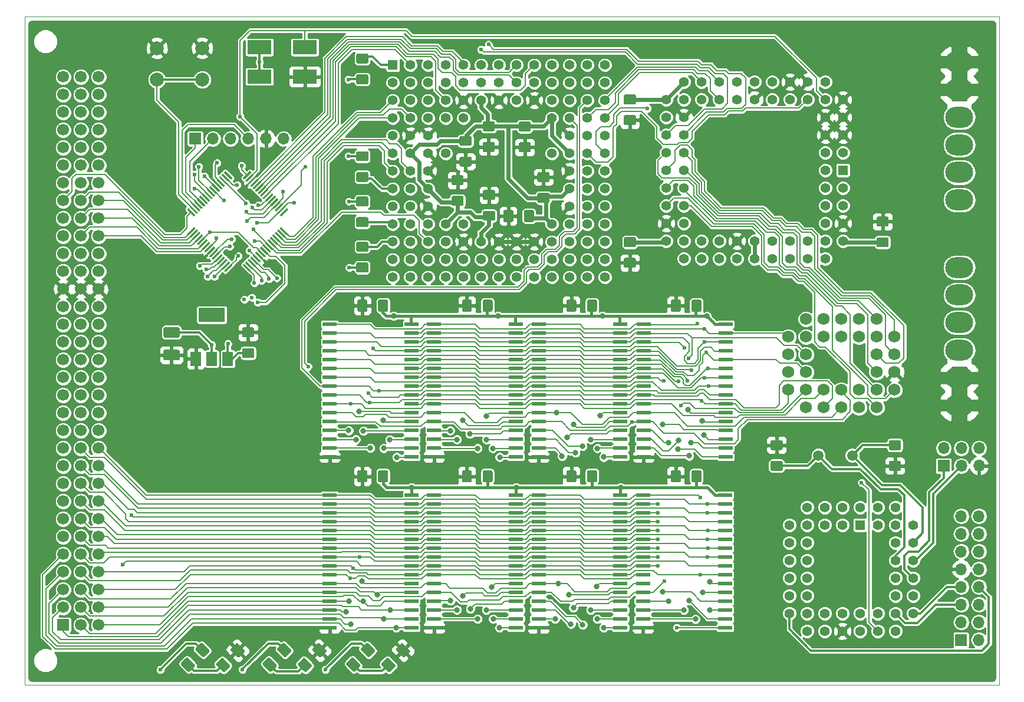
<source format=gbr>
%TF.GenerationSoftware,KiCad,Pcbnew,5.0.1-33cea8e~68~ubuntu18.04.1*%
%TF.CreationDate,2018-11-03T23:21:10-04:00*%
%TF.ProjectId,C68,4336382E6B696361645F706362000000,rev?*%
%TF.SameCoordinates,Original*%
%TF.FileFunction,Copper,L1,Top,Mixed*%
%TF.FilePolarity,Positive*%
%FSLAX46Y46*%
G04 Gerber Fmt 4.6, Leading zero omitted, Abs format (unit mm)*
G04 Created by KiCad (PCBNEW 5.0.1-33cea8e~68~ubuntu18.04.1) date Sat 03 Nov 2018 11:21:10 PM EDT*
%MOMM*%
%LPD*%
G01*
G04 APERTURE LIST*
%ADD10C,0.050000*%
%ADD11R,2.000000X0.600000*%
%ADD12C,0.150000*%
%ADD13C,1.425000*%
%ADD14C,1.500000*%
%ADD15O,4.000000X3.000000*%
%ADD16R,1.700000X1.700000*%
%ADD17O,1.700000X1.700000*%
%ADD18C,2.000000*%
%ADD19R,3.800000X2.000000*%
%ADD20R,1.500000X2.000000*%
%ADD21R,1.397000X1.397000*%
%ADD22C,1.397000*%
%ADD23C,1.422400*%
%ADD24R,1.422400X1.422400*%
%ADD25C,0.300000*%
%ADD26C,1.750000*%
%ADD27R,3.500000X2.000000*%
%ADD28C,1.700000*%
%ADD29C,0.800000*%
%ADD30C,0.600000*%
%ADD31C,0.600000*%
%ADD32C,0.200000*%
%ADD33C,0.300000*%
%ADD34C,0.400000*%
%ADD35C,0.254000*%
G04 APERTURE END LIST*
D10*
X174500000Y-123500000D02*
X174500000Y-27500000D01*
X34500000Y-123500000D02*
X174500000Y-123500000D01*
X34500000Y-27500000D02*
X34500000Y-123500000D01*
X174500000Y-27500000D02*
X34500000Y-27500000D01*
D11*
X78320000Y-115245000D03*
X90080000Y-115245000D03*
X78320000Y-113975000D03*
X90080000Y-113975000D03*
X78320000Y-112705000D03*
X90080000Y-112705000D03*
X78320000Y-111435000D03*
X90080000Y-111435000D03*
X78320000Y-110165000D03*
X90080000Y-110165000D03*
X78320000Y-108895000D03*
X90080000Y-108895000D03*
X78320000Y-107625000D03*
X90080000Y-107625000D03*
X78320000Y-106355000D03*
X90080000Y-106355000D03*
X78320000Y-105085000D03*
X90080000Y-105085000D03*
X78320000Y-103815000D03*
X90080000Y-103815000D03*
X78320000Y-102545000D03*
X90080000Y-102545000D03*
X78320000Y-101275000D03*
X90080000Y-101275000D03*
X78320000Y-100005000D03*
X90080000Y-100005000D03*
X78320000Y-98735000D03*
X90080000Y-98735000D03*
X78320000Y-97465000D03*
X90080000Y-97465000D03*
X78320000Y-96195000D03*
X90080000Y-96195000D03*
X78320000Y-90720000D03*
X90080000Y-90720000D03*
X78320000Y-89450000D03*
X90080000Y-89450000D03*
X78320000Y-88180000D03*
X90080000Y-88180000D03*
X78320000Y-86910000D03*
X90080000Y-86910000D03*
X78320000Y-85640000D03*
X90080000Y-85640000D03*
X78320000Y-84370000D03*
X90080000Y-84370000D03*
X78320000Y-83100000D03*
X90080000Y-83100000D03*
X78320000Y-81830000D03*
X90080000Y-81830000D03*
X78320000Y-80560000D03*
X90080000Y-80560000D03*
X78320000Y-79290000D03*
X90080000Y-79290000D03*
X78320000Y-78020000D03*
X90080000Y-78020000D03*
X78320000Y-76750000D03*
X90080000Y-76750000D03*
X78320000Y-75480000D03*
X90080000Y-75480000D03*
X78320000Y-74210000D03*
X90080000Y-74210000D03*
X78320000Y-72940000D03*
X90080000Y-72940000D03*
X78320000Y-71670000D03*
X90080000Y-71670000D03*
X135160000Y-71675000D03*
X123400000Y-71675000D03*
X135160000Y-72945000D03*
X123400000Y-72945000D03*
X135160000Y-74215000D03*
X123400000Y-74215000D03*
X135160000Y-75485000D03*
X123400000Y-75485000D03*
X135160000Y-76755000D03*
X123400000Y-76755000D03*
X135160000Y-78025000D03*
X123400000Y-78025000D03*
X135160000Y-79295000D03*
X123400000Y-79295000D03*
X135160000Y-80565000D03*
X123400000Y-80565000D03*
X135160000Y-81835000D03*
X123400000Y-81835000D03*
X135160000Y-83105000D03*
X123400000Y-83105000D03*
X135160000Y-84375000D03*
X123400000Y-84375000D03*
X135160000Y-85645000D03*
X123400000Y-85645000D03*
X135160000Y-86915000D03*
X123400000Y-86915000D03*
X135160000Y-88185000D03*
X123400000Y-88185000D03*
X135160000Y-89455000D03*
X123400000Y-89455000D03*
X135160000Y-90725000D03*
X123400000Y-90725000D03*
D12*
G36*
X98512004Y-68126204D02*
X98536273Y-68129804D01*
X98560071Y-68135765D01*
X98583171Y-68144030D01*
X98605349Y-68154520D01*
X98626393Y-68167133D01*
X98646098Y-68181747D01*
X98664277Y-68198223D01*
X98680753Y-68216402D01*
X98695367Y-68236107D01*
X98707980Y-68257151D01*
X98718470Y-68279329D01*
X98726735Y-68302429D01*
X98732696Y-68326227D01*
X98736296Y-68350496D01*
X98737500Y-68375000D01*
X98737500Y-69625000D01*
X98736296Y-69649504D01*
X98732696Y-69673773D01*
X98726735Y-69697571D01*
X98718470Y-69720671D01*
X98707980Y-69742849D01*
X98695367Y-69763893D01*
X98680753Y-69783598D01*
X98664277Y-69801777D01*
X98646098Y-69818253D01*
X98626393Y-69832867D01*
X98605349Y-69845480D01*
X98583171Y-69855970D01*
X98560071Y-69864235D01*
X98536273Y-69870196D01*
X98512004Y-69873796D01*
X98487500Y-69875000D01*
X97562500Y-69875000D01*
X97537996Y-69873796D01*
X97513727Y-69870196D01*
X97489929Y-69864235D01*
X97466829Y-69855970D01*
X97444651Y-69845480D01*
X97423607Y-69832867D01*
X97403902Y-69818253D01*
X97385723Y-69801777D01*
X97369247Y-69783598D01*
X97354633Y-69763893D01*
X97342020Y-69742849D01*
X97331530Y-69720671D01*
X97323265Y-69697571D01*
X97317304Y-69673773D01*
X97313704Y-69649504D01*
X97312500Y-69625000D01*
X97312500Y-68375000D01*
X97313704Y-68350496D01*
X97317304Y-68326227D01*
X97323265Y-68302429D01*
X97331530Y-68279329D01*
X97342020Y-68257151D01*
X97354633Y-68236107D01*
X97369247Y-68216402D01*
X97385723Y-68198223D01*
X97403902Y-68181747D01*
X97423607Y-68167133D01*
X97444651Y-68154520D01*
X97466829Y-68144030D01*
X97489929Y-68135765D01*
X97513727Y-68129804D01*
X97537996Y-68126204D01*
X97562500Y-68125000D01*
X98487500Y-68125000D01*
X98512004Y-68126204D01*
X98512004Y-68126204D01*
G37*
D13*
X98025000Y-69000000D03*
D12*
G36*
X101487004Y-68126204D02*
X101511273Y-68129804D01*
X101535071Y-68135765D01*
X101558171Y-68144030D01*
X101580349Y-68154520D01*
X101601393Y-68167133D01*
X101621098Y-68181747D01*
X101639277Y-68198223D01*
X101655753Y-68216402D01*
X101670367Y-68236107D01*
X101682980Y-68257151D01*
X101693470Y-68279329D01*
X101701735Y-68302429D01*
X101707696Y-68326227D01*
X101711296Y-68350496D01*
X101712500Y-68375000D01*
X101712500Y-69625000D01*
X101711296Y-69649504D01*
X101707696Y-69673773D01*
X101701735Y-69697571D01*
X101693470Y-69720671D01*
X101682980Y-69742849D01*
X101670367Y-69763893D01*
X101655753Y-69783598D01*
X101639277Y-69801777D01*
X101621098Y-69818253D01*
X101601393Y-69832867D01*
X101580349Y-69845480D01*
X101558171Y-69855970D01*
X101535071Y-69864235D01*
X101511273Y-69870196D01*
X101487004Y-69873796D01*
X101462500Y-69875000D01*
X100537500Y-69875000D01*
X100512996Y-69873796D01*
X100488727Y-69870196D01*
X100464929Y-69864235D01*
X100441829Y-69855970D01*
X100419651Y-69845480D01*
X100398607Y-69832867D01*
X100378902Y-69818253D01*
X100360723Y-69801777D01*
X100344247Y-69783598D01*
X100329633Y-69763893D01*
X100317020Y-69742849D01*
X100306530Y-69720671D01*
X100298265Y-69697571D01*
X100292304Y-69673773D01*
X100288704Y-69649504D01*
X100287500Y-69625000D01*
X100287500Y-68375000D01*
X100288704Y-68350496D01*
X100292304Y-68326227D01*
X100298265Y-68302429D01*
X100306530Y-68279329D01*
X100317020Y-68257151D01*
X100329633Y-68236107D01*
X100344247Y-68216402D01*
X100360723Y-68198223D01*
X100378902Y-68181747D01*
X100398607Y-68167133D01*
X100419651Y-68154520D01*
X100441829Y-68144030D01*
X100464929Y-68135765D01*
X100488727Y-68129804D01*
X100512996Y-68126204D01*
X100537500Y-68125000D01*
X101462500Y-68125000D01*
X101487004Y-68126204D01*
X101487004Y-68126204D01*
G37*
D13*
X101000000Y-69000000D03*
D12*
G36*
X67259504Y-72118704D02*
X67283773Y-72122304D01*
X67307571Y-72128265D01*
X67330671Y-72136530D01*
X67352849Y-72147020D01*
X67373893Y-72159633D01*
X67393598Y-72174247D01*
X67411777Y-72190723D01*
X67428253Y-72208902D01*
X67442867Y-72228607D01*
X67455480Y-72249651D01*
X67465970Y-72271829D01*
X67474235Y-72294929D01*
X67480196Y-72318727D01*
X67483796Y-72342996D01*
X67485000Y-72367500D01*
X67485000Y-73292500D01*
X67483796Y-73317004D01*
X67480196Y-73341273D01*
X67474235Y-73365071D01*
X67465970Y-73388171D01*
X67455480Y-73410349D01*
X67442867Y-73431393D01*
X67428253Y-73451098D01*
X67411777Y-73469277D01*
X67393598Y-73485753D01*
X67373893Y-73500367D01*
X67352849Y-73512980D01*
X67330671Y-73523470D01*
X67307571Y-73531735D01*
X67283773Y-73537696D01*
X67259504Y-73541296D01*
X67235000Y-73542500D01*
X65985000Y-73542500D01*
X65960496Y-73541296D01*
X65936227Y-73537696D01*
X65912429Y-73531735D01*
X65889329Y-73523470D01*
X65867151Y-73512980D01*
X65846107Y-73500367D01*
X65826402Y-73485753D01*
X65808223Y-73469277D01*
X65791747Y-73451098D01*
X65777133Y-73431393D01*
X65764520Y-73410349D01*
X65754030Y-73388171D01*
X65745765Y-73365071D01*
X65739804Y-73341273D01*
X65736204Y-73317004D01*
X65735000Y-73292500D01*
X65735000Y-72367500D01*
X65736204Y-72342996D01*
X65739804Y-72318727D01*
X65745765Y-72294929D01*
X65754030Y-72271829D01*
X65764520Y-72249651D01*
X65777133Y-72228607D01*
X65791747Y-72208902D01*
X65808223Y-72190723D01*
X65826402Y-72174247D01*
X65846107Y-72159633D01*
X65867151Y-72147020D01*
X65889329Y-72136530D01*
X65912429Y-72128265D01*
X65936227Y-72122304D01*
X65960496Y-72118704D01*
X65985000Y-72117500D01*
X67235000Y-72117500D01*
X67259504Y-72118704D01*
X67259504Y-72118704D01*
G37*
D13*
X66610000Y-72830000D03*
D12*
G36*
X67259504Y-75093704D02*
X67283773Y-75097304D01*
X67307571Y-75103265D01*
X67330671Y-75111530D01*
X67352849Y-75122020D01*
X67373893Y-75134633D01*
X67393598Y-75149247D01*
X67411777Y-75165723D01*
X67428253Y-75183902D01*
X67442867Y-75203607D01*
X67455480Y-75224651D01*
X67465970Y-75246829D01*
X67474235Y-75269929D01*
X67480196Y-75293727D01*
X67483796Y-75317996D01*
X67485000Y-75342500D01*
X67485000Y-76267500D01*
X67483796Y-76292004D01*
X67480196Y-76316273D01*
X67474235Y-76340071D01*
X67465970Y-76363171D01*
X67455480Y-76385349D01*
X67442867Y-76406393D01*
X67428253Y-76426098D01*
X67411777Y-76444277D01*
X67393598Y-76460753D01*
X67373893Y-76475367D01*
X67352849Y-76487980D01*
X67330671Y-76498470D01*
X67307571Y-76506735D01*
X67283773Y-76512696D01*
X67259504Y-76516296D01*
X67235000Y-76517500D01*
X65985000Y-76517500D01*
X65960496Y-76516296D01*
X65936227Y-76512696D01*
X65912429Y-76506735D01*
X65889329Y-76498470D01*
X65867151Y-76487980D01*
X65846107Y-76475367D01*
X65826402Y-76460753D01*
X65808223Y-76444277D01*
X65791747Y-76426098D01*
X65777133Y-76406393D01*
X65764520Y-76385349D01*
X65754030Y-76363171D01*
X65745765Y-76340071D01*
X65739804Y-76316273D01*
X65736204Y-76292004D01*
X65735000Y-76267500D01*
X65735000Y-75342500D01*
X65736204Y-75317996D01*
X65739804Y-75293727D01*
X65745765Y-75269929D01*
X65754030Y-75246829D01*
X65764520Y-75224651D01*
X65777133Y-75203607D01*
X65791747Y-75183902D01*
X65808223Y-75165723D01*
X65826402Y-75149247D01*
X65846107Y-75134633D01*
X65867151Y-75122020D01*
X65889329Y-75111530D01*
X65912429Y-75103265D01*
X65936227Y-75097304D01*
X65960496Y-75093704D01*
X65985000Y-75092500D01*
X67235000Y-75092500D01*
X67259504Y-75093704D01*
X67259504Y-75093704D01*
G37*
D13*
X66610000Y-75805000D03*
D12*
G36*
X116487004Y-92626204D02*
X116511273Y-92629804D01*
X116535071Y-92635765D01*
X116558171Y-92644030D01*
X116580349Y-92654520D01*
X116601393Y-92667133D01*
X116621098Y-92681747D01*
X116639277Y-92698223D01*
X116655753Y-92716402D01*
X116670367Y-92736107D01*
X116682980Y-92757151D01*
X116693470Y-92779329D01*
X116701735Y-92802429D01*
X116707696Y-92826227D01*
X116711296Y-92850496D01*
X116712500Y-92875000D01*
X116712500Y-94125000D01*
X116711296Y-94149504D01*
X116707696Y-94173773D01*
X116701735Y-94197571D01*
X116693470Y-94220671D01*
X116682980Y-94242849D01*
X116670367Y-94263893D01*
X116655753Y-94283598D01*
X116639277Y-94301777D01*
X116621098Y-94318253D01*
X116601393Y-94332867D01*
X116580349Y-94345480D01*
X116558171Y-94355970D01*
X116535071Y-94364235D01*
X116511273Y-94370196D01*
X116487004Y-94373796D01*
X116462500Y-94375000D01*
X115537500Y-94375000D01*
X115512996Y-94373796D01*
X115488727Y-94370196D01*
X115464929Y-94364235D01*
X115441829Y-94355970D01*
X115419651Y-94345480D01*
X115398607Y-94332867D01*
X115378902Y-94318253D01*
X115360723Y-94301777D01*
X115344247Y-94283598D01*
X115329633Y-94263893D01*
X115317020Y-94242849D01*
X115306530Y-94220671D01*
X115298265Y-94197571D01*
X115292304Y-94173773D01*
X115288704Y-94149504D01*
X115287500Y-94125000D01*
X115287500Y-92875000D01*
X115288704Y-92850496D01*
X115292304Y-92826227D01*
X115298265Y-92802429D01*
X115306530Y-92779329D01*
X115317020Y-92757151D01*
X115329633Y-92736107D01*
X115344247Y-92716402D01*
X115360723Y-92698223D01*
X115378902Y-92681747D01*
X115398607Y-92667133D01*
X115419651Y-92654520D01*
X115441829Y-92644030D01*
X115464929Y-92635765D01*
X115488727Y-92629804D01*
X115512996Y-92626204D01*
X115537500Y-92625000D01*
X116462500Y-92625000D01*
X116487004Y-92626204D01*
X116487004Y-92626204D01*
G37*
D13*
X116000000Y-93500000D03*
D12*
G36*
X113512004Y-92626204D02*
X113536273Y-92629804D01*
X113560071Y-92635765D01*
X113583171Y-92644030D01*
X113605349Y-92654520D01*
X113626393Y-92667133D01*
X113646098Y-92681747D01*
X113664277Y-92698223D01*
X113680753Y-92716402D01*
X113695367Y-92736107D01*
X113707980Y-92757151D01*
X113718470Y-92779329D01*
X113726735Y-92802429D01*
X113732696Y-92826227D01*
X113736296Y-92850496D01*
X113737500Y-92875000D01*
X113737500Y-94125000D01*
X113736296Y-94149504D01*
X113732696Y-94173773D01*
X113726735Y-94197571D01*
X113718470Y-94220671D01*
X113707980Y-94242849D01*
X113695367Y-94263893D01*
X113680753Y-94283598D01*
X113664277Y-94301777D01*
X113646098Y-94318253D01*
X113626393Y-94332867D01*
X113605349Y-94345480D01*
X113583171Y-94355970D01*
X113560071Y-94364235D01*
X113536273Y-94370196D01*
X113512004Y-94373796D01*
X113487500Y-94375000D01*
X112562500Y-94375000D01*
X112537996Y-94373796D01*
X112513727Y-94370196D01*
X112489929Y-94364235D01*
X112466829Y-94355970D01*
X112444651Y-94345480D01*
X112423607Y-94332867D01*
X112403902Y-94318253D01*
X112385723Y-94301777D01*
X112369247Y-94283598D01*
X112354633Y-94263893D01*
X112342020Y-94242849D01*
X112331530Y-94220671D01*
X112323265Y-94197571D01*
X112317304Y-94173773D01*
X112313704Y-94149504D01*
X112312500Y-94125000D01*
X112312500Y-92875000D01*
X112313704Y-92850496D01*
X112317304Y-92826227D01*
X112323265Y-92802429D01*
X112331530Y-92779329D01*
X112342020Y-92757151D01*
X112354633Y-92736107D01*
X112369247Y-92716402D01*
X112385723Y-92698223D01*
X112403902Y-92681747D01*
X112423607Y-92667133D01*
X112444651Y-92654520D01*
X112466829Y-92644030D01*
X112489929Y-92635765D01*
X112513727Y-92629804D01*
X112537996Y-92626204D01*
X112562500Y-92625000D01*
X113487500Y-92625000D01*
X113512004Y-92626204D01*
X113512004Y-92626204D01*
G37*
D13*
X113025000Y-93500000D03*
D12*
G36*
X98512004Y-92626204D02*
X98536273Y-92629804D01*
X98560071Y-92635765D01*
X98583171Y-92644030D01*
X98605349Y-92654520D01*
X98626393Y-92667133D01*
X98646098Y-92681747D01*
X98664277Y-92698223D01*
X98680753Y-92716402D01*
X98695367Y-92736107D01*
X98707980Y-92757151D01*
X98718470Y-92779329D01*
X98726735Y-92802429D01*
X98732696Y-92826227D01*
X98736296Y-92850496D01*
X98737500Y-92875000D01*
X98737500Y-94125000D01*
X98736296Y-94149504D01*
X98732696Y-94173773D01*
X98726735Y-94197571D01*
X98718470Y-94220671D01*
X98707980Y-94242849D01*
X98695367Y-94263893D01*
X98680753Y-94283598D01*
X98664277Y-94301777D01*
X98646098Y-94318253D01*
X98626393Y-94332867D01*
X98605349Y-94345480D01*
X98583171Y-94355970D01*
X98560071Y-94364235D01*
X98536273Y-94370196D01*
X98512004Y-94373796D01*
X98487500Y-94375000D01*
X97562500Y-94375000D01*
X97537996Y-94373796D01*
X97513727Y-94370196D01*
X97489929Y-94364235D01*
X97466829Y-94355970D01*
X97444651Y-94345480D01*
X97423607Y-94332867D01*
X97403902Y-94318253D01*
X97385723Y-94301777D01*
X97369247Y-94283598D01*
X97354633Y-94263893D01*
X97342020Y-94242849D01*
X97331530Y-94220671D01*
X97323265Y-94197571D01*
X97317304Y-94173773D01*
X97313704Y-94149504D01*
X97312500Y-94125000D01*
X97312500Y-92875000D01*
X97313704Y-92850496D01*
X97317304Y-92826227D01*
X97323265Y-92802429D01*
X97331530Y-92779329D01*
X97342020Y-92757151D01*
X97354633Y-92736107D01*
X97369247Y-92716402D01*
X97385723Y-92698223D01*
X97403902Y-92681747D01*
X97423607Y-92667133D01*
X97444651Y-92654520D01*
X97466829Y-92644030D01*
X97489929Y-92635765D01*
X97513727Y-92629804D01*
X97537996Y-92626204D01*
X97562500Y-92625000D01*
X98487500Y-92625000D01*
X98512004Y-92626204D01*
X98512004Y-92626204D01*
G37*
D13*
X98025000Y-93500000D03*
D12*
G36*
X101487004Y-92626204D02*
X101511273Y-92629804D01*
X101535071Y-92635765D01*
X101558171Y-92644030D01*
X101580349Y-92654520D01*
X101601393Y-92667133D01*
X101621098Y-92681747D01*
X101639277Y-92698223D01*
X101655753Y-92716402D01*
X101670367Y-92736107D01*
X101682980Y-92757151D01*
X101693470Y-92779329D01*
X101701735Y-92802429D01*
X101707696Y-92826227D01*
X101711296Y-92850496D01*
X101712500Y-92875000D01*
X101712500Y-94125000D01*
X101711296Y-94149504D01*
X101707696Y-94173773D01*
X101701735Y-94197571D01*
X101693470Y-94220671D01*
X101682980Y-94242849D01*
X101670367Y-94263893D01*
X101655753Y-94283598D01*
X101639277Y-94301777D01*
X101621098Y-94318253D01*
X101601393Y-94332867D01*
X101580349Y-94345480D01*
X101558171Y-94355970D01*
X101535071Y-94364235D01*
X101511273Y-94370196D01*
X101487004Y-94373796D01*
X101462500Y-94375000D01*
X100537500Y-94375000D01*
X100512996Y-94373796D01*
X100488727Y-94370196D01*
X100464929Y-94364235D01*
X100441829Y-94355970D01*
X100419651Y-94345480D01*
X100398607Y-94332867D01*
X100378902Y-94318253D01*
X100360723Y-94301777D01*
X100344247Y-94283598D01*
X100329633Y-94263893D01*
X100317020Y-94242849D01*
X100306530Y-94220671D01*
X100298265Y-94197571D01*
X100292304Y-94173773D01*
X100288704Y-94149504D01*
X100287500Y-94125000D01*
X100287500Y-92875000D01*
X100288704Y-92850496D01*
X100292304Y-92826227D01*
X100298265Y-92802429D01*
X100306530Y-92779329D01*
X100317020Y-92757151D01*
X100329633Y-92736107D01*
X100344247Y-92716402D01*
X100360723Y-92698223D01*
X100378902Y-92681747D01*
X100398607Y-92667133D01*
X100419651Y-92654520D01*
X100441829Y-92644030D01*
X100464929Y-92635765D01*
X100488727Y-92629804D01*
X100512996Y-92626204D01*
X100537500Y-92625000D01*
X101462500Y-92625000D01*
X101487004Y-92626204D01*
X101487004Y-92626204D01*
G37*
D13*
X101000000Y-93500000D03*
D12*
G36*
X107437004Y-55246204D02*
X107461273Y-55249804D01*
X107485071Y-55255765D01*
X107508171Y-55264030D01*
X107530349Y-55274520D01*
X107551393Y-55287133D01*
X107571098Y-55301747D01*
X107589277Y-55318223D01*
X107605753Y-55336402D01*
X107620367Y-55356107D01*
X107632980Y-55377151D01*
X107643470Y-55399329D01*
X107651735Y-55422429D01*
X107657696Y-55446227D01*
X107661296Y-55470496D01*
X107662500Y-55495000D01*
X107662500Y-56745000D01*
X107661296Y-56769504D01*
X107657696Y-56793773D01*
X107651735Y-56817571D01*
X107643470Y-56840671D01*
X107632980Y-56862849D01*
X107620367Y-56883893D01*
X107605753Y-56903598D01*
X107589277Y-56921777D01*
X107571098Y-56938253D01*
X107551393Y-56952867D01*
X107530349Y-56965480D01*
X107508171Y-56975970D01*
X107485071Y-56984235D01*
X107461273Y-56990196D01*
X107437004Y-56993796D01*
X107412500Y-56995000D01*
X106487500Y-56995000D01*
X106462996Y-56993796D01*
X106438727Y-56990196D01*
X106414929Y-56984235D01*
X106391829Y-56975970D01*
X106369651Y-56965480D01*
X106348607Y-56952867D01*
X106328902Y-56938253D01*
X106310723Y-56921777D01*
X106294247Y-56903598D01*
X106279633Y-56883893D01*
X106267020Y-56862849D01*
X106256530Y-56840671D01*
X106248265Y-56817571D01*
X106242304Y-56793773D01*
X106238704Y-56769504D01*
X106237500Y-56745000D01*
X106237500Y-55495000D01*
X106238704Y-55470496D01*
X106242304Y-55446227D01*
X106248265Y-55422429D01*
X106256530Y-55399329D01*
X106267020Y-55377151D01*
X106279633Y-55356107D01*
X106294247Y-55336402D01*
X106310723Y-55318223D01*
X106328902Y-55301747D01*
X106348607Y-55287133D01*
X106369651Y-55274520D01*
X106391829Y-55264030D01*
X106414929Y-55255765D01*
X106438727Y-55249804D01*
X106462996Y-55246204D01*
X106487500Y-55245000D01*
X107412500Y-55245000D01*
X107437004Y-55246204D01*
X107437004Y-55246204D01*
G37*
D13*
X106950000Y-56120000D03*
D12*
G36*
X104462004Y-55246204D02*
X104486273Y-55249804D01*
X104510071Y-55255765D01*
X104533171Y-55264030D01*
X104555349Y-55274520D01*
X104576393Y-55287133D01*
X104596098Y-55301747D01*
X104614277Y-55318223D01*
X104630753Y-55336402D01*
X104645367Y-55356107D01*
X104657980Y-55377151D01*
X104668470Y-55399329D01*
X104676735Y-55422429D01*
X104682696Y-55446227D01*
X104686296Y-55470496D01*
X104687500Y-55495000D01*
X104687500Y-56745000D01*
X104686296Y-56769504D01*
X104682696Y-56793773D01*
X104676735Y-56817571D01*
X104668470Y-56840671D01*
X104657980Y-56862849D01*
X104645367Y-56883893D01*
X104630753Y-56903598D01*
X104614277Y-56921777D01*
X104596098Y-56938253D01*
X104576393Y-56952867D01*
X104555349Y-56965480D01*
X104533171Y-56975970D01*
X104510071Y-56984235D01*
X104486273Y-56990196D01*
X104462004Y-56993796D01*
X104437500Y-56995000D01*
X103512500Y-56995000D01*
X103487996Y-56993796D01*
X103463727Y-56990196D01*
X103439929Y-56984235D01*
X103416829Y-56975970D01*
X103394651Y-56965480D01*
X103373607Y-56952867D01*
X103353902Y-56938253D01*
X103335723Y-56921777D01*
X103319247Y-56903598D01*
X103304633Y-56883893D01*
X103292020Y-56862849D01*
X103281530Y-56840671D01*
X103273265Y-56817571D01*
X103267304Y-56793773D01*
X103263704Y-56769504D01*
X103262500Y-56745000D01*
X103262500Y-55495000D01*
X103263704Y-55470496D01*
X103267304Y-55446227D01*
X103273265Y-55422429D01*
X103281530Y-55399329D01*
X103292020Y-55377151D01*
X103304633Y-55356107D01*
X103319247Y-55336402D01*
X103335723Y-55318223D01*
X103353902Y-55301747D01*
X103373607Y-55287133D01*
X103394651Y-55274520D01*
X103416829Y-55264030D01*
X103439929Y-55255765D01*
X103463727Y-55249804D01*
X103487996Y-55246204D01*
X103512500Y-55245000D01*
X104437500Y-55245000D01*
X104462004Y-55246204D01*
X104462004Y-55246204D01*
G37*
D13*
X103975000Y-56120000D03*
D12*
G36*
X56559504Y-72081204D02*
X56583773Y-72084804D01*
X56607571Y-72090765D01*
X56630671Y-72099030D01*
X56652849Y-72109520D01*
X56673893Y-72122133D01*
X56693598Y-72136747D01*
X56711777Y-72153223D01*
X56728253Y-72171402D01*
X56742867Y-72191107D01*
X56755480Y-72212151D01*
X56765970Y-72234329D01*
X56774235Y-72257429D01*
X56780196Y-72281227D01*
X56783796Y-72305496D01*
X56785000Y-72330000D01*
X56785000Y-73330000D01*
X56783796Y-73354504D01*
X56780196Y-73378773D01*
X56774235Y-73402571D01*
X56765970Y-73425671D01*
X56755480Y-73447849D01*
X56742867Y-73468893D01*
X56728253Y-73488598D01*
X56711777Y-73506777D01*
X56693598Y-73523253D01*
X56673893Y-73537867D01*
X56652849Y-73550480D01*
X56630671Y-73560970D01*
X56607571Y-73569235D01*
X56583773Y-73575196D01*
X56559504Y-73578796D01*
X56535000Y-73580000D01*
X54685000Y-73580000D01*
X54660496Y-73578796D01*
X54636227Y-73575196D01*
X54612429Y-73569235D01*
X54589329Y-73560970D01*
X54567151Y-73550480D01*
X54546107Y-73537867D01*
X54526402Y-73523253D01*
X54508223Y-73506777D01*
X54491747Y-73488598D01*
X54477133Y-73468893D01*
X54464520Y-73447849D01*
X54454030Y-73425671D01*
X54445765Y-73402571D01*
X54439804Y-73378773D01*
X54436204Y-73354504D01*
X54435000Y-73330000D01*
X54435000Y-72330000D01*
X54436204Y-72305496D01*
X54439804Y-72281227D01*
X54445765Y-72257429D01*
X54454030Y-72234329D01*
X54464520Y-72212151D01*
X54477133Y-72191107D01*
X54491747Y-72171402D01*
X54508223Y-72153223D01*
X54526402Y-72136747D01*
X54546107Y-72122133D01*
X54567151Y-72109520D01*
X54589329Y-72099030D01*
X54612429Y-72090765D01*
X54636227Y-72084804D01*
X54660496Y-72081204D01*
X54685000Y-72080000D01*
X56535000Y-72080000D01*
X56559504Y-72081204D01*
X56559504Y-72081204D01*
G37*
D14*
X55610000Y-72830000D03*
D12*
G36*
X56559504Y-75331204D02*
X56583773Y-75334804D01*
X56607571Y-75340765D01*
X56630671Y-75349030D01*
X56652849Y-75359520D01*
X56673893Y-75372133D01*
X56693598Y-75386747D01*
X56711777Y-75403223D01*
X56728253Y-75421402D01*
X56742867Y-75441107D01*
X56755480Y-75462151D01*
X56765970Y-75484329D01*
X56774235Y-75507429D01*
X56780196Y-75531227D01*
X56783796Y-75555496D01*
X56785000Y-75580000D01*
X56785000Y-76580000D01*
X56783796Y-76604504D01*
X56780196Y-76628773D01*
X56774235Y-76652571D01*
X56765970Y-76675671D01*
X56755480Y-76697849D01*
X56742867Y-76718893D01*
X56728253Y-76738598D01*
X56711777Y-76756777D01*
X56693598Y-76773253D01*
X56673893Y-76787867D01*
X56652849Y-76800480D01*
X56630671Y-76810970D01*
X56607571Y-76819235D01*
X56583773Y-76825196D01*
X56559504Y-76828796D01*
X56535000Y-76830000D01*
X54685000Y-76830000D01*
X54660496Y-76828796D01*
X54636227Y-76825196D01*
X54612429Y-76819235D01*
X54589329Y-76810970D01*
X54567151Y-76800480D01*
X54546107Y-76787867D01*
X54526402Y-76773253D01*
X54508223Y-76756777D01*
X54491747Y-76738598D01*
X54477133Y-76718893D01*
X54464520Y-76697849D01*
X54454030Y-76675671D01*
X54445765Y-76652571D01*
X54439804Y-76628773D01*
X54436204Y-76604504D01*
X54435000Y-76580000D01*
X54435000Y-75580000D01*
X54436204Y-75555496D01*
X54439804Y-75531227D01*
X54445765Y-75507429D01*
X54454030Y-75484329D01*
X54464520Y-75462151D01*
X54477133Y-75441107D01*
X54491747Y-75421402D01*
X54508223Y-75403223D01*
X54526402Y-75386747D01*
X54546107Y-75372133D01*
X54567151Y-75359520D01*
X54589329Y-75349030D01*
X54612429Y-75340765D01*
X54636227Y-75334804D01*
X54660496Y-75331204D01*
X54685000Y-75330000D01*
X56535000Y-75330000D01*
X56559504Y-75331204D01*
X56559504Y-75331204D01*
G37*
D14*
X55610000Y-76080000D03*
D12*
G36*
X97329504Y-50263704D02*
X97353773Y-50267304D01*
X97377571Y-50273265D01*
X97400671Y-50281530D01*
X97422849Y-50292020D01*
X97443893Y-50304633D01*
X97463598Y-50319247D01*
X97481777Y-50335723D01*
X97498253Y-50353902D01*
X97512867Y-50373607D01*
X97525480Y-50394651D01*
X97535970Y-50416829D01*
X97544235Y-50439929D01*
X97550196Y-50463727D01*
X97553796Y-50487996D01*
X97555000Y-50512500D01*
X97555000Y-51437500D01*
X97553796Y-51462004D01*
X97550196Y-51486273D01*
X97544235Y-51510071D01*
X97535970Y-51533171D01*
X97525480Y-51555349D01*
X97512867Y-51576393D01*
X97498253Y-51596098D01*
X97481777Y-51614277D01*
X97463598Y-51630753D01*
X97443893Y-51645367D01*
X97422849Y-51657980D01*
X97400671Y-51668470D01*
X97377571Y-51676735D01*
X97353773Y-51682696D01*
X97329504Y-51686296D01*
X97305000Y-51687500D01*
X96055000Y-51687500D01*
X96030496Y-51686296D01*
X96006227Y-51682696D01*
X95982429Y-51676735D01*
X95959329Y-51668470D01*
X95937151Y-51657980D01*
X95916107Y-51645367D01*
X95896402Y-51630753D01*
X95878223Y-51614277D01*
X95861747Y-51596098D01*
X95847133Y-51576393D01*
X95834520Y-51555349D01*
X95824030Y-51533171D01*
X95815765Y-51510071D01*
X95809804Y-51486273D01*
X95806204Y-51462004D01*
X95805000Y-51437500D01*
X95805000Y-50512500D01*
X95806204Y-50487996D01*
X95809804Y-50463727D01*
X95815765Y-50439929D01*
X95824030Y-50416829D01*
X95834520Y-50394651D01*
X95847133Y-50373607D01*
X95861747Y-50353902D01*
X95878223Y-50335723D01*
X95896402Y-50319247D01*
X95916107Y-50304633D01*
X95937151Y-50292020D01*
X95959329Y-50281530D01*
X95982429Y-50273265D01*
X96006227Y-50267304D01*
X96030496Y-50263704D01*
X96055000Y-50262500D01*
X97305000Y-50262500D01*
X97329504Y-50263704D01*
X97329504Y-50263704D01*
G37*
D13*
X96680000Y-50975000D03*
D12*
G36*
X97329504Y-53238704D02*
X97353773Y-53242304D01*
X97377571Y-53248265D01*
X97400671Y-53256530D01*
X97422849Y-53267020D01*
X97443893Y-53279633D01*
X97463598Y-53294247D01*
X97481777Y-53310723D01*
X97498253Y-53328902D01*
X97512867Y-53348607D01*
X97525480Y-53369651D01*
X97535970Y-53391829D01*
X97544235Y-53414929D01*
X97550196Y-53438727D01*
X97553796Y-53462996D01*
X97555000Y-53487500D01*
X97555000Y-54412500D01*
X97553796Y-54437004D01*
X97550196Y-54461273D01*
X97544235Y-54485071D01*
X97535970Y-54508171D01*
X97525480Y-54530349D01*
X97512867Y-54551393D01*
X97498253Y-54571098D01*
X97481777Y-54589277D01*
X97463598Y-54605753D01*
X97443893Y-54620367D01*
X97422849Y-54632980D01*
X97400671Y-54643470D01*
X97377571Y-54651735D01*
X97353773Y-54657696D01*
X97329504Y-54661296D01*
X97305000Y-54662500D01*
X96055000Y-54662500D01*
X96030496Y-54661296D01*
X96006227Y-54657696D01*
X95982429Y-54651735D01*
X95959329Y-54643470D01*
X95937151Y-54632980D01*
X95916107Y-54620367D01*
X95896402Y-54605753D01*
X95878223Y-54589277D01*
X95861747Y-54571098D01*
X95847133Y-54551393D01*
X95834520Y-54530349D01*
X95824030Y-54508171D01*
X95815765Y-54485071D01*
X95809804Y-54461273D01*
X95806204Y-54437004D01*
X95805000Y-54412500D01*
X95805000Y-53487500D01*
X95806204Y-53462996D01*
X95809804Y-53438727D01*
X95815765Y-53414929D01*
X95824030Y-53391829D01*
X95834520Y-53369651D01*
X95847133Y-53348607D01*
X95861747Y-53328902D01*
X95878223Y-53310723D01*
X95896402Y-53294247D01*
X95916107Y-53279633D01*
X95937151Y-53267020D01*
X95959329Y-53256530D01*
X95982429Y-53248265D01*
X96006227Y-53242304D01*
X96030496Y-53238704D01*
X96055000Y-53237500D01*
X97305000Y-53237500D01*
X97329504Y-53238704D01*
X97329504Y-53238704D01*
G37*
D13*
X96680000Y-53950000D03*
D12*
G36*
X83499504Y-92626204D02*
X83523773Y-92629804D01*
X83547571Y-92635765D01*
X83570671Y-92644030D01*
X83592849Y-92654520D01*
X83613893Y-92667133D01*
X83633598Y-92681747D01*
X83651777Y-92698223D01*
X83668253Y-92716402D01*
X83682867Y-92736107D01*
X83695480Y-92757151D01*
X83705970Y-92779329D01*
X83714235Y-92802429D01*
X83720196Y-92826227D01*
X83723796Y-92850496D01*
X83725000Y-92875000D01*
X83725000Y-94125000D01*
X83723796Y-94149504D01*
X83720196Y-94173773D01*
X83714235Y-94197571D01*
X83705970Y-94220671D01*
X83695480Y-94242849D01*
X83682867Y-94263893D01*
X83668253Y-94283598D01*
X83651777Y-94301777D01*
X83633598Y-94318253D01*
X83613893Y-94332867D01*
X83592849Y-94345480D01*
X83570671Y-94355970D01*
X83547571Y-94364235D01*
X83523773Y-94370196D01*
X83499504Y-94373796D01*
X83475000Y-94375000D01*
X82550000Y-94375000D01*
X82525496Y-94373796D01*
X82501227Y-94370196D01*
X82477429Y-94364235D01*
X82454329Y-94355970D01*
X82432151Y-94345480D01*
X82411107Y-94332867D01*
X82391402Y-94318253D01*
X82373223Y-94301777D01*
X82356747Y-94283598D01*
X82342133Y-94263893D01*
X82329520Y-94242849D01*
X82319030Y-94220671D01*
X82310765Y-94197571D01*
X82304804Y-94173773D01*
X82301204Y-94149504D01*
X82300000Y-94125000D01*
X82300000Y-92875000D01*
X82301204Y-92850496D01*
X82304804Y-92826227D01*
X82310765Y-92802429D01*
X82319030Y-92779329D01*
X82329520Y-92757151D01*
X82342133Y-92736107D01*
X82356747Y-92716402D01*
X82373223Y-92698223D01*
X82391402Y-92681747D01*
X82411107Y-92667133D01*
X82432151Y-92654520D01*
X82454329Y-92644030D01*
X82477429Y-92635765D01*
X82501227Y-92629804D01*
X82525496Y-92626204D01*
X82550000Y-92625000D01*
X83475000Y-92625000D01*
X83499504Y-92626204D01*
X83499504Y-92626204D01*
G37*
D13*
X83012500Y-93500000D03*
D12*
G36*
X86474504Y-92626204D02*
X86498773Y-92629804D01*
X86522571Y-92635765D01*
X86545671Y-92644030D01*
X86567849Y-92654520D01*
X86588893Y-92667133D01*
X86608598Y-92681747D01*
X86626777Y-92698223D01*
X86643253Y-92716402D01*
X86657867Y-92736107D01*
X86670480Y-92757151D01*
X86680970Y-92779329D01*
X86689235Y-92802429D01*
X86695196Y-92826227D01*
X86698796Y-92850496D01*
X86700000Y-92875000D01*
X86700000Y-94125000D01*
X86698796Y-94149504D01*
X86695196Y-94173773D01*
X86689235Y-94197571D01*
X86680970Y-94220671D01*
X86670480Y-94242849D01*
X86657867Y-94263893D01*
X86643253Y-94283598D01*
X86626777Y-94301777D01*
X86608598Y-94318253D01*
X86588893Y-94332867D01*
X86567849Y-94345480D01*
X86545671Y-94355970D01*
X86522571Y-94364235D01*
X86498773Y-94370196D01*
X86474504Y-94373796D01*
X86450000Y-94375000D01*
X85525000Y-94375000D01*
X85500496Y-94373796D01*
X85476227Y-94370196D01*
X85452429Y-94364235D01*
X85429329Y-94355970D01*
X85407151Y-94345480D01*
X85386107Y-94332867D01*
X85366402Y-94318253D01*
X85348223Y-94301777D01*
X85331747Y-94283598D01*
X85317133Y-94263893D01*
X85304520Y-94242849D01*
X85294030Y-94220671D01*
X85285765Y-94197571D01*
X85279804Y-94173773D01*
X85276204Y-94149504D01*
X85275000Y-94125000D01*
X85275000Y-92875000D01*
X85276204Y-92850496D01*
X85279804Y-92826227D01*
X85285765Y-92802429D01*
X85294030Y-92779329D01*
X85304520Y-92757151D01*
X85317133Y-92736107D01*
X85331747Y-92716402D01*
X85348223Y-92698223D01*
X85366402Y-92681747D01*
X85386107Y-92667133D01*
X85407151Y-92654520D01*
X85429329Y-92644030D01*
X85452429Y-92635765D01*
X85476227Y-92629804D01*
X85500496Y-92626204D01*
X85525000Y-92625000D01*
X86450000Y-92625000D01*
X86474504Y-92626204D01*
X86474504Y-92626204D01*
G37*
D13*
X85987500Y-93500000D03*
D12*
G36*
X122079504Y-41628704D02*
X122103773Y-41632304D01*
X122127571Y-41638265D01*
X122150671Y-41646530D01*
X122172849Y-41657020D01*
X122193893Y-41669633D01*
X122213598Y-41684247D01*
X122231777Y-41700723D01*
X122248253Y-41718902D01*
X122262867Y-41738607D01*
X122275480Y-41759651D01*
X122285970Y-41781829D01*
X122294235Y-41804929D01*
X122300196Y-41828727D01*
X122303796Y-41852996D01*
X122305000Y-41877500D01*
X122305000Y-42802500D01*
X122303796Y-42827004D01*
X122300196Y-42851273D01*
X122294235Y-42875071D01*
X122285970Y-42898171D01*
X122275480Y-42920349D01*
X122262867Y-42941393D01*
X122248253Y-42961098D01*
X122231777Y-42979277D01*
X122213598Y-42995753D01*
X122193893Y-43010367D01*
X122172849Y-43022980D01*
X122150671Y-43033470D01*
X122127571Y-43041735D01*
X122103773Y-43047696D01*
X122079504Y-43051296D01*
X122055000Y-43052500D01*
X120805000Y-43052500D01*
X120780496Y-43051296D01*
X120756227Y-43047696D01*
X120732429Y-43041735D01*
X120709329Y-43033470D01*
X120687151Y-43022980D01*
X120666107Y-43010367D01*
X120646402Y-42995753D01*
X120628223Y-42979277D01*
X120611747Y-42961098D01*
X120597133Y-42941393D01*
X120584520Y-42920349D01*
X120574030Y-42898171D01*
X120565765Y-42875071D01*
X120559804Y-42851273D01*
X120556204Y-42827004D01*
X120555000Y-42802500D01*
X120555000Y-41877500D01*
X120556204Y-41852996D01*
X120559804Y-41828727D01*
X120565765Y-41804929D01*
X120574030Y-41781829D01*
X120584520Y-41759651D01*
X120597133Y-41738607D01*
X120611747Y-41718902D01*
X120628223Y-41700723D01*
X120646402Y-41684247D01*
X120666107Y-41669633D01*
X120687151Y-41657020D01*
X120709329Y-41646530D01*
X120732429Y-41638265D01*
X120756227Y-41632304D01*
X120780496Y-41628704D01*
X120805000Y-41627500D01*
X122055000Y-41627500D01*
X122079504Y-41628704D01*
X122079504Y-41628704D01*
G37*
D13*
X121430000Y-42340000D03*
D12*
G36*
X122079504Y-38653704D02*
X122103773Y-38657304D01*
X122127571Y-38663265D01*
X122150671Y-38671530D01*
X122172849Y-38682020D01*
X122193893Y-38694633D01*
X122213598Y-38709247D01*
X122231777Y-38725723D01*
X122248253Y-38743902D01*
X122262867Y-38763607D01*
X122275480Y-38784651D01*
X122285970Y-38806829D01*
X122294235Y-38829929D01*
X122300196Y-38853727D01*
X122303796Y-38877996D01*
X122305000Y-38902500D01*
X122305000Y-39827500D01*
X122303796Y-39852004D01*
X122300196Y-39876273D01*
X122294235Y-39900071D01*
X122285970Y-39923171D01*
X122275480Y-39945349D01*
X122262867Y-39966393D01*
X122248253Y-39986098D01*
X122231777Y-40004277D01*
X122213598Y-40020753D01*
X122193893Y-40035367D01*
X122172849Y-40047980D01*
X122150671Y-40058470D01*
X122127571Y-40066735D01*
X122103773Y-40072696D01*
X122079504Y-40076296D01*
X122055000Y-40077500D01*
X120805000Y-40077500D01*
X120780496Y-40076296D01*
X120756227Y-40072696D01*
X120732429Y-40066735D01*
X120709329Y-40058470D01*
X120687151Y-40047980D01*
X120666107Y-40035367D01*
X120646402Y-40020753D01*
X120628223Y-40004277D01*
X120611747Y-39986098D01*
X120597133Y-39966393D01*
X120584520Y-39945349D01*
X120574030Y-39923171D01*
X120565765Y-39900071D01*
X120559804Y-39876273D01*
X120556204Y-39852004D01*
X120555000Y-39827500D01*
X120555000Y-38902500D01*
X120556204Y-38877996D01*
X120559804Y-38853727D01*
X120565765Y-38829929D01*
X120574030Y-38806829D01*
X120584520Y-38784651D01*
X120597133Y-38763607D01*
X120611747Y-38743902D01*
X120628223Y-38725723D01*
X120646402Y-38709247D01*
X120666107Y-38694633D01*
X120687151Y-38682020D01*
X120709329Y-38671530D01*
X120732429Y-38663265D01*
X120756227Y-38657304D01*
X120780496Y-38653704D01*
X120805000Y-38652500D01*
X122055000Y-38652500D01*
X122079504Y-38653704D01*
X122079504Y-38653704D01*
G37*
D13*
X121430000Y-39365000D03*
D12*
G36*
X101809504Y-42508704D02*
X101833773Y-42512304D01*
X101857571Y-42518265D01*
X101880671Y-42526530D01*
X101902849Y-42537020D01*
X101923893Y-42549633D01*
X101943598Y-42564247D01*
X101961777Y-42580723D01*
X101978253Y-42598902D01*
X101992867Y-42618607D01*
X102005480Y-42639651D01*
X102015970Y-42661829D01*
X102024235Y-42684929D01*
X102030196Y-42708727D01*
X102033796Y-42732996D01*
X102035000Y-42757500D01*
X102035000Y-43682500D01*
X102033796Y-43707004D01*
X102030196Y-43731273D01*
X102024235Y-43755071D01*
X102015970Y-43778171D01*
X102005480Y-43800349D01*
X101992867Y-43821393D01*
X101978253Y-43841098D01*
X101961777Y-43859277D01*
X101943598Y-43875753D01*
X101923893Y-43890367D01*
X101902849Y-43902980D01*
X101880671Y-43913470D01*
X101857571Y-43921735D01*
X101833773Y-43927696D01*
X101809504Y-43931296D01*
X101785000Y-43932500D01*
X100535000Y-43932500D01*
X100510496Y-43931296D01*
X100486227Y-43927696D01*
X100462429Y-43921735D01*
X100439329Y-43913470D01*
X100417151Y-43902980D01*
X100396107Y-43890367D01*
X100376402Y-43875753D01*
X100358223Y-43859277D01*
X100341747Y-43841098D01*
X100327133Y-43821393D01*
X100314520Y-43800349D01*
X100304030Y-43778171D01*
X100295765Y-43755071D01*
X100289804Y-43731273D01*
X100286204Y-43707004D01*
X100285000Y-43682500D01*
X100285000Y-42757500D01*
X100286204Y-42732996D01*
X100289804Y-42708727D01*
X100295765Y-42684929D01*
X100304030Y-42661829D01*
X100314520Y-42639651D01*
X100327133Y-42618607D01*
X100341747Y-42598902D01*
X100358223Y-42580723D01*
X100376402Y-42564247D01*
X100396107Y-42549633D01*
X100417151Y-42537020D01*
X100439329Y-42526530D01*
X100462429Y-42518265D01*
X100486227Y-42512304D01*
X100510496Y-42508704D01*
X100535000Y-42507500D01*
X101785000Y-42507500D01*
X101809504Y-42508704D01*
X101809504Y-42508704D01*
G37*
D13*
X101160000Y-43220000D03*
D12*
G36*
X101809504Y-45483704D02*
X101833773Y-45487304D01*
X101857571Y-45493265D01*
X101880671Y-45501530D01*
X101902849Y-45512020D01*
X101923893Y-45524633D01*
X101943598Y-45539247D01*
X101961777Y-45555723D01*
X101978253Y-45573902D01*
X101992867Y-45593607D01*
X102005480Y-45614651D01*
X102015970Y-45636829D01*
X102024235Y-45659929D01*
X102030196Y-45683727D01*
X102033796Y-45707996D01*
X102035000Y-45732500D01*
X102035000Y-46657500D01*
X102033796Y-46682004D01*
X102030196Y-46706273D01*
X102024235Y-46730071D01*
X102015970Y-46753171D01*
X102005480Y-46775349D01*
X101992867Y-46796393D01*
X101978253Y-46816098D01*
X101961777Y-46834277D01*
X101943598Y-46850753D01*
X101923893Y-46865367D01*
X101902849Y-46877980D01*
X101880671Y-46888470D01*
X101857571Y-46896735D01*
X101833773Y-46902696D01*
X101809504Y-46906296D01*
X101785000Y-46907500D01*
X100535000Y-46907500D01*
X100510496Y-46906296D01*
X100486227Y-46902696D01*
X100462429Y-46896735D01*
X100439329Y-46888470D01*
X100417151Y-46877980D01*
X100396107Y-46865367D01*
X100376402Y-46850753D01*
X100358223Y-46834277D01*
X100341747Y-46816098D01*
X100327133Y-46796393D01*
X100314520Y-46775349D01*
X100304030Y-46753171D01*
X100295765Y-46730071D01*
X100289804Y-46706273D01*
X100286204Y-46682004D01*
X100285000Y-46657500D01*
X100285000Y-45732500D01*
X100286204Y-45707996D01*
X100289804Y-45683727D01*
X100295765Y-45659929D01*
X100304030Y-45636829D01*
X100314520Y-45614651D01*
X100327133Y-45593607D01*
X100341747Y-45573902D01*
X100358223Y-45555723D01*
X100376402Y-45539247D01*
X100396107Y-45524633D01*
X100417151Y-45512020D01*
X100439329Y-45501530D01*
X100462429Y-45493265D01*
X100486227Y-45487304D01*
X100510496Y-45483704D01*
X100535000Y-45482500D01*
X101785000Y-45482500D01*
X101809504Y-45483704D01*
X101809504Y-45483704D01*
G37*
D13*
X101160000Y-46195000D03*
D12*
G36*
X122079504Y-62123704D02*
X122103773Y-62127304D01*
X122127571Y-62133265D01*
X122150671Y-62141530D01*
X122172849Y-62152020D01*
X122193893Y-62164633D01*
X122213598Y-62179247D01*
X122231777Y-62195723D01*
X122248253Y-62213902D01*
X122262867Y-62233607D01*
X122275480Y-62254651D01*
X122285970Y-62276829D01*
X122294235Y-62299929D01*
X122300196Y-62323727D01*
X122303796Y-62347996D01*
X122305000Y-62372500D01*
X122305000Y-63297500D01*
X122303796Y-63322004D01*
X122300196Y-63346273D01*
X122294235Y-63370071D01*
X122285970Y-63393171D01*
X122275480Y-63415349D01*
X122262867Y-63436393D01*
X122248253Y-63456098D01*
X122231777Y-63474277D01*
X122213598Y-63490753D01*
X122193893Y-63505367D01*
X122172849Y-63517980D01*
X122150671Y-63528470D01*
X122127571Y-63536735D01*
X122103773Y-63542696D01*
X122079504Y-63546296D01*
X122055000Y-63547500D01*
X120805000Y-63547500D01*
X120780496Y-63546296D01*
X120756227Y-63542696D01*
X120732429Y-63536735D01*
X120709329Y-63528470D01*
X120687151Y-63517980D01*
X120666107Y-63505367D01*
X120646402Y-63490753D01*
X120628223Y-63474277D01*
X120611747Y-63456098D01*
X120597133Y-63436393D01*
X120584520Y-63415349D01*
X120574030Y-63393171D01*
X120565765Y-63370071D01*
X120559804Y-63346273D01*
X120556204Y-63322004D01*
X120555000Y-63297500D01*
X120555000Y-62372500D01*
X120556204Y-62347996D01*
X120559804Y-62323727D01*
X120565765Y-62299929D01*
X120574030Y-62276829D01*
X120584520Y-62254651D01*
X120597133Y-62233607D01*
X120611747Y-62213902D01*
X120628223Y-62195723D01*
X120646402Y-62179247D01*
X120666107Y-62164633D01*
X120687151Y-62152020D01*
X120709329Y-62141530D01*
X120732429Y-62133265D01*
X120756227Y-62127304D01*
X120780496Y-62123704D01*
X120805000Y-62122500D01*
X122055000Y-62122500D01*
X122079504Y-62123704D01*
X122079504Y-62123704D01*
G37*
D13*
X121430000Y-62835000D03*
D12*
G36*
X122079504Y-59148704D02*
X122103773Y-59152304D01*
X122127571Y-59158265D01*
X122150671Y-59166530D01*
X122172849Y-59177020D01*
X122193893Y-59189633D01*
X122213598Y-59204247D01*
X122231777Y-59220723D01*
X122248253Y-59238902D01*
X122262867Y-59258607D01*
X122275480Y-59279651D01*
X122285970Y-59301829D01*
X122294235Y-59324929D01*
X122300196Y-59348727D01*
X122303796Y-59372996D01*
X122305000Y-59397500D01*
X122305000Y-60322500D01*
X122303796Y-60347004D01*
X122300196Y-60371273D01*
X122294235Y-60395071D01*
X122285970Y-60418171D01*
X122275480Y-60440349D01*
X122262867Y-60461393D01*
X122248253Y-60481098D01*
X122231777Y-60499277D01*
X122213598Y-60515753D01*
X122193893Y-60530367D01*
X122172849Y-60542980D01*
X122150671Y-60553470D01*
X122127571Y-60561735D01*
X122103773Y-60567696D01*
X122079504Y-60571296D01*
X122055000Y-60572500D01*
X120805000Y-60572500D01*
X120780496Y-60571296D01*
X120756227Y-60567696D01*
X120732429Y-60561735D01*
X120709329Y-60553470D01*
X120687151Y-60542980D01*
X120666107Y-60530367D01*
X120646402Y-60515753D01*
X120628223Y-60499277D01*
X120611747Y-60481098D01*
X120597133Y-60461393D01*
X120584520Y-60440349D01*
X120574030Y-60418171D01*
X120565765Y-60395071D01*
X120559804Y-60371273D01*
X120556204Y-60347004D01*
X120555000Y-60322500D01*
X120555000Y-59397500D01*
X120556204Y-59372996D01*
X120559804Y-59348727D01*
X120565765Y-59324929D01*
X120574030Y-59301829D01*
X120584520Y-59279651D01*
X120597133Y-59258607D01*
X120611747Y-59238902D01*
X120628223Y-59220723D01*
X120646402Y-59204247D01*
X120666107Y-59189633D01*
X120687151Y-59177020D01*
X120709329Y-59166530D01*
X120732429Y-59158265D01*
X120756227Y-59152304D01*
X120780496Y-59148704D01*
X120805000Y-59147500D01*
X122055000Y-59147500D01*
X122079504Y-59148704D01*
X122079504Y-59148704D01*
G37*
D13*
X121430000Y-59860000D03*
D12*
G36*
X131487004Y-68126204D02*
X131511273Y-68129804D01*
X131535071Y-68135765D01*
X131558171Y-68144030D01*
X131580349Y-68154520D01*
X131601393Y-68167133D01*
X131621098Y-68181747D01*
X131639277Y-68198223D01*
X131655753Y-68216402D01*
X131670367Y-68236107D01*
X131682980Y-68257151D01*
X131693470Y-68279329D01*
X131701735Y-68302429D01*
X131707696Y-68326227D01*
X131711296Y-68350496D01*
X131712500Y-68375000D01*
X131712500Y-69625000D01*
X131711296Y-69649504D01*
X131707696Y-69673773D01*
X131701735Y-69697571D01*
X131693470Y-69720671D01*
X131682980Y-69742849D01*
X131670367Y-69763893D01*
X131655753Y-69783598D01*
X131639277Y-69801777D01*
X131621098Y-69818253D01*
X131601393Y-69832867D01*
X131580349Y-69845480D01*
X131558171Y-69855970D01*
X131535071Y-69864235D01*
X131511273Y-69870196D01*
X131487004Y-69873796D01*
X131462500Y-69875000D01*
X130537500Y-69875000D01*
X130512996Y-69873796D01*
X130488727Y-69870196D01*
X130464929Y-69864235D01*
X130441829Y-69855970D01*
X130419651Y-69845480D01*
X130398607Y-69832867D01*
X130378902Y-69818253D01*
X130360723Y-69801777D01*
X130344247Y-69783598D01*
X130329633Y-69763893D01*
X130317020Y-69742849D01*
X130306530Y-69720671D01*
X130298265Y-69697571D01*
X130292304Y-69673773D01*
X130288704Y-69649504D01*
X130287500Y-69625000D01*
X130287500Y-68375000D01*
X130288704Y-68350496D01*
X130292304Y-68326227D01*
X130298265Y-68302429D01*
X130306530Y-68279329D01*
X130317020Y-68257151D01*
X130329633Y-68236107D01*
X130344247Y-68216402D01*
X130360723Y-68198223D01*
X130378902Y-68181747D01*
X130398607Y-68167133D01*
X130419651Y-68154520D01*
X130441829Y-68144030D01*
X130464929Y-68135765D01*
X130488727Y-68129804D01*
X130512996Y-68126204D01*
X130537500Y-68125000D01*
X131462500Y-68125000D01*
X131487004Y-68126204D01*
X131487004Y-68126204D01*
G37*
D13*
X131000000Y-69000000D03*
D12*
G36*
X128512004Y-68126204D02*
X128536273Y-68129804D01*
X128560071Y-68135765D01*
X128583171Y-68144030D01*
X128605349Y-68154520D01*
X128626393Y-68167133D01*
X128646098Y-68181747D01*
X128664277Y-68198223D01*
X128680753Y-68216402D01*
X128695367Y-68236107D01*
X128707980Y-68257151D01*
X128718470Y-68279329D01*
X128726735Y-68302429D01*
X128732696Y-68326227D01*
X128736296Y-68350496D01*
X128737500Y-68375000D01*
X128737500Y-69625000D01*
X128736296Y-69649504D01*
X128732696Y-69673773D01*
X128726735Y-69697571D01*
X128718470Y-69720671D01*
X128707980Y-69742849D01*
X128695367Y-69763893D01*
X128680753Y-69783598D01*
X128664277Y-69801777D01*
X128646098Y-69818253D01*
X128626393Y-69832867D01*
X128605349Y-69845480D01*
X128583171Y-69855970D01*
X128560071Y-69864235D01*
X128536273Y-69870196D01*
X128512004Y-69873796D01*
X128487500Y-69875000D01*
X127562500Y-69875000D01*
X127537996Y-69873796D01*
X127513727Y-69870196D01*
X127489929Y-69864235D01*
X127466829Y-69855970D01*
X127444651Y-69845480D01*
X127423607Y-69832867D01*
X127403902Y-69818253D01*
X127385723Y-69801777D01*
X127369247Y-69783598D01*
X127354633Y-69763893D01*
X127342020Y-69742849D01*
X127331530Y-69720671D01*
X127323265Y-69697571D01*
X127317304Y-69673773D01*
X127313704Y-69649504D01*
X127312500Y-69625000D01*
X127312500Y-68375000D01*
X127313704Y-68350496D01*
X127317304Y-68326227D01*
X127323265Y-68302429D01*
X127331530Y-68279329D01*
X127342020Y-68257151D01*
X127354633Y-68236107D01*
X127369247Y-68216402D01*
X127385723Y-68198223D01*
X127403902Y-68181747D01*
X127423607Y-68167133D01*
X127444651Y-68154520D01*
X127466829Y-68144030D01*
X127489929Y-68135765D01*
X127513727Y-68129804D01*
X127537996Y-68126204D01*
X127562500Y-68125000D01*
X128487500Y-68125000D01*
X128512004Y-68126204D01*
X128512004Y-68126204D01*
G37*
D13*
X128025000Y-69000000D03*
D12*
G36*
X128512004Y-92626204D02*
X128536273Y-92629804D01*
X128560071Y-92635765D01*
X128583171Y-92644030D01*
X128605349Y-92654520D01*
X128626393Y-92667133D01*
X128646098Y-92681747D01*
X128664277Y-92698223D01*
X128680753Y-92716402D01*
X128695367Y-92736107D01*
X128707980Y-92757151D01*
X128718470Y-92779329D01*
X128726735Y-92802429D01*
X128732696Y-92826227D01*
X128736296Y-92850496D01*
X128737500Y-92875000D01*
X128737500Y-94125000D01*
X128736296Y-94149504D01*
X128732696Y-94173773D01*
X128726735Y-94197571D01*
X128718470Y-94220671D01*
X128707980Y-94242849D01*
X128695367Y-94263893D01*
X128680753Y-94283598D01*
X128664277Y-94301777D01*
X128646098Y-94318253D01*
X128626393Y-94332867D01*
X128605349Y-94345480D01*
X128583171Y-94355970D01*
X128560071Y-94364235D01*
X128536273Y-94370196D01*
X128512004Y-94373796D01*
X128487500Y-94375000D01*
X127562500Y-94375000D01*
X127537996Y-94373796D01*
X127513727Y-94370196D01*
X127489929Y-94364235D01*
X127466829Y-94355970D01*
X127444651Y-94345480D01*
X127423607Y-94332867D01*
X127403902Y-94318253D01*
X127385723Y-94301777D01*
X127369247Y-94283598D01*
X127354633Y-94263893D01*
X127342020Y-94242849D01*
X127331530Y-94220671D01*
X127323265Y-94197571D01*
X127317304Y-94173773D01*
X127313704Y-94149504D01*
X127312500Y-94125000D01*
X127312500Y-92875000D01*
X127313704Y-92850496D01*
X127317304Y-92826227D01*
X127323265Y-92802429D01*
X127331530Y-92779329D01*
X127342020Y-92757151D01*
X127354633Y-92736107D01*
X127369247Y-92716402D01*
X127385723Y-92698223D01*
X127403902Y-92681747D01*
X127423607Y-92667133D01*
X127444651Y-92654520D01*
X127466829Y-92644030D01*
X127489929Y-92635765D01*
X127513727Y-92629804D01*
X127537996Y-92626204D01*
X127562500Y-92625000D01*
X128487500Y-92625000D01*
X128512004Y-92626204D01*
X128512004Y-92626204D01*
G37*
D13*
X128025000Y-93500000D03*
D12*
G36*
X131487004Y-92626204D02*
X131511273Y-92629804D01*
X131535071Y-92635765D01*
X131558171Y-92644030D01*
X131580349Y-92654520D01*
X131601393Y-92667133D01*
X131621098Y-92681747D01*
X131639277Y-92698223D01*
X131655753Y-92716402D01*
X131670367Y-92736107D01*
X131682980Y-92757151D01*
X131693470Y-92779329D01*
X131701735Y-92802429D01*
X131707696Y-92826227D01*
X131711296Y-92850496D01*
X131712500Y-92875000D01*
X131712500Y-94125000D01*
X131711296Y-94149504D01*
X131707696Y-94173773D01*
X131701735Y-94197571D01*
X131693470Y-94220671D01*
X131682980Y-94242849D01*
X131670367Y-94263893D01*
X131655753Y-94283598D01*
X131639277Y-94301777D01*
X131621098Y-94318253D01*
X131601393Y-94332867D01*
X131580349Y-94345480D01*
X131558171Y-94355970D01*
X131535071Y-94364235D01*
X131511273Y-94370196D01*
X131487004Y-94373796D01*
X131462500Y-94375000D01*
X130537500Y-94375000D01*
X130512996Y-94373796D01*
X130488727Y-94370196D01*
X130464929Y-94364235D01*
X130441829Y-94355970D01*
X130419651Y-94345480D01*
X130398607Y-94332867D01*
X130378902Y-94318253D01*
X130360723Y-94301777D01*
X130344247Y-94283598D01*
X130329633Y-94263893D01*
X130317020Y-94242849D01*
X130306530Y-94220671D01*
X130298265Y-94197571D01*
X130292304Y-94173773D01*
X130288704Y-94149504D01*
X130287500Y-94125000D01*
X130287500Y-92875000D01*
X130288704Y-92850496D01*
X130292304Y-92826227D01*
X130298265Y-92802429D01*
X130306530Y-92779329D01*
X130317020Y-92757151D01*
X130329633Y-92736107D01*
X130344247Y-92716402D01*
X130360723Y-92698223D01*
X130378902Y-92681747D01*
X130398607Y-92667133D01*
X130419651Y-92654520D01*
X130441829Y-92644030D01*
X130464929Y-92635765D01*
X130488727Y-92629804D01*
X130512996Y-92626204D01*
X130537500Y-92625000D01*
X131462500Y-92625000D01*
X131487004Y-92626204D01*
X131487004Y-92626204D01*
G37*
D13*
X131000000Y-93500000D03*
D12*
G36*
X158379504Y-59178704D02*
X158403773Y-59182304D01*
X158427571Y-59188265D01*
X158450671Y-59196530D01*
X158472849Y-59207020D01*
X158493893Y-59219633D01*
X158513598Y-59234247D01*
X158531777Y-59250723D01*
X158548253Y-59268902D01*
X158562867Y-59288607D01*
X158575480Y-59309651D01*
X158585970Y-59331829D01*
X158594235Y-59354929D01*
X158600196Y-59378727D01*
X158603796Y-59402996D01*
X158605000Y-59427500D01*
X158605000Y-60352500D01*
X158603796Y-60377004D01*
X158600196Y-60401273D01*
X158594235Y-60425071D01*
X158585970Y-60448171D01*
X158575480Y-60470349D01*
X158562867Y-60491393D01*
X158548253Y-60511098D01*
X158531777Y-60529277D01*
X158513598Y-60545753D01*
X158493893Y-60560367D01*
X158472849Y-60572980D01*
X158450671Y-60583470D01*
X158427571Y-60591735D01*
X158403773Y-60597696D01*
X158379504Y-60601296D01*
X158355000Y-60602500D01*
X157105000Y-60602500D01*
X157080496Y-60601296D01*
X157056227Y-60597696D01*
X157032429Y-60591735D01*
X157009329Y-60583470D01*
X156987151Y-60572980D01*
X156966107Y-60560367D01*
X156946402Y-60545753D01*
X156928223Y-60529277D01*
X156911747Y-60511098D01*
X156897133Y-60491393D01*
X156884520Y-60470349D01*
X156874030Y-60448171D01*
X156865765Y-60425071D01*
X156859804Y-60401273D01*
X156856204Y-60377004D01*
X156855000Y-60352500D01*
X156855000Y-59427500D01*
X156856204Y-59402996D01*
X156859804Y-59378727D01*
X156865765Y-59354929D01*
X156874030Y-59331829D01*
X156884520Y-59309651D01*
X156897133Y-59288607D01*
X156911747Y-59268902D01*
X156928223Y-59250723D01*
X156946402Y-59234247D01*
X156966107Y-59219633D01*
X156987151Y-59207020D01*
X157009329Y-59196530D01*
X157032429Y-59188265D01*
X157056227Y-59182304D01*
X157080496Y-59178704D01*
X157105000Y-59177500D01*
X158355000Y-59177500D01*
X158379504Y-59178704D01*
X158379504Y-59178704D01*
G37*
D13*
X157730000Y-59890000D03*
D12*
G36*
X158379504Y-56203704D02*
X158403773Y-56207304D01*
X158427571Y-56213265D01*
X158450671Y-56221530D01*
X158472849Y-56232020D01*
X158493893Y-56244633D01*
X158513598Y-56259247D01*
X158531777Y-56275723D01*
X158548253Y-56293902D01*
X158562867Y-56313607D01*
X158575480Y-56334651D01*
X158585970Y-56356829D01*
X158594235Y-56379929D01*
X158600196Y-56403727D01*
X158603796Y-56427996D01*
X158605000Y-56452500D01*
X158605000Y-57377500D01*
X158603796Y-57402004D01*
X158600196Y-57426273D01*
X158594235Y-57450071D01*
X158585970Y-57473171D01*
X158575480Y-57495349D01*
X158562867Y-57516393D01*
X158548253Y-57536098D01*
X158531777Y-57554277D01*
X158513598Y-57570753D01*
X158493893Y-57585367D01*
X158472849Y-57597980D01*
X158450671Y-57608470D01*
X158427571Y-57616735D01*
X158403773Y-57622696D01*
X158379504Y-57626296D01*
X158355000Y-57627500D01*
X157105000Y-57627500D01*
X157080496Y-57626296D01*
X157056227Y-57622696D01*
X157032429Y-57616735D01*
X157009329Y-57608470D01*
X156987151Y-57597980D01*
X156966107Y-57585367D01*
X156946402Y-57570753D01*
X156928223Y-57554277D01*
X156911747Y-57536098D01*
X156897133Y-57516393D01*
X156884520Y-57495349D01*
X156874030Y-57473171D01*
X156865765Y-57450071D01*
X156859804Y-57426273D01*
X156856204Y-57402004D01*
X156855000Y-57377500D01*
X156855000Y-56452500D01*
X156856204Y-56427996D01*
X156859804Y-56403727D01*
X156865765Y-56379929D01*
X156874030Y-56356829D01*
X156884520Y-56334651D01*
X156897133Y-56313607D01*
X156911747Y-56293902D01*
X156928223Y-56275723D01*
X156946402Y-56259247D01*
X156966107Y-56244633D01*
X156987151Y-56232020D01*
X157009329Y-56221530D01*
X157032429Y-56213265D01*
X157056227Y-56207304D01*
X157080496Y-56203704D01*
X157105000Y-56202500D01*
X158355000Y-56202500D01*
X158379504Y-56203704D01*
X158379504Y-56203704D01*
G37*
D13*
X157730000Y-56915000D03*
D12*
G36*
X109669504Y-49813704D02*
X109693773Y-49817304D01*
X109717571Y-49823265D01*
X109740671Y-49831530D01*
X109762849Y-49842020D01*
X109783893Y-49854633D01*
X109803598Y-49869247D01*
X109821777Y-49885723D01*
X109838253Y-49903902D01*
X109852867Y-49923607D01*
X109865480Y-49944651D01*
X109875970Y-49966829D01*
X109884235Y-49989929D01*
X109890196Y-50013727D01*
X109893796Y-50037996D01*
X109895000Y-50062500D01*
X109895000Y-50987500D01*
X109893796Y-51012004D01*
X109890196Y-51036273D01*
X109884235Y-51060071D01*
X109875970Y-51083171D01*
X109865480Y-51105349D01*
X109852867Y-51126393D01*
X109838253Y-51146098D01*
X109821777Y-51164277D01*
X109803598Y-51180753D01*
X109783893Y-51195367D01*
X109762849Y-51207980D01*
X109740671Y-51218470D01*
X109717571Y-51226735D01*
X109693773Y-51232696D01*
X109669504Y-51236296D01*
X109645000Y-51237500D01*
X108395000Y-51237500D01*
X108370496Y-51236296D01*
X108346227Y-51232696D01*
X108322429Y-51226735D01*
X108299329Y-51218470D01*
X108277151Y-51207980D01*
X108256107Y-51195367D01*
X108236402Y-51180753D01*
X108218223Y-51164277D01*
X108201747Y-51146098D01*
X108187133Y-51126393D01*
X108174520Y-51105349D01*
X108164030Y-51083171D01*
X108155765Y-51060071D01*
X108149804Y-51036273D01*
X108146204Y-51012004D01*
X108145000Y-50987500D01*
X108145000Y-50062500D01*
X108146204Y-50037996D01*
X108149804Y-50013727D01*
X108155765Y-49989929D01*
X108164030Y-49966829D01*
X108174520Y-49944651D01*
X108187133Y-49923607D01*
X108201747Y-49903902D01*
X108218223Y-49885723D01*
X108236402Y-49869247D01*
X108256107Y-49854633D01*
X108277151Y-49842020D01*
X108299329Y-49831530D01*
X108322429Y-49823265D01*
X108346227Y-49817304D01*
X108370496Y-49813704D01*
X108395000Y-49812500D01*
X109645000Y-49812500D01*
X109669504Y-49813704D01*
X109669504Y-49813704D01*
G37*
D13*
X109020000Y-50525000D03*
D12*
G36*
X109669504Y-52788704D02*
X109693773Y-52792304D01*
X109717571Y-52798265D01*
X109740671Y-52806530D01*
X109762849Y-52817020D01*
X109783893Y-52829633D01*
X109803598Y-52844247D01*
X109821777Y-52860723D01*
X109838253Y-52878902D01*
X109852867Y-52898607D01*
X109865480Y-52919651D01*
X109875970Y-52941829D01*
X109884235Y-52964929D01*
X109890196Y-52988727D01*
X109893796Y-53012996D01*
X109895000Y-53037500D01*
X109895000Y-53962500D01*
X109893796Y-53987004D01*
X109890196Y-54011273D01*
X109884235Y-54035071D01*
X109875970Y-54058171D01*
X109865480Y-54080349D01*
X109852867Y-54101393D01*
X109838253Y-54121098D01*
X109821777Y-54139277D01*
X109803598Y-54155753D01*
X109783893Y-54170367D01*
X109762849Y-54182980D01*
X109740671Y-54193470D01*
X109717571Y-54201735D01*
X109693773Y-54207696D01*
X109669504Y-54211296D01*
X109645000Y-54212500D01*
X108395000Y-54212500D01*
X108370496Y-54211296D01*
X108346227Y-54207696D01*
X108322429Y-54201735D01*
X108299329Y-54193470D01*
X108277151Y-54182980D01*
X108256107Y-54170367D01*
X108236402Y-54155753D01*
X108218223Y-54139277D01*
X108201747Y-54121098D01*
X108187133Y-54101393D01*
X108174520Y-54080349D01*
X108164030Y-54058171D01*
X108155765Y-54035071D01*
X108149804Y-54011273D01*
X108146204Y-53987004D01*
X108145000Y-53962500D01*
X108145000Y-53037500D01*
X108146204Y-53012996D01*
X108149804Y-52988727D01*
X108155765Y-52964929D01*
X108164030Y-52941829D01*
X108174520Y-52919651D01*
X108187133Y-52898607D01*
X108201747Y-52878902D01*
X108218223Y-52860723D01*
X108236402Y-52844247D01*
X108256107Y-52829633D01*
X108277151Y-52817020D01*
X108299329Y-52806530D01*
X108322429Y-52798265D01*
X108346227Y-52792304D01*
X108370496Y-52788704D01*
X108395000Y-52787500D01*
X109645000Y-52787500D01*
X109669504Y-52788704D01*
X109669504Y-52788704D01*
G37*
D13*
X109020000Y-53500000D03*
D12*
G36*
X101849504Y-55358704D02*
X101873773Y-55362304D01*
X101897571Y-55368265D01*
X101920671Y-55376530D01*
X101942849Y-55387020D01*
X101963893Y-55399633D01*
X101983598Y-55414247D01*
X102001777Y-55430723D01*
X102018253Y-55448902D01*
X102032867Y-55468607D01*
X102045480Y-55489651D01*
X102055970Y-55511829D01*
X102064235Y-55534929D01*
X102070196Y-55558727D01*
X102073796Y-55582996D01*
X102075000Y-55607500D01*
X102075000Y-56532500D01*
X102073796Y-56557004D01*
X102070196Y-56581273D01*
X102064235Y-56605071D01*
X102055970Y-56628171D01*
X102045480Y-56650349D01*
X102032867Y-56671393D01*
X102018253Y-56691098D01*
X102001777Y-56709277D01*
X101983598Y-56725753D01*
X101963893Y-56740367D01*
X101942849Y-56752980D01*
X101920671Y-56763470D01*
X101897571Y-56771735D01*
X101873773Y-56777696D01*
X101849504Y-56781296D01*
X101825000Y-56782500D01*
X100575000Y-56782500D01*
X100550496Y-56781296D01*
X100526227Y-56777696D01*
X100502429Y-56771735D01*
X100479329Y-56763470D01*
X100457151Y-56752980D01*
X100436107Y-56740367D01*
X100416402Y-56725753D01*
X100398223Y-56709277D01*
X100381747Y-56691098D01*
X100367133Y-56671393D01*
X100354520Y-56650349D01*
X100344030Y-56628171D01*
X100335765Y-56605071D01*
X100329804Y-56581273D01*
X100326204Y-56557004D01*
X100325000Y-56532500D01*
X100325000Y-55607500D01*
X100326204Y-55582996D01*
X100329804Y-55558727D01*
X100335765Y-55534929D01*
X100344030Y-55511829D01*
X100354520Y-55489651D01*
X100367133Y-55468607D01*
X100381747Y-55448902D01*
X100398223Y-55430723D01*
X100416402Y-55414247D01*
X100436107Y-55399633D01*
X100457151Y-55387020D01*
X100479329Y-55376530D01*
X100502429Y-55368265D01*
X100526227Y-55362304D01*
X100550496Y-55358704D01*
X100575000Y-55357500D01*
X101825000Y-55357500D01*
X101849504Y-55358704D01*
X101849504Y-55358704D01*
G37*
D13*
X101200000Y-56070000D03*
D12*
G36*
X101849504Y-52383704D02*
X101873773Y-52387304D01*
X101897571Y-52393265D01*
X101920671Y-52401530D01*
X101942849Y-52412020D01*
X101963893Y-52424633D01*
X101983598Y-52439247D01*
X102001777Y-52455723D01*
X102018253Y-52473902D01*
X102032867Y-52493607D01*
X102045480Y-52514651D01*
X102055970Y-52536829D01*
X102064235Y-52559929D01*
X102070196Y-52583727D01*
X102073796Y-52607996D01*
X102075000Y-52632500D01*
X102075000Y-53557500D01*
X102073796Y-53582004D01*
X102070196Y-53606273D01*
X102064235Y-53630071D01*
X102055970Y-53653171D01*
X102045480Y-53675349D01*
X102032867Y-53696393D01*
X102018253Y-53716098D01*
X102001777Y-53734277D01*
X101983598Y-53750753D01*
X101963893Y-53765367D01*
X101942849Y-53777980D01*
X101920671Y-53788470D01*
X101897571Y-53796735D01*
X101873773Y-53802696D01*
X101849504Y-53806296D01*
X101825000Y-53807500D01*
X100575000Y-53807500D01*
X100550496Y-53806296D01*
X100526227Y-53802696D01*
X100502429Y-53796735D01*
X100479329Y-53788470D01*
X100457151Y-53777980D01*
X100436107Y-53765367D01*
X100416402Y-53750753D01*
X100398223Y-53734277D01*
X100381747Y-53716098D01*
X100367133Y-53696393D01*
X100354520Y-53675349D01*
X100344030Y-53653171D01*
X100335765Y-53630071D01*
X100329804Y-53606273D01*
X100326204Y-53582004D01*
X100325000Y-53557500D01*
X100325000Y-52632500D01*
X100326204Y-52607996D01*
X100329804Y-52583727D01*
X100335765Y-52559929D01*
X100344030Y-52536829D01*
X100354520Y-52514651D01*
X100367133Y-52493607D01*
X100381747Y-52473902D01*
X100398223Y-52455723D01*
X100416402Y-52439247D01*
X100436107Y-52424633D01*
X100457151Y-52412020D01*
X100479329Y-52401530D01*
X100502429Y-52393265D01*
X100526227Y-52387304D01*
X100550496Y-52383704D01*
X100575000Y-52382500D01*
X101825000Y-52382500D01*
X101849504Y-52383704D01*
X101849504Y-52383704D01*
G37*
D13*
X101200000Y-53095000D03*
D12*
G36*
X113512004Y-68126204D02*
X113536273Y-68129804D01*
X113560071Y-68135765D01*
X113583171Y-68144030D01*
X113605349Y-68154520D01*
X113626393Y-68167133D01*
X113646098Y-68181747D01*
X113664277Y-68198223D01*
X113680753Y-68216402D01*
X113695367Y-68236107D01*
X113707980Y-68257151D01*
X113718470Y-68279329D01*
X113726735Y-68302429D01*
X113732696Y-68326227D01*
X113736296Y-68350496D01*
X113737500Y-68375000D01*
X113737500Y-69625000D01*
X113736296Y-69649504D01*
X113732696Y-69673773D01*
X113726735Y-69697571D01*
X113718470Y-69720671D01*
X113707980Y-69742849D01*
X113695367Y-69763893D01*
X113680753Y-69783598D01*
X113664277Y-69801777D01*
X113646098Y-69818253D01*
X113626393Y-69832867D01*
X113605349Y-69845480D01*
X113583171Y-69855970D01*
X113560071Y-69864235D01*
X113536273Y-69870196D01*
X113512004Y-69873796D01*
X113487500Y-69875000D01*
X112562500Y-69875000D01*
X112537996Y-69873796D01*
X112513727Y-69870196D01*
X112489929Y-69864235D01*
X112466829Y-69855970D01*
X112444651Y-69845480D01*
X112423607Y-69832867D01*
X112403902Y-69818253D01*
X112385723Y-69801777D01*
X112369247Y-69783598D01*
X112354633Y-69763893D01*
X112342020Y-69742849D01*
X112331530Y-69720671D01*
X112323265Y-69697571D01*
X112317304Y-69673773D01*
X112313704Y-69649504D01*
X112312500Y-69625000D01*
X112312500Y-68375000D01*
X112313704Y-68350496D01*
X112317304Y-68326227D01*
X112323265Y-68302429D01*
X112331530Y-68279329D01*
X112342020Y-68257151D01*
X112354633Y-68236107D01*
X112369247Y-68216402D01*
X112385723Y-68198223D01*
X112403902Y-68181747D01*
X112423607Y-68167133D01*
X112444651Y-68154520D01*
X112466829Y-68144030D01*
X112489929Y-68135765D01*
X112513727Y-68129804D01*
X112537996Y-68126204D01*
X112562500Y-68125000D01*
X113487500Y-68125000D01*
X113512004Y-68126204D01*
X113512004Y-68126204D01*
G37*
D13*
X113025000Y-69000000D03*
D12*
G36*
X116487004Y-68126204D02*
X116511273Y-68129804D01*
X116535071Y-68135765D01*
X116558171Y-68144030D01*
X116580349Y-68154520D01*
X116601393Y-68167133D01*
X116621098Y-68181747D01*
X116639277Y-68198223D01*
X116655753Y-68216402D01*
X116670367Y-68236107D01*
X116682980Y-68257151D01*
X116693470Y-68279329D01*
X116701735Y-68302429D01*
X116707696Y-68326227D01*
X116711296Y-68350496D01*
X116712500Y-68375000D01*
X116712500Y-69625000D01*
X116711296Y-69649504D01*
X116707696Y-69673773D01*
X116701735Y-69697571D01*
X116693470Y-69720671D01*
X116682980Y-69742849D01*
X116670367Y-69763893D01*
X116655753Y-69783598D01*
X116639277Y-69801777D01*
X116621098Y-69818253D01*
X116601393Y-69832867D01*
X116580349Y-69845480D01*
X116558171Y-69855970D01*
X116535071Y-69864235D01*
X116511273Y-69870196D01*
X116487004Y-69873796D01*
X116462500Y-69875000D01*
X115537500Y-69875000D01*
X115512996Y-69873796D01*
X115488727Y-69870196D01*
X115464929Y-69864235D01*
X115441829Y-69855970D01*
X115419651Y-69845480D01*
X115398607Y-69832867D01*
X115378902Y-69818253D01*
X115360723Y-69801777D01*
X115344247Y-69783598D01*
X115329633Y-69763893D01*
X115317020Y-69742849D01*
X115306530Y-69720671D01*
X115298265Y-69697571D01*
X115292304Y-69673773D01*
X115288704Y-69649504D01*
X115287500Y-69625000D01*
X115287500Y-68375000D01*
X115288704Y-68350496D01*
X115292304Y-68326227D01*
X115298265Y-68302429D01*
X115306530Y-68279329D01*
X115317020Y-68257151D01*
X115329633Y-68236107D01*
X115344247Y-68216402D01*
X115360723Y-68198223D01*
X115378902Y-68181747D01*
X115398607Y-68167133D01*
X115419651Y-68154520D01*
X115441829Y-68144030D01*
X115464929Y-68135765D01*
X115488727Y-68129804D01*
X115512996Y-68126204D01*
X115537500Y-68125000D01*
X116462500Y-68125000D01*
X116487004Y-68126204D01*
X116487004Y-68126204D01*
G37*
D13*
X116000000Y-69000000D03*
D12*
G36*
X98489504Y-47583704D02*
X98513773Y-47587304D01*
X98537571Y-47593265D01*
X98560671Y-47601530D01*
X98582849Y-47612020D01*
X98603893Y-47624633D01*
X98623598Y-47639247D01*
X98641777Y-47655723D01*
X98658253Y-47673902D01*
X98672867Y-47693607D01*
X98685480Y-47714651D01*
X98695970Y-47736829D01*
X98704235Y-47759929D01*
X98710196Y-47783727D01*
X98713796Y-47807996D01*
X98715000Y-47832500D01*
X98715000Y-48757500D01*
X98713796Y-48782004D01*
X98710196Y-48806273D01*
X98704235Y-48830071D01*
X98695970Y-48853171D01*
X98685480Y-48875349D01*
X98672867Y-48896393D01*
X98658253Y-48916098D01*
X98641777Y-48934277D01*
X98623598Y-48950753D01*
X98603893Y-48965367D01*
X98582849Y-48977980D01*
X98560671Y-48988470D01*
X98537571Y-48996735D01*
X98513773Y-49002696D01*
X98489504Y-49006296D01*
X98465000Y-49007500D01*
X97215000Y-49007500D01*
X97190496Y-49006296D01*
X97166227Y-49002696D01*
X97142429Y-48996735D01*
X97119329Y-48988470D01*
X97097151Y-48977980D01*
X97076107Y-48965367D01*
X97056402Y-48950753D01*
X97038223Y-48934277D01*
X97021747Y-48916098D01*
X97007133Y-48896393D01*
X96994520Y-48875349D01*
X96984030Y-48853171D01*
X96975765Y-48830071D01*
X96969804Y-48806273D01*
X96966204Y-48782004D01*
X96965000Y-48757500D01*
X96965000Y-47832500D01*
X96966204Y-47807996D01*
X96969804Y-47783727D01*
X96975765Y-47759929D01*
X96984030Y-47736829D01*
X96994520Y-47714651D01*
X97007133Y-47693607D01*
X97021747Y-47673902D01*
X97038223Y-47655723D01*
X97056402Y-47639247D01*
X97076107Y-47624633D01*
X97097151Y-47612020D01*
X97119329Y-47601530D01*
X97142429Y-47593265D01*
X97166227Y-47587304D01*
X97190496Y-47583704D01*
X97215000Y-47582500D01*
X98465000Y-47582500D01*
X98489504Y-47583704D01*
X98489504Y-47583704D01*
G37*
D13*
X97840000Y-48295000D03*
D12*
G36*
X98489504Y-44608704D02*
X98513773Y-44612304D01*
X98537571Y-44618265D01*
X98560671Y-44626530D01*
X98582849Y-44637020D01*
X98603893Y-44649633D01*
X98623598Y-44664247D01*
X98641777Y-44680723D01*
X98658253Y-44698902D01*
X98672867Y-44718607D01*
X98685480Y-44739651D01*
X98695970Y-44761829D01*
X98704235Y-44784929D01*
X98710196Y-44808727D01*
X98713796Y-44832996D01*
X98715000Y-44857500D01*
X98715000Y-45782500D01*
X98713796Y-45807004D01*
X98710196Y-45831273D01*
X98704235Y-45855071D01*
X98695970Y-45878171D01*
X98685480Y-45900349D01*
X98672867Y-45921393D01*
X98658253Y-45941098D01*
X98641777Y-45959277D01*
X98623598Y-45975753D01*
X98603893Y-45990367D01*
X98582849Y-46002980D01*
X98560671Y-46013470D01*
X98537571Y-46021735D01*
X98513773Y-46027696D01*
X98489504Y-46031296D01*
X98465000Y-46032500D01*
X97215000Y-46032500D01*
X97190496Y-46031296D01*
X97166227Y-46027696D01*
X97142429Y-46021735D01*
X97119329Y-46013470D01*
X97097151Y-46002980D01*
X97076107Y-45990367D01*
X97056402Y-45975753D01*
X97038223Y-45959277D01*
X97021747Y-45941098D01*
X97007133Y-45921393D01*
X96994520Y-45900349D01*
X96984030Y-45878171D01*
X96975765Y-45855071D01*
X96969804Y-45831273D01*
X96966204Y-45807004D01*
X96965000Y-45782500D01*
X96965000Y-44857500D01*
X96966204Y-44832996D01*
X96969804Y-44808727D01*
X96975765Y-44784929D01*
X96984030Y-44761829D01*
X96994520Y-44739651D01*
X97007133Y-44718607D01*
X97021747Y-44698902D01*
X97038223Y-44680723D01*
X97056402Y-44664247D01*
X97076107Y-44649633D01*
X97097151Y-44637020D01*
X97119329Y-44626530D01*
X97142429Y-44618265D01*
X97166227Y-44612304D01*
X97190496Y-44608704D01*
X97215000Y-44607500D01*
X98465000Y-44607500D01*
X98489504Y-44608704D01*
X98489504Y-44608704D01*
G37*
D13*
X97840000Y-45320000D03*
D12*
G36*
X86474504Y-68126204D02*
X86498773Y-68129804D01*
X86522571Y-68135765D01*
X86545671Y-68144030D01*
X86567849Y-68154520D01*
X86588893Y-68167133D01*
X86608598Y-68181747D01*
X86626777Y-68198223D01*
X86643253Y-68216402D01*
X86657867Y-68236107D01*
X86670480Y-68257151D01*
X86680970Y-68279329D01*
X86689235Y-68302429D01*
X86695196Y-68326227D01*
X86698796Y-68350496D01*
X86700000Y-68375000D01*
X86700000Y-69625000D01*
X86698796Y-69649504D01*
X86695196Y-69673773D01*
X86689235Y-69697571D01*
X86680970Y-69720671D01*
X86670480Y-69742849D01*
X86657867Y-69763893D01*
X86643253Y-69783598D01*
X86626777Y-69801777D01*
X86608598Y-69818253D01*
X86588893Y-69832867D01*
X86567849Y-69845480D01*
X86545671Y-69855970D01*
X86522571Y-69864235D01*
X86498773Y-69870196D01*
X86474504Y-69873796D01*
X86450000Y-69875000D01*
X85525000Y-69875000D01*
X85500496Y-69873796D01*
X85476227Y-69870196D01*
X85452429Y-69864235D01*
X85429329Y-69855970D01*
X85407151Y-69845480D01*
X85386107Y-69832867D01*
X85366402Y-69818253D01*
X85348223Y-69801777D01*
X85331747Y-69783598D01*
X85317133Y-69763893D01*
X85304520Y-69742849D01*
X85294030Y-69720671D01*
X85285765Y-69697571D01*
X85279804Y-69673773D01*
X85276204Y-69649504D01*
X85275000Y-69625000D01*
X85275000Y-68375000D01*
X85276204Y-68350496D01*
X85279804Y-68326227D01*
X85285765Y-68302429D01*
X85294030Y-68279329D01*
X85304520Y-68257151D01*
X85317133Y-68236107D01*
X85331747Y-68216402D01*
X85348223Y-68198223D01*
X85366402Y-68181747D01*
X85386107Y-68167133D01*
X85407151Y-68154520D01*
X85429329Y-68144030D01*
X85452429Y-68135765D01*
X85476227Y-68129804D01*
X85500496Y-68126204D01*
X85525000Y-68125000D01*
X86450000Y-68125000D01*
X86474504Y-68126204D01*
X86474504Y-68126204D01*
G37*
D13*
X85987500Y-69000000D03*
D12*
G36*
X83499504Y-68126204D02*
X83523773Y-68129804D01*
X83547571Y-68135765D01*
X83570671Y-68144030D01*
X83592849Y-68154520D01*
X83613893Y-68167133D01*
X83633598Y-68181747D01*
X83651777Y-68198223D01*
X83668253Y-68216402D01*
X83682867Y-68236107D01*
X83695480Y-68257151D01*
X83705970Y-68279329D01*
X83714235Y-68302429D01*
X83720196Y-68326227D01*
X83723796Y-68350496D01*
X83725000Y-68375000D01*
X83725000Y-69625000D01*
X83723796Y-69649504D01*
X83720196Y-69673773D01*
X83714235Y-69697571D01*
X83705970Y-69720671D01*
X83695480Y-69742849D01*
X83682867Y-69763893D01*
X83668253Y-69783598D01*
X83651777Y-69801777D01*
X83633598Y-69818253D01*
X83613893Y-69832867D01*
X83592849Y-69845480D01*
X83570671Y-69855970D01*
X83547571Y-69864235D01*
X83523773Y-69870196D01*
X83499504Y-69873796D01*
X83475000Y-69875000D01*
X82550000Y-69875000D01*
X82525496Y-69873796D01*
X82501227Y-69870196D01*
X82477429Y-69864235D01*
X82454329Y-69855970D01*
X82432151Y-69845480D01*
X82411107Y-69832867D01*
X82391402Y-69818253D01*
X82373223Y-69801777D01*
X82356747Y-69783598D01*
X82342133Y-69763893D01*
X82329520Y-69742849D01*
X82319030Y-69720671D01*
X82310765Y-69697571D01*
X82304804Y-69673773D01*
X82301204Y-69649504D01*
X82300000Y-69625000D01*
X82300000Y-68375000D01*
X82301204Y-68350496D01*
X82304804Y-68326227D01*
X82310765Y-68302429D01*
X82319030Y-68279329D01*
X82329520Y-68257151D01*
X82342133Y-68236107D01*
X82356747Y-68216402D01*
X82373223Y-68198223D01*
X82391402Y-68181747D01*
X82411107Y-68167133D01*
X82432151Y-68154520D01*
X82454329Y-68144030D01*
X82477429Y-68135765D01*
X82501227Y-68129804D01*
X82525496Y-68126204D01*
X82550000Y-68125000D01*
X83475000Y-68125000D01*
X83499504Y-68126204D01*
X83499504Y-68126204D01*
G37*
D13*
X83012500Y-69000000D03*
D12*
G36*
X106979504Y-45533704D02*
X107003773Y-45537304D01*
X107027571Y-45543265D01*
X107050671Y-45551530D01*
X107072849Y-45562020D01*
X107093893Y-45574633D01*
X107113598Y-45589247D01*
X107131777Y-45605723D01*
X107148253Y-45623902D01*
X107162867Y-45643607D01*
X107175480Y-45664651D01*
X107185970Y-45686829D01*
X107194235Y-45709929D01*
X107200196Y-45733727D01*
X107203796Y-45757996D01*
X107205000Y-45782500D01*
X107205000Y-46707500D01*
X107203796Y-46732004D01*
X107200196Y-46756273D01*
X107194235Y-46780071D01*
X107185970Y-46803171D01*
X107175480Y-46825349D01*
X107162867Y-46846393D01*
X107148253Y-46866098D01*
X107131777Y-46884277D01*
X107113598Y-46900753D01*
X107093893Y-46915367D01*
X107072849Y-46927980D01*
X107050671Y-46938470D01*
X107027571Y-46946735D01*
X107003773Y-46952696D01*
X106979504Y-46956296D01*
X106955000Y-46957500D01*
X105705000Y-46957500D01*
X105680496Y-46956296D01*
X105656227Y-46952696D01*
X105632429Y-46946735D01*
X105609329Y-46938470D01*
X105587151Y-46927980D01*
X105566107Y-46915367D01*
X105546402Y-46900753D01*
X105528223Y-46884277D01*
X105511747Y-46866098D01*
X105497133Y-46846393D01*
X105484520Y-46825349D01*
X105474030Y-46803171D01*
X105465765Y-46780071D01*
X105459804Y-46756273D01*
X105456204Y-46732004D01*
X105455000Y-46707500D01*
X105455000Y-45782500D01*
X105456204Y-45757996D01*
X105459804Y-45733727D01*
X105465765Y-45709929D01*
X105474030Y-45686829D01*
X105484520Y-45664651D01*
X105497133Y-45643607D01*
X105511747Y-45623902D01*
X105528223Y-45605723D01*
X105546402Y-45589247D01*
X105566107Y-45574633D01*
X105587151Y-45562020D01*
X105609329Y-45551530D01*
X105632429Y-45543265D01*
X105656227Y-45537304D01*
X105680496Y-45533704D01*
X105705000Y-45532500D01*
X106955000Y-45532500D01*
X106979504Y-45533704D01*
X106979504Y-45533704D01*
G37*
D13*
X106330000Y-46245000D03*
D12*
G36*
X106979504Y-42558704D02*
X107003773Y-42562304D01*
X107027571Y-42568265D01*
X107050671Y-42576530D01*
X107072849Y-42587020D01*
X107093893Y-42599633D01*
X107113598Y-42614247D01*
X107131777Y-42630723D01*
X107148253Y-42648902D01*
X107162867Y-42668607D01*
X107175480Y-42689651D01*
X107185970Y-42711829D01*
X107194235Y-42734929D01*
X107200196Y-42758727D01*
X107203796Y-42782996D01*
X107205000Y-42807500D01*
X107205000Y-43732500D01*
X107203796Y-43757004D01*
X107200196Y-43781273D01*
X107194235Y-43805071D01*
X107185970Y-43828171D01*
X107175480Y-43850349D01*
X107162867Y-43871393D01*
X107148253Y-43891098D01*
X107131777Y-43909277D01*
X107113598Y-43925753D01*
X107093893Y-43940367D01*
X107072849Y-43952980D01*
X107050671Y-43963470D01*
X107027571Y-43971735D01*
X107003773Y-43977696D01*
X106979504Y-43981296D01*
X106955000Y-43982500D01*
X105705000Y-43982500D01*
X105680496Y-43981296D01*
X105656227Y-43977696D01*
X105632429Y-43971735D01*
X105609329Y-43963470D01*
X105587151Y-43952980D01*
X105566107Y-43940367D01*
X105546402Y-43925753D01*
X105528223Y-43909277D01*
X105511747Y-43891098D01*
X105497133Y-43871393D01*
X105484520Y-43850349D01*
X105474030Y-43828171D01*
X105465765Y-43805071D01*
X105459804Y-43781273D01*
X105456204Y-43757004D01*
X105455000Y-43732500D01*
X105455000Y-42807500D01*
X105456204Y-42782996D01*
X105459804Y-42758727D01*
X105465765Y-42734929D01*
X105474030Y-42711829D01*
X105484520Y-42689651D01*
X105497133Y-42668607D01*
X105511747Y-42648902D01*
X105528223Y-42630723D01*
X105546402Y-42614247D01*
X105566107Y-42599633D01*
X105587151Y-42587020D01*
X105609329Y-42576530D01*
X105632429Y-42568265D01*
X105656227Y-42562304D01*
X105680496Y-42558704D01*
X105705000Y-42557500D01*
X106955000Y-42557500D01*
X106979504Y-42558704D01*
X106979504Y-42558704D01*
G37*
D13*
X106330000Y-43270000D03*
D12*
G36*
X143149504Y-88313704D02*
X143173773Y-88317304D01*
X143197571Y-88323265D01*
X143220671Y-88331530D01*
X143242849Y-88342020D01*
X143263893Y-88354633D01*
X143283598Y-88369247D01*
X143301777Y-88385723D01*
X143318253Y-88403902D01*
X143332867Y-88423607D01*
X143345480Y-88444651D01*
X143355970Y-88466829D01*
X143364235Y-88489929D01*
X143370196Y-88513727D01*
X143373796Y-88537996D01*
X143375000Y-88562500D01*
X143375000Y-89487500D01*
X143373796Y-89512004D01*
X143370196Y-89536273D01*
X143364235Y-89560071D01*
X143355970Y-89583171D01*
X143345480Y-89605349D01*
X143332867Y-89626393D01*
X143318253Y-89646098D01*
X143301777Y-89664277D01*
X143283598Y-89680753D01*
X143263893Y-89695367D01*
X143242849Y-89707980D01*
X143220671Y-89718470D01*
X143197571Y-89726735D01*
X143173773Y-89732696D01*
X143149504Y-89736296D01*
X143125000Y-89737500D01*
X141875000Y-89737500D01*
X141850496Y-89736296D01*
X141826227Y-89732696D01*
X141802429Y-89726735D01*
X141779329Y-89718470D01*
X141757151Y-89707980D01*
X141736107Y-89695367D01*
X141716402Y-89680753D01*
X141698223Y-89664277D01*
X141681747Y-89646098D01*
X141667133Y-89626393D01*
X141654520Y-89605349D01*
X141644030Y-89583171D01*
X141635765Y-89560071D01*
X141629804Y-89536273D01*
X141626204Y-89512004D01*
X141625000Y-89487500D01*
X141625000Y-88562500D01*
X141626204Y-88537996D01*
X141629804Y-88513727D01*
X141635765Y-88489929D01*
X141644030Y-88466829D01*
X141654520Y-88444651D01*
X141667133Y-88423607D01*
X141681747Y-88403902D01*
X141698223Y-88385723D01*
X141716402Y-88369247D01*
X141736107Y-88354633D01*
X141757151Y-88342020D01*
X141779329Y-88331530D01*
X141802429Y-88323265D01*
X141826227Y-88317304D01*
X141850496Y-88313704D01*
X141875000Y-88312500D01*
X143125000Y-88312500D01*
X143149504Y-88313704D01*
X143149504Y-88313704D01*
G37*
D13*
X142500000Y-89025000D03*
D12*
G36*
X143149504Y-91288704D02*
X143173773Y-91292304D01*
X143197571Y-91298265D01*
X143220671Y-91306530D01*
X143242849Y-91317020D01*
X143263893Y-91329633D01*
X143283598Y-91344247D01*
X143301777Y-91360723D01*
X143318253Y-91378902D01*
X143332867Y-91398607D01*
X143345480Y-91419651D01*
X143355970Y-91441829D01*
X143364235Y-91464929D01*
X143370196Y-91488727D01*
X143373796Y-91512996D01*
X143375000Y-91537500D01*
X143375000Y-92462500D01*
X143373796Y-92487004D01*
X143370196Y-92511273D01*
X143364235Y-92535071D01*
X143355970Y-92558171D01*
X143345480Y-92580349D01*
X143332867Y-92601393D01*
X143318253Y-92621098D01*
X143301777Y-92639277D01*
X143283598Y-92655753D01*
X143263893Y-92670367D01*
X143242849Y-92682980D01*
X143220671Y-92693470D01*
X143197571Y-92701735D01*
X143173773Y-92707696D01*
X143149504Y-92711296D01*
X143125000Y-92712500D01*
X141875000Y-92712500D01*
X141850496Y-92711296D01*
X141826227Y-92707696D01*
X141802429Y-92701735D01*
X141779329Y-92693470D01*
X141757151Y-92682980D01*
X141736107Y-92670367D01*
X141716402Y-92655753D01*
X141698223Y-92639277D01*
X141681747Y-92621098D01*
X141667133Y-92601393D01*
X141654520Y-92580349D01*
X141644030Y-92558171D01*
X141635765Y-92535071D01*
X141629804Y-92511273D01*
X141626204Y-92487004D01*
X141625000Y-92462500D01*
X141625000Y-91537500D01*
X141626204Y-91512996D01*
X141629804Y-91488727D01*
X141635765Y-91464929D01*
X141644030Y-91441829D01*
X141654520Y-91419651D01*
X141667133Y-91398607D01*
X141681747Y-91378902D01*
X141698223Y-91360723D01*
X141716402Y-91344247D01*
X141736107Y-91329633D01*
X141757151Y-91317020D01*
X141779329Y-91306530D01*
X141802429Y-91298265D01*
X141826227Y-91292304D01*
X141850496Y-91288704D01*
X141875000Y-91287500D01*
X143125000Y-91287500D01*
X143149504Y-91288704D01*
X143149504Y-91288704D01*
G37*
D13*
X142500000Y-92000000D03*
D12*
G36*
X160149504Y-91288704D02*
X160173773Y-91292304D01*
X160197571Y-91298265D01*
X160220671Y-91306530D01*
X160242849Y-91317020D01*
X160263893Y-91329633D01*
X160283598Y-91344247D01*
X160301777Y-91360723D01*
X160318253Y-91378902D01*
X160332867Y-91398607D01*
X160345480Y-91419651D01*
X160355970Y-91441829D01*
X160364235Y-91464929D01*
X160370196Y-91488727D01*
X160373796Y-91512996D01*
X160375000Y-91537500D01*
X160375000Y-92462500D01*
X160373796Y-92487004D01*
X160370196Y-92511273D01*
X160364235Y-92535071D01*
X160355970Y-92558171D01*
X160345480Y-92580349D01*
X160332867Y-92601393D01*
X160318253Y-92621098D01*
X160301777Y-92639277D01*
X160283598Y-92655753D01*
X160263893Y-92670367D01*
X160242849Y-92682980D01*
X160220671Y-92693470D01*
X160197571Y-92701735D01*
X160173773Y-92707696D01*
X160149504Y-92711296D01*
X160125000Y-92712500D01*
X158875000Y-92712500D01*
X158850496Y-92711296D01*
X158826227Y-92707696D01*
X158802429Y-92701735D01*
X158779329Y-92693470D01*
X158757151Y-92682980D01*
X158736107Y-92670367D01*
X158716402Y-92655753D01*
X158698223Y-92639277D01*
X158681747Y-92621098D01*
X158667133Y-92601393D01*
X158654520Y-92580349D01*
X158644030Y-92558171D01*
X158635765Y-92535071D01*
X158629804Y-92511273D01*
X158626204Y-92487004D01*
X158625000Y-92462500D01*
X158625000Y-91537500D01*
X158626204Y-91512996D01*
X158629804Y-91488727D01*
X158635765Y-91464929D01*
X158644030Y-91441829D01*
X158654520Y-91419651D01*
X158667133Y-91398607D01*
X158681747Y-91378902D01*
X158698223Y-91360723D01*
X158716402Y-91344247D01*
X158736107Y-91329633D01*
X158757151Y-91317020D01*
X158779329Y-91306530D01*
X158802429Y-91298265D01*
X158826227Y-91292304D01*
X158850496Y-91288704D01*
X158875000Y-91287500D01*
X160125000Y-91287500D01*
X160149504Y-91288704D01*
X160149504Y-91288704D01*
G37*
D13*
X159500000Y-92000000D03*
D12*
G36*
X160149504Y-88313704D02*
X160173773Y-88317304D01*
X160197571Y-88323265D01*
X160220671Y-88331530D01*
X160242849Y-88342020D01*
X160263893Y-88354633D01*
X160283598Y-88369247D01*
X160301777Y-88385723D01*
X160318253Y-88403902D01*
X160332867Y-88423607D01*
X160345480Y-88444651D01*
X160355970Y-88466829D01*
X160364235Y-88489929D01*
X160370196Y-88513727D01*
X160373796Y-88537996D01*
X160375000Y-88562500D01*
X160375000Y-89487500D01*
X160373796Y-89512004D01*
X160370196Y-89536273D01*
X160364235Y-89560071D01*
X160355970Y-89583171D01*
X160345480Y-89605349D01*
X160332867Y-89626393D01*
X160318253Y-89646098D01*
X160301777Y-89664277D01*
X160283598Y-89680753D01*
X160263893Y-89695367D01*
X160242849Y-89707980D01*
X160220671Y-89718470D01*
X160197571Y-89726735D01*
X160173773Y-89732696D01*
X160149504Y-89736296D01*
X160125000Y-89737500D01*
X158875000Y-89737500D01*
X158850496Y-89736296D01*
X158826227Y-89732696D01*
X158802429Y-89726735D01*
X158779329Y-89718470D01*
X158757151Y-89707980D01*
X158736107Y-89695367D01*
X158716402Y-89680753D01*
X158698223Y-89664277D01*
X158681747Y-89646098D01*
X158667133Y-89626393D01*
X158654520Y-89605349D01*
X158644030Y-89583171D01*
X158635765Y-89560071D01*
X158629804Y-89536273D01*
X158626204Y-89512004D01*
X158625000Y-89487500D01*
X158625000Y-88562500D01*
X158626204Y-88537996D01*
X158629804Y-88513727D01*
X158635765Y-88489929D01*
X158644030Y-88466829D01*
X158654520Y-88444651D01*
X158667133Y-88423607D01*
X158681747Y-88403902D01*
X158698223Y-88385723D01*
X158716402Y-88369247D01*
X158736107Y-88354633D01*
X158757151Y-88342020D01*
X158779329Y-88331530D01*
X158802429Y-88323265D01*
X158826227Y-88317304D01*
X158850496Y-88313704D01*
X158875000Y-88312500D01*
X160125000Y-88312500D01*
X160149504Y-88313704D01*
X160149504Y-88313704D01*
G37*
D13*
X159500000Y-89025000D03*
D15*
X168750000Y-34000000D03*
X168750000Y-37960000D03*
X168750000Y-41920000D03*
X168750000Y-45880000D03*
X168750000Y-49840000D03*
X168750000Y-53800000D03*
X168750000Y-83300000D03*
X168750000Y-79340000D03*
X168750000Y-75380000D03*
X168750000Y-71420000D03*
X168750000Y-67460000D03*
X168750000Y-63500000D03*
D16*
X59000000Y-45000000D03*
D17*
X61540000Y-45000000D03*
X64080000Y-45000000D03*
X66620000Y-45000000D03*
X69160000Y-45000000D03*
X71700000Y-45000000D03*
D16*
X169000000Y-117000000D03*
D17*
X171540000Y-117000000D03*
X169000000Y-114460000D03*
X171540000Y-114460000D03*
X169000000Y-111920000D03*
X171540000Y-111920000D03*
X169000000Y-109380000D03*
X171540000Y-109380000D03*
X169000000Y-106840000D03*
X171540000Y-106840000D03*
X169000000Y-104300000D03*
X171540000Y-104300000D03*
X169000000Y-101760000D03*
X171540000Y-101760000D03*
X169000000Y-99220000D03*
X171540000Y-99220000D03*
D16*
X166500000Y-92000000D03*
D17*
X166500000Y-89460000D03*
X169040000Y-92000000D03*
X169040000Y-89460000D03*
X171580000Y-92000000D03*
X171580000Y-89460000D03*
D12*
G36*
X83649504Y-59813704D02*
X83673773Y-59817304D01*
X83697571Y-59823265D01*
X83720671Y-59831530D01*
X83742849Y-59842020D01*
X83763893Y-59854633D01*
X83783598Y-59869247D01*
X83801777Y-59885723D01*
X83818253Y-59903902D01*
X83832867Y-59923607D01*
X83845480Y-59944651D01*
X83855970Y-59966829D01*
X83864235Y-59989929D01*
X83870196Y-60013727D01*
X83873796Y-60037996D01*
X83875000Y-60062500D01*
X83875000Y-60987500D01*
X83873796Y-61012004D01*
X83870196Y-61036273D01*
X83864235Y-61060071D01*
X83855970Y-61083171D01*
X83845480Y-61105349D01*
X83832867Y-61126393D01*
X83818253Y-61146098D01*
X83801777Y-61164277D01*
X83783598Y-61180753D01*
X83763893Y-61195367D01*
X83742849Y-61207980D01*
X83720671Y-61218470D01*
X83697571Y-61226735D01*
X83673773Y-61232696D01*
X83649504Y-61236296D01*
X83625000Y-61237500D01*
X82375000Y-61237500D01*
X82350496Y-61236296D01*
X82326227Y-61232696D01*
X82302429Y-61226735D01*
X82279329Y-61218470D01*
X82257151Y-61207980D01*
X82236107Y-61195367D01*
X82216402Y-61180753D01*
X82198223Y-61164277D01*
X82181747Y-61146098D01*
X82167133Y-61126393D01*
X82154520Y-61105349D01*
X82144030Y-61083171D01*
X82135765Y-61060071D01*
X82129804Y-61036273D01*
X82126204Y-61012004D01*
X82125000Y-60987500D01*
X82125000Y-60062500D01*
X82126204Y-60037996D01*
X82129804Y-60013727D01*
X82135765Y-59989929D01*
X82144030Y-59966829D01*
X82154520Y-59944651D01*
X82167133Y-59923607D01*
X82181747Y-59903902D01*
X82198223Y-59885723D01*
X82216402Y-59869247D01*
X82236107Y-59854633D01*
X82257151Y-59842020D01*
X82279329Y-59831530D01*
X82302429Y-59823265D01*
X82326227Y-59817304D01*
X82350496Y-59813704D01*
X82375000Y-59812500D01*
X83625000Y-59812500D01*
X83649504Y-59813704D01*
X83649504Y-59813704D01*
G37*
D13*
X83000000Y-60525000D03*
D12*
G36*
X83649504Y-62788704D02*
X83673773Y-62792304D01*
X83697571Y-62798265D01*
X83720671Y-62806530D01*
X83742849Y-62817020D01*
X83763893Y-62829633D01*
X83783598Y-62844247D01*
X83801777Y-62860723D01*
X83818253Y-62878902D01*
X83832867Y-62898607D01*
X83845480Y-62919651D01*
X83855970Y-62941829D01*
X83864235Y-62964929D01*
X83870196Y-62988727D01*
X83873796Y-63012996D01*
X83875000Y-63037500D01*
X83875000Y-63962500D01*
X83873796Y-63987004D01*
X83870196Y-64011273D01*
X83864235Y-64035071D01*
X83855970Y-64058171D01*
X83845480Y-64080349D01*
X83832867Y-64101393D01*
X83818253Y-64121098D01*
X83801777Y-64139277D01*
X83783598Y-64155753D01*
X83763893Y-64170367D01*
X83742849Y-64182980D01*
X83720671Y-64193470D01*
X83697571Y-64201735D01*
X83673773Y-64207696D01*
X83649504Y-64211296D01*
X83625000Y-64212500D01*
X82375000Y-64212500D01*
X82350496Y-64211296D01*
X82326227Y-64207696D01*
X82302429Y-64201735D01*
X82279329Y-64193470D01*
X82257151Y-64182980D01*
X82236107Y-64170367D01*
X82216402Y-64155753D01*
X82198223Y-64139277D01*
X82181747Y-64121098D01*
X82167133Y-64101393D01*
X82154520Y-64080349D01*
X82144030Y-64058171D01*
X82135765Y-64035071D01*
X82129804Y-64011273D01*
X82126204Y-63987004D01*
X82125000Y-63962500D01*
X82125000Y-63037500D01*
X82126204Y-63012996D01*
X82129804Y-62988727D01*
X82135765Y-62964929D01*
X82144030Y-62941829D01*
X82154520Y-62919651D01*
X82167133Y-62898607D01*
X82181747Y-62878902D01*
X82198223Y-62860723D01*
X82216402Y-62844247D01*
X82236107Y-62829633D01*
X82257151Y-62817020D01*
X82279329Y-62806530D01*
X82302429Y-62798265D01*
X82326227Y-62792304D01*
X82350496Y-62788704D01*
X82375000Y-62787500D01*
X83625000Y-62787500D01*
X83649504Y-62788704D01*
X83649504Y-62788704D01*
G37*
D13*
X83000000Y-63500000D03*
D12*
G36*
X83649504Y-53313704D02*
X83673773Y-53317304D01*
X83697571Y-53323265D01*
X83720671Y-53331530D01*
X83742849Y-53342020D01*
X83763893Y-53354633D01*
X83783598Y-53369247D01*
X83801777Y-53385723D01*
X83818253Y-53403902D01*
X83832867Y-53423607D01*
X83845480Y-53444651D01*
X83855970Y-53466829D01*
X83864235Y-53489929D01*
X83870196Y-53513727D01*
X83873796Y-53537996D01*
X83875000Y-53562500D01*
X83875000Y-54487500D01*
X83873796Y-54512004D01*
X83870196Y-54536273D01*
X83864235Y-54560071D01*
X83855970Y-54583171D01*
X83845480Y-54605349D01*
X83832867Y-54626393D01*
X83818253Y-54646098D01*
X83801777Y-54664277D01*
X83783598Y-54680753D01*
X83763893Y-54695367D01*
X83742849Y-54707980D01*
X83720671Y-54718470D01*
X83697571Y-54726735D01*
X83673773Y-54732696D01*
X83649504Y-54736296D01*
X83625000Y-54737500D01*
X82375000Y-54737500D01*
X82350496Y-54736296D01*
X82326227Y-54732696D01*
X82302429Y-54726735D01*
X82279329Y-54718470D01*
X82257151Y-54707980D01*
X82236107Y-54695367D01*
X82216402Y-54680753D01*
X82198223Y-54664277D01*
X82181747Y-54646098D01*
X82167133Y-54626393D01*
X82154520Y-54605349D01*
X82144030Y-54583171D01*
X82135765Y-54560071D01*
X82129804Y-54536273D01*
X82126204Y-54512004D01*
X82125000Y-54487500D01*
X82125000Y-53562500D01*
X82126204Y-53537996D01*
X82129804Y-53513727D01*
X82135765Y-53489929D01*
X82144030Y-53466829D01*
X82154520Y-53444651D01*
X82167133Y-53423607D01*
X82181747Y-53403902D01*
X82198223Y-53385723D01*
X82216402Y-53369247D01*
X82236107Y-53354633D01*
X82257151Y-53342020D01*
X82279329Y-53331530D01*
X82302429Y-53323265D01*
X82326227Y-53317304D01*
X82350496Y-53313704D01*
X82375000Y-53312500D01*
X83625000Y-53312500D01*
X83649504Y-53313704D01*
X83649504Y-53313704D01*
G37*
D13*
X83000000Y-54025000D03*
D12*
G36*
X83649504Y-56288704D02*
X83673773Y-56292304D01*
X83697571Y-56298265D01*
X83720671Y-56306530D01*
X83742849Y-56317020D01*
X83763893Y-56329633D01*
X83783598Y-56344247D01*
X83801777Y-56360723D01*
X83818253Y-56378902D01*
X83832867Y-56398607D01*
X83845480Y-56419651D01*
X83855970Y-56441829D01*
X83864235Y-56464929D01*
X83870196Y-56488727D01*
X83873796Y-56512996D01*
X83875000Y-56537500D01*
X83875000Y-57462500D01*
X83873796Y-57487004D01*
X83870196Y-57511273D01*
X83864235Y-57535071D01*
X83855970Y-57558171D01*
X83845480Y-57580349D01*
X83832867Y-57601393D01*
X83818253Y-57621098D01*
X83801777Y-57639277D01*
X83783598Y-57655753D01*
X83763893Y-57670367D01*
X83742849Y-57682980D01*
X83720671Y-57693470D01*
X83697571Y-57701735D01*
X83673773Y-57707696D01*
X83649504Y-57711296D01*
X83625000Y-57712500D01*
X82375000Y-57712500D01*
X82350496Y-57711296D01*
X82326227Y-57707696D01*
X82302429Y-57701735D01*
X82279329Y-57693470D01*
X82257151Y-57682980D01*
X82236107Y-57670367D01*
X82216402Y-57655753D01*
X82198223Y-57639277D01*
X82181747Y-57621098D01*
X82167133Y-57601393D01*
X82154520Y-57580349D01*
X82144030Y-57558171D01*
X82135765Y-57535071D01*
X82129804Y-57511273D01*
X82126204Y-57487004D01*
X82125000Y-57462500D01*
X82125000Y-56537500D01*
X82126204Y-56512996D01*
X82129804Y-56488727D01*
X82135765Y-56464929D01*
X82144030Y-56441829D01*
X82154520Y-56419651D01*
X82167133Y-56398607D01*
X82181747Y-56378902D01*
X82198223Y-56360723D01*
X82216402Y-56344247D01*
X82236107Y-56329633D01*
X82257151Y-56317020D01*
X82279329Y-56306530D01*
X82302429Y-56298265D01*
X82326227Y-56292304D01*
X82350496Y-56288704D01*
X82375000Y-56287500D01*
X83625000Y-56287500D01*
X83649504Y-56288704D01*
X83649504Y-56288704D01*
G37*
D13*
X83000000Y-57000000D03*
D12*
G36*
X83649504Y-32788704D02*
X83673773Y-32792304D01*
X83697571Y-32798265D01*
X83720671Y-32806530D01*
X83742849Y-32817020D01*
X83763893Y-32829633D01*
X83783598Y-32844247D01*
X83801777Y-32860723D01*
X83818253Y-32878902D01*
X83832867Y-32898607D01*
X83845480Y-32919651D01*
X83855970Y-32941829D01*
X83864235Y-32964929D01*
X83870196Y-32988727D01*
X83873796Y-33012996D01*
X83875000Y-33037500D01*
X83875000Y-33962500D01*
X83873796Y-33987004D01*
X83870196Y-34011273D01*
X83864235Y-34035071D01*
X83855970Y-34058171D01*
X83845480Y-34080349D01*
X83832867Y-34101393D01*
X83818253Y-34121098D01*
X83801777Y-34139277D01*
X83783598Y-34155753D01*
X83763893Y-34170367D01*
X83742849Y-34182980D01*
X83720671Y-34193470D01*
X83697571Y-34201735D01*
X83673773Y-34207696D01*
X83649504Y-34211296D01*
X83625000Y-34212500D01*
X82375000Y-34212500D01*
X82350496Y-34211296D01*
X82326227Y-34207696D01*
X82302429Y-34201735D01*
X82279329Y-34193470D01*
X82257151Y-34182980D01*
X82236107Y-34170367D01*
X82216402Y-34155753D01*
X82198223Y-34139277D01*
X82181747Y-34121098D01*
X82167133Y-34101393D01*
X82154520Y-34080349D01*
X82144030Y-34058171D01*
X82135765Y-34035071D01*
X82129804Y-34011273D01*
X82126204Y-33987004D01*
X82125000Y-33962500D01*
X82125000Y-33037500D01*
X82126204Y-33012996D01*
X82129804Y-32988727D01*
X82135765Y-32964929D01*
X82144030Y-32941829D01*
X82154520Y-32919651D01*
X82167133Y-32898607D01*
X82181747Y-32878902D01*
X82198223Y-32860723D01*
X82216402Y-32844247D01*
X82236107Y-32829633D01*
X82257151Y-32817020D01*
X82279329Y-32806530D01*
X82302429Y-32798265D01*
X82326227Y-32792304D01*
X82350496Y-32788704D01*
X82375000Y-32787500D01*
X83625000Y-32787500D01*
X83649504Y-32788704D01*
X83649504Y-32788704D01*
G37*
D13*
X83000000Y-33500000D03*
D12*
G36*
X83649504Y-35763704D02*
X83673773Y-35767304D01*
X83697571Y-35773265D01*
X83720671Y-35781530D01*
X83742849Y-35792020D01*
X83763893Y-35804633D01*
X83783598Y-35819247D01*
X83801777Y-35835723D01*
X83818253Y-35853902D01*
X83832867Y-35873607D01*
X83845480Y-35894651D01*
X83855970Y-35916829D01*
X83864235Y-35939929D01*
X83870196Y-35963727D01*
X83873796Y-35987996D01*
X83875000Y-36012500D01*
X83875000Y-36937500D01*
X83873796Y-36962004D01*
X83870196Y-36986273D01*
X83864235Y-37010071D01*
X83855970Y-37033171D01*
X83845480Y-37055349D01*
X83832867Y-37076393D01*
X83818253Y-37096098D01*
X83801777Y-37114277D01*
X83783598Y-37130753D01*
X83763893Y-37145367D01*
X83742849Y-37157980D01*
X83720671Y-37168470D01*
X83697571Y-37176735D01*
X83673773Y-37182696D01*
X83649504Y-37186296D01*
X83625000Y-37187500D01*
X82375000Y-37187500D01*
X82350496Y-37186296D01*
X82326227Y-37182696D01*
X82302429Y-37176735D01*
X82279329Y-37168470D01*
X82257151Y-37157980D01*
X82236107Y-37145367D01*
X82216402Y-37130753D01*
X82198223Y-37114277D01*
X82181747Y-37096098D01*
X82167133Y-37076393D01*
X82154520Y-37055349D01*
X82144030Y-37033171D01*
X82135765Y-37010071D01*
X82129804Y-36986273D01*
X82126204Y-36962004D01*
X82125000Y-36937500D01*
X82125000Y-36012500D01*
X82126204Y-35987996D01*
X82129804Y-35963727D01*
X82135765Y-35939929D01*
X82144030Y-35916829D01*
X82154520Y-35894651D01*
X82167133Y-35873607D01*
X82181747Y-35853902D01*
X82198223Y-35835723D01*
X82216402Y-35819247D01*
X82236107Y-35804633D01*
X82257151Y-35792020D01*
X82279329Y-35781530D01*
X82302429Y-35773265D01*
X82326227Y-35767304D01*
X82350496Y-35763704D01*
X82375000Y-35762500D01*
X83625000Y-35762500D01*
X83649504Y-35763704D01*
X83649504Y-35763704D01*
G37*
D13*
X83000000Y-36475000D03*
D12*
G36*
X83649504Y-46813704D02*
X83673773Y-46817304D01*
X83697571Y-46823265D01*
X83720671Y-46831530D01*
X83742849Y-46842020D01*
X83763893Y-46854633D01*
X83783598Y-46869247D01*
X83801777Y-46885723D01*
X83818253Y-46903902D01*
X83832867Y-46923607D01*
X83845480Y-46944651D01*
X83855970Y-46966829D01*
X83864235Y-46989929D01*
X83870196Y-47013727D01*
X83873796Y-47037996D01*
X83875000Y-47062500D01*
X83875000Y-47987500D01*
X83873796Y-48012004D01*
X83870196Y-48036273D01*
X83864235Y-48060071D01*
X83855970Y-48083171D01*
X83845480Y-48105349D01*
X83832867Y-48126393D01*
X83818253Y-48146098D01*
X83801777Y-48164277D01*
X83783598Y-48180753D01*
X83763893Y-48195367D01*
X83742849Y-48207980D01*
X83720671Y-48218470D01*
X83697571Y-48226735D01*
X83673773Y-48232696D01*
X83649504Y-48236296D01*
X83625000Y-48237500D01*
X82375000Y-48237500D01*
X82350496Y-48236296D01*
X82326227Y-48232696D01*
X82302429Y-48226735D01*
X82279329Y-48218470D01*
X82257151Y-48207980D01*
X82236107Y-48195367D01*
X82216402Y-48180753D01*
X82198223Y-48164277D01*
X82181747Y-48146098D01*
X82167133Y-48126393D01*
X82154520Y-48105349D01*
X82144030Y-48083171D01*
X82135765Y-48060071D01*
X82129804Y-48036273D01*
X82126204Y-48012004D01*
X82125000Y-47987500D01*
X82125000Y-47062500D01*
X82126204Y-47037996D01*
X82129804Y-47013727D01*
X82135765Y-46989929D01*
X82144030Y-46966829D01*
X82154520Y-46944651D01*
X82167133Y-46923607D01*
X82181747Y-46903902D01*
X82198223Y-46885723D01*
X82216402Y-46869247D01*
X82236107Y-46854633D01*
X82257151Y-46842020D01*
X82279329Y-46831530D01*
X82302429Y-46823265D01*
X82326227Y-46817304D01*
X82350496Y-46813704D01*
X82375000Y-46812500D01*
X83625000Y-46812500D01*
X83649504Y-46813704D01*
X83649504Y-46813704D01*
G37*
D13*
X83000000Y-47525000D03*
D12*
G36*
X83649504Y-49788704D02*
X83673773Y-49792304D01*
X83697571Y-49798265D01*
X83720671Y-49806530D01*
X83742849Y-49817020D01*
X83763893Y-49829633D01*
X83783598Y-49844247D01*
X83801777Y-49860723D01*
X83818253Y-49878902D01*
X83832867Y-49898607D01*
X83845480Y-49919651D01*
X83855970Y-49941829D01*
X83864235Y-49964929D01*
X83870196Y-49988727D01*
X83873796Y-50012996D01*
X83875000Y-50037500D01*
X83875000Y-50962500D01*
X83873796Y-50987004D01*
X83870196Y-51011273D01*
X83864235Y-51035071D01*
X83855970Y-51058171D01*
X83845480Y-51080349D01*
X83832867Y-51101393D01*
X83818253Y-51121098D01*
X83801777Y-51139277D01*
X83783598Y-51155753D01*
X83763893Y-51170367D01*
X83742849Y-51182980D01*
X83720671Y-51193470D01*
X83697571Y-51201735D01*
X83673773Y-51207696D01*
X83649504Y-51211296D01*
X83625000Y-51212500D01*
X82375000Y-51212500D01*
X82350496Y-51211296D01*
X82326227Y-51207696D01*
X82302429Y-51201735D01*
X82279329Y-51193470D01*
X82257151Y-51182980D01*
X82236107Y-51170367D01*
X82216402Y-51155753D01*
X82198223Y-51139277D01*
X82181747Y-51121098D01*
X82167133Y-51101393D01*
X82154520Y-51080349D01*
X82144030Y-51058171D01*
X82135765Y-51035071D01*
X82129804Y-51011273D01*
X82126204Y-50987004D01*
X82125000Y-50962500D01*
X82125000Y-50037500D01*
X82126204Y-50012996D01*
X82129804Y-49988727D01*
X82135765Y-49964929D01*
X82144030Y-49941829D01*
X82154520Y-49919651D01*
X82167133Y-49898607D01*
X82181747Y-49878902D01*
X82198223Y-49860723D01*
X82216402Y-49844247D01*
X82236107Y-49829633D01*
X82257151Y-49817020D01*
X82279329Y-49806530D01*
X82302429Y-49798265D01*
X82326227Y-49792304D01*
X82350496Y-49788704D01*
X82375000Y-49787500D01*
X83625000Y-49787500D01*
X83649504Y-49788704D01*
X83649504Y-49788704D01*
G37*
D13*
X83000000Y-50500000D03*
D18*
X53500000Y-36500000D03*
X53500000Y-32000000D03*
X60000000Y-36500000D03*
X60000000Y-32000000D03*
D19*
X61395001Y-70324999D03*
D20*
X61395001Y-76624999D03*
X63695001Y-76624999D03*
X59095001Y-76624999D03*
D21*
X87370000Y-34420000D03*
D22*
X87370000Y-36960000D03*
X87370000Y-39500000D03*
X87370000Y-42040000D03*
X87370000Y-44580000D03*
X87370000Y-47120000D03*
X87370000Y-49660000D03*
X87370000Y-52200000D03*
X87370000Y-54740000D03*
X87370000Y-57280000D03*
X87370000Y-59820000D03*
X87370000Y-62360000D03*
X87370000Y-64900000D03*
X89910000Y-34420000D03*
X89910000Y-36960000D03*
X89910000Y-39500000D03*
X89910000Y-42040000D03*
X89910000Y-44580000D03*
X89910000Y-47120000D03*
X89910000Y-49660000D03*
X89910000Y-52200000D03*
X89910000Y-54740000D03*
X89910000Y-57280000D03*
X89910000Y-59820000D03*
X89910000Y-62360000D03*
X89910000Y-64900000D03*
X92450000Y-34420000D03*
X92450000Y-36960000D03*
X92450000Y-39500000D03*
X92450000Y-42040000D03*
X92450000Y-44580000D03*
X92450000Y-47120000D03*
X92450000Y-49660000D03*
X92450000Y-52200000D03*
X92450000Y-54740000D03*
X92450000Y-57280000D03*
X92450000Y-59820000D03*
X92450000Y-62360000D03*
X92450000Y-64900000D03*
X94990000Y-34420000D03*
X94990000Y-36960000D03*
X94990000Y-39500000D03*
X94990000Y-42040000D03*
X94990000Y-47120000D03*
X94990000Y-57280000D03*
X94990000Y-59820000D03*
X94990000Y-62360000D03*
X94990000Y-64900000D03*
X97530000Y-34420000D03*
X97530000Y-36960000D03*
X97530000Y-39500000D03*
X97530000Y-42040000D03*
X97530000Y-57280000D03*
X97530000Y-59820000D03*
X97530000Y-62360000D03*
X97530000Y-64900000D03*
X100070000Y-34420000D03*
X100070000Y-36960000D03*
X100070000Y-39500000D03*
X100070000Y-59820000D03*
X100070000Y-62360000D03*
X100070000Y-64900000D03*
X102610000Y-34420000D03*
X102610000Y-36960000D03*
X102610000Y-39500000D03*
X102610000Y-59820000D03*
X102610000Y-62360000D03*
X102610000Y-64900000D03*
X105150000Y-34420000D03*
X105150000Y-36960000D03*
X105150000Y-39500000D03*
X105150000Y-59820000D03*
X105150000Y-62360000D03*
X105150000Y-64900000D03*
X107690000Y-34420000D03*
X107690000Y-36960000D03*
X107690000Y-39500000D03*
X107690000Y-59820000D03*
X107690000Y-62360000D03*
X107690000Y-64900000D03*
X110230000Y-34420000D03*
X110230000Y-36960000D03*
X110230000Y-39500000D03*
X110230000Y-42040000D03*
X110230000Y-47120000D03*
X110230000Y-57280000D03*
X110230000Y-59820000D03*
X110230000Y-62360000D03*
X110230000Y-64900000D03*
X112770000Y-34420000D03*
X112770000Y-36960000D03*
X112770000Y-39500000D03*
X112770000Y-42040000D03*
X112770000Y-44580000D03*
X112770000Y-47120000D03*
X112770000Y-49660000D03*
X112770000Y-52200000D03*
X112770000Y-54740000D03*
X112770000Y-57280000D03*
X112770000Y-59820000D03*
X112770000Y-62360000D03*
X112770000Y-64900000D03*
X115310000Y-34420000D03*
X115310000Y-36960000D03*
X115310000Y-39500000D03*
X115310000Y-42040000D03*
X115310000Y-44580000D03*
X115310000Y-47120000D03*
X115310000Y-49660000D03*
X115310000Y-52200000D03*
X115310000Y-54740000D03*
X115310000Y-57280000D03*
X115310000Y-59820000D03*
X115310000Y-62360000D03*
X115310000Y-64900000D03*
X117850000Y-34420000D03*
X117850000Y-36960000D03*
X117850000Y-39500000D03*
X117850000Y-42040000D03*
X117850000Y-44580000D03*
X117850000Y-47120000D03*
X117850000Y-49660000D03*
X117850000Y-52200000D03*
X117850000Y-54740000D03*
X117850000Y-57280000D03*
X117850000Y-59820000D03*
X117850000Y-62360000D03*
X117850000Y-64900000D03*
D23*
X149490000Y-49540000D03*
X149490000Y-47000000D03*
X149490000Y-44460000D03*
X149490000Y-41920000D03*
X149490000Y-52080000D03*
X149490000Y-54620000D03*
X149490000Y-57160000D03*
X149490000Y-59700000D03*
D24*
X152030000Y-49540000D03*
D23*
X152030000Y-47000000D03*
X152030000Y-44460000D03*
X152030000Y-41920000D03*
X152030000Y-39380000D03*
X152030000Y-52080000D03*
X152030000Y-54620000D03*
X152030000Y-57160000D03*
X149490000Y-39380000D03*
X146950000Y-39380000D03*
X144410000Y-39380000D03*
X141870000Y-39380000D03*
X139330000Y-39380000D03*
X136790000Y-39380000D03*
X134250000Y-39380000D03*
X131710000Y-39380000D03*
X149490000Y-36840000D03*
X146950000Y-36840000D03*
X144410000Y-36840000D03*
X141870000Y-36840000D03*
X139330000Y-36840000D03*
X136790000Y-36840000D03*
X134250000Y-36840000D03*
X131710000Y-36840000D03*
X129170000Y-36840000D03*
X129170000Y-39380000D03*
X129170000Y-41920000D03*
X129170000Y-44460000D03*
X129170000Y-47000000D03*
X129170000Y-49540000D03*
X129170000Y-52080000D03*
X129170000Y-54620000D03*
X129170000Y-57160000D03*
X129170000Y-62240000D03*
X126630000Y-39380000D03*
X126630000Y-41920000D03*
X126630000Y-44460000D03*
X126630000Y-47000000D03*
X126630000Y-49540000D03*
X126630000Y-52080000D03*
X126630000Y-54620000D03*
X126630000Y-57160000D03*
X126630000Y-59700000D03*
X129170000Y-59700000D03*
X131710000Y-59700000D03*
X134250000Y-59700000D03*
X136790000Y-59700000D03*
X139330000Y-59700000D03*
X141870000Y-59700000D03*
X144410000Y-59700000D03*
X146950000Y-59700000D03*
X152030000Y-59700000D03*
X131710000Y-62240000D03*
X134250000Y-62240000D03*
X136790000Y-62240000D03*
X139330000Y-62240000D03*
X141870000Y-62240000D03*
X144410000Y-62240000D03*
X146950000Y-62240000D03*
X149490000Y-62240000D03*
D11*
X108320000Y-90725000D03*
X120080000Y-90725000D03*
X108320000Y-89455000D03*
X120080000Y-89455000D03*
X108320000Y-88185000D03*
X120080000Y-88185000D03*
X108320000Y-86915000D03*
X120080000Y-86915000D03*
X108320000Y-85645000D03*
X120080000Y-85645000D03*
X108320000Y-84375000D03*
X120080000Y-84375000D03*
X108320000Y-83105000D03*
X120080000Y-83105000D03*
X108320000Y-81835000D03*
X120080000Y-81835000D03*
X108320000Y-80565000D03*
X120080000Y-80565000D03*
X108320000Y-79295000D03*
X120080000Y-79295000D03*
X108320000Y-78025000D03*
X120080000Y-78025000D03*
X108320000Y-76755000D03*
X120080000Y-76755000D03*
X108320000Y-75485000D03*
X120080000Y-75485000D03*
X108320000Y-74215000D03*
X120080000Y-74215000D03*
X108320000Y-72945000D03*
X120080000Y-72945000D03*
X108320000Y-71675000D03*
X120080000Y-71675000D03*
X135080000Y-96195000D03*
X123320000Y-96195000D03*
X135080000Y-97465000D03*
X123320000Y-97465000D03*
X135080000Y-98735000D03*
X123320000Y-98735000D03*
X135080000Y-100005000D03*
X123320000Y-100005000D03*
X135080000Y-101275000D03*
X123320000Y-101275000D03*
X135080000Y-102545000D03*
X123320000Y-102545000D03*
X135080000Y-103815000D03*
X123320000Y-103815000D03*
X135080000Y-105085000D03*
X123320000Y-105085000D03*
X135080000Y-106355000D03*
X123320000Y-106355000D03*
X135080000Y-107625000D03*
X123320000Y-107625000D03*
X135080000Y-108895000D03*
X123320000Y-108895000D03*
X135080000Y-110165000D03*
X123320000Y-110165000D03*
X135080000Y-111435000D03*
X123320000Y-111435000D03*
X135080000Y-112705000D03*
X123320000Y-112705000D03*
X135080000Y-113975000D03*
X123320000Y-113975000D03*
X135080000Y-115245000D03*
X123320000Y-115245000D03*
X108320000Y-115245000D03*
X120080000Y-115245000D03*
X108320000Y-113975000D03*
X120080000Y-113975000D03*
X108320000Y-112705000D03*
X120080000Y-112705000D03*
X108320000Y-111435000D03*
X120080000Y-111435000D03*
X108320000Y-110165000D03*
X120080000Y-110165000D03*
X108320000Y-108895000D03*
X120080000Y-108895000D03*
X108320000Y-107625000D03*
X120080000Y-107625000D03*
X108320000Y-106355000D03*
X120080000Y-106355000D03*
X108320000Y-105085000D03*
X120080000Y-105085000D03*
X108320000Y-103815000D03*
X120080000Y-103815000D03*
X108320000Y-102545000D03*
X120080000Y-102545000D03*
X108320000Y-101275000D03*
X120080000Y-101275000D03*
X108320000Y-100005000D03*
X120080000Y-100005000D03*
X108320000Y-98735000D03*
X120080000Y-98735000D03*
X108320000Y-97465000D03*
X120080000Y-97465000D03*
X108320000Y-96195000D03*
X120080000Y-96195000D03*
X105060000Y-71655000D03*
X93300000Y-71655000D03*
X105060000Y-72925000D03*
X93300000Y-72925000D03*
X105060000Y-74195000D03*
X93300000Y-74195000D03*
X105060000Y-75465000D03*
X93300000Y-75465000D03*
X105060000Y-76735000D03*
X93300000Y-76735000D03*
X105060000Y-78005000D03*
X93300000Y-78005000D03*
X105060000Y-79275000D03*
X93300000Y-79275000D03*
X105060000Y-80545000D03*
X93300000Y-80545000D03*
X105060000Y-81815000D03*
X93300000Y-81815000D03*
X105060000Y-83085000D03*
X93300000Y-83085000D03*
X105060000Y-84355000D03*
X93300000Y-84355000D03*
X105060000Y-85625000D03*
X93300000Y-85625000D03*
X105060000Y-86895000D03*
X93300000Y-86895000D03*
X105060000Y-88165000D03*
X93300000Y-88165000D03*
X105060000Y-89435000D03*
X93300000Y-89435000D03*
X105060000Y-90705000D03*
X93300000Y-90705000D03*
X105080000Y-96195000D03*
X93320000Y-96195000D03*
X105080000Y-97465000D03*
X93320000Y-97465000D03*
X105080000Y-98735000D03*
X93320000Y-98735000D03*
X105080000Y-100005000D03*
X93320000Y-100005000D03*
X105080000Y-101275000D03*
X93320000Y-101275000D03*
X105080000Y-102545000D03*
X93320000Y-102545000D03*
X105080000Y-103815000D03*
X93320000Y-103815000D03*
X105080000Y-105085000D03*
X93320000Y-105085000D03*
X105080000Y-106355000D03*
X93320000Y-106355000D03*
X105080000Y-107625000D03*
X93320000Y-107625000D03*
X105080000Y-108895000D03*
X93320000Y-108895000D03*
X105080000Y-110165000D03*
X93320000Y-110165000D03*
X105080000Y-111435000D03*
X93320000Y-111435000D03*
X105080000Y-112705000D03*
X93320000Y-112705000D03*
X105080000Y-113975000D03*
X93320000Y-113975000D03*
X105080000Y-115245000D03*
X93320000Y-115245000D03*
D12*
G36*
X72173401Y-54964530D02*
X72180682Y-54965610D01*
X72187821Y-54967398D01*
X72194751Y-54969878D01*
X72201405Y-54973025D01*
X72207718Y-54976809D01*
X72213629Y-54981193D01*
X72219083Y-54986136D01*
X72325149Y-55092202D01*
X72330092Y-55097656D01*
X72334476Y-55103567D01*
X72338260Y-55109880D01*
X72341407Y-55116534D01*
X72343887Y-55123464D01*
X72345675Y-55130603D01*
X72346755Y-55137884D01*
X72347116Y-55145235D01*
X72346755Y-55152586D01*
X72345675Y-55159867D01*
X72343887Y-55167006D01*
X72341407Y-55173936D01*
X72338260Y-55180590D01*
X72334476Y-55186903D01*
X72330092Y-55192814D01*
X72325149Y-55198268D01*
X71388233Y-56135184D01*
X71382779Y-56140127D01*
X71376868Y-56144511D01*
X71370555Y-56148295D01*
X71363901Y-56151442D01*
X71356971Y-56153922D01*
X71349832Y-56155710D01*
X71342551Y-56156790D01*
X71335200Y-56157151D01*
X71327849Y-56156790D01*
X71320568Y-56155710D01*
X71313429Y-56153922D01*
X71306499Y-56151442D01*
X71299845Y-56148295D01*
X71293532Y-56144511D01*
X71287621Y-56140127D01*
X71282167Y-56135184D01*
X71176101Y-56029118D01*
X71171158Y-56023664D01*
X71166774Y-56017753D01*
X71162990Y-56011440D01*
X71159843Y-56004786D01*
X71157363Y-55997856D01*
X71155575Y-55990717D01*
X71154495Y-55983436D01*
X71154134Y-55976085D01*
X71154495Y-55968734D01*
X71155575Y-55961453D01*
X71157363Y-55954314D01*
X71159843Y-55947384D01*
X71162990Y-55940730D01*
X71166774Y-55934417D01*
X71171158Y-55928506D01*
X71176101Y-55923052D01*
X72113017Y-54986136D01*
X72118471Y-54981193D01*
X72124382Y-54976809D01*
X72130695Y-54973025D01*
X72137349Y-54969878D01*
X72144279Y-54967398D01*
X72151418Y-54965610D01*
X72158699Y-54964530D01*
X72166050Y-54964169D01*
X72173401Y-54964530D01*
X72173401Y-54964530D01*
G37*
D25*
X71750625Y-55560660D03*
D12*
G36*
X71819847Y-54610977D02*
X71827128Y-54612057D01*
X71834267Y-54613845D01*
X71841197Y-54616325D01*
X71847851Y-54619472D01*
X71854164Y-54623256D01*
X71860075Y-54627640D01*
X71865529Y-54632583D01*
X71971595Y-54738649D01*
X71976538Y-54744103D01*
X71980922Y-54750014D01*
X71984706Y-54756327D01*
X71987853Y-54762981D01*
X71990333Y-54769911D01*
X71992121Y-54777050D01*
X71993201Y-54784331D01*
X71993562Y-54791682D01*
X71993201Y-54799033D01*
X71992121Y-54806314D01*
X71990333Y-54813453D01*
X71987853Y-54820383D01*
X71984706Y-54827037D01*
X71980922Y-54833350D01*
X71976538Y-54839261D01*
X71971595Y-54844715D01*
X71034679Y-55781631D01*
X71029225Y-55786574D01*
X71023314Y-55790958D01*
X71017001Y-55794742D01*
X71010347Y-55797889D01*
X71003417Y-55800369D01*
X70996278Y-55802157D01*
X70988997Y-55803237D01*
X70981646Y-55803598D01*
X70974295Y-55803237D01*
X70967014Y-55802157D01*
X70959875Y-55800369D01*
X70952945Y-55797889D01*
X70946291Y-55794742D01*
X70939978Y-55790958D01*
X70934067Y-55786574D01*
X70928613Y-55781631D01*
X70822547Y-55675565D01*
X70817604Y-55670111D01*
X70813220Y-55664200D01*
X70809436Y-55657887D01*
X70806289Y-55651233D01*
X70803809Y-55644303D01*
X70802021Y-55637164D01*
X70800941Y-55629883D01*
X70800580Y-55622532D01*
X70800941Y-55615181D01*
X70802021Y-55607900D01*
X70803809Y-55600761D01*
X70806289Y-55593831D01*
X70809436Y-55587177D01*
X70813220Y-55580864D01*
X70817604Y-55574953D01*
X70822547Y-55569499D01*
X71759463Y-54632583D01*
X71764917Y-54627640D01*
X71770828Y-54623256D01*
X71777141Y-54619472D01*
X71783795Y-54616325D01*
X71790725Y-54613845D01*
X71797864Y-54612057D01*
X71805145Y-54610977D01*
X71812496Y-54610616D01*
X71819847Y-54610977D01*
X71819847Y-54610977D01*
G37*
D25*
X71397071Y-55207107D03*
D12*
G36*
X71466294Y-54257423D02*
X71473575Y-54258503D01*
X71480714Y-54260291D01*
X71487644Y-54262771D01*
X71494298Y-54265918D01*
X71500611Y-54269702D01*
X71506522Y-54274086D01*
X71511976Y-54279029D01*
X71618042Y-54385095D01*
X71622985Y-54390549D01*
X71627369Y-54396460D01*
X71631153Y-54402773D01*
X71634300Y-54409427D01*
X71636780Y-54416357D01*
X71638568Y-54423496D01*
X71639648Y-54430777D01*
X71640009Y-54438128D01*
X71639648Y-54445479D01*
X71638568Y-54452760D01*
X71636780Y-54459899D01*
X71634300Y-54466829D01*
X71631153Y-54473483D01*
X71627369Y-54479796D01*
X71622985Y-54485707D01*
X71618042Y-54491161D01*
X70681126Y-55428077D01*
X70675672Y-55433020D01*
X70669761Y-55437404D01*
X70663448Y-55441188D01*
X70656794Y-55444335D01*
X70649864Y-55446815D01*
X70642725Y-55448603D01*
X70635444Y-55449683D01*
X70628093Y-55450044D01*
X70620742Y-55449683D01*
X70613461Y-55448603D01*
X70606322Y-55446815D01*
X70599392Y-55444335D01*
X70592738Y-55441188D01*
X70586425Y-55437404D01*
X70580514Y-55433020D01*
X70575060Y-55428077D01*
X70468994Y-55322011D01*
X70464051Y-55316557D01*
X70459667Y-55310646D01*
X70455883Y-55304333D01*
X70452736Y-55297679D01*
X70450256Y-55290749D01*
X70448468Y-55283610D01*
X70447388Y-55276329D01*
X70447027Y-55268978D01*
X70447388Y-55261627D01*
X70448468Y-55254346D01*
X70450256Y-55247207D01*
X70452736Y-55240277D01*
X70455883Y-55233623D01*
X70459667Y-55227310D01*
X70464051Y-55221399D01*
X70468994Y-55215945D01*
X71405910Y-54279029D01*
X71411364Y-54274086D01*
X71417275Y-54269702D01*
X71423588Y-54265918D01*
X71430242Y-54262771D01*
X71437172Y-54260291D01*
X71444311Y-54258503D01*
X71451592Y-54257423D01*
X71458943Y-54257062D01*
X71466294Y-54257423D01*
X71466294Y-54257423D01*
G37*
D25*
X71043518Y-54853553D03*
D12*
G36*
X71112740Y-53903870D02*
X71120021Y-53904950D01*
X71127160Y-53906738D01*
X71134090Y-53909218D01*
X71140744Y-53912365D01*
X71147057Y-53916149D01*
X71152968Y-53920533D01*
X71158422Y-53925476D01*
X71264488Y-54031542D01*
X71269431Y-54036996D01*
X71273815Y-54042907D01*
X71277599Y-54049220D01*
X71280746Y-54055874D01*
X71283226Y-54062804D01*
X71285014Y-54069943D01*
X71286094Y-54077224D01*
X71286455Y-54084575D01*
X71286094Y-54091926D01*
X71285014Y-54099207D01*
X71283226Y-54106346D01*
X71280746Y-54113276D01*
X71277599Y-54119930D01*
X71273815Y-54126243D01*
X71269431Y-54132154D01*
X71264488Y-54137608D01*
X70327572Y-55074524D01*
X70322118Y-55079467D01*
X70316207Y-55083851D01*
X70309894Y-55087635D01*
X70303240Y-55090782D01*
X70296310Y-55093262D01*
X70289171Y-55095050D01*
X70281890Y-55096130D01*
X70274539Y-55096491D01*
X70267188Y-55096130D01*
X70259907Y-55095050D01*
X70252768Y-55093262D01*
X70245838Y-55090782D01*
X70239184Y-55087635D01*
X70232871Y-55083851D01*
X70226960Y-55079467D01*
X70221506Y-55074524D01*
X70115440Y-54968458D01*
X70110497Y-54963004D01*
X70106113Y-54957093D01*
X70102329Y-54950780D01*
X70099182Y-54944126D01*
X70096702Y-54937196D01*
X70094914Y-54930057D01*
X70093834Y-54922776D01*
X70093473Y-54915425D01*
X70093834Y-54908074D01*
X70094914Y-54900793D01*
X70096702Y-54893654D01*
X70099182Y-54886724D01*
X70102329Y-54880070D01*
X70106113Y-54873757D01*
X70110497Y-54867846D01*
X70115440Y-54862392D01*
X71052356Y-53925476D01*
X71057810Y-53920533D01*
X71063721Y-53916149D01*
X71070034Y-53912365D01*
X71076688Y-53909218D01*
X71083618Y-53906738D01*
X71090757Y-53904950D01*
X71098038Y-53903870D01*
X71105389Y-53903509D01*
X71112740Y-53903870D01*
X71112740Y-53903870D01*
G37*
D25*
X70689964Y-54500000D03*
D12*
G36*
X70759187Y-53550317D02*
X70766468Y-53551397D01*
X70773607Y-53553185D01*
X70780537Y-53555665D01*
X70787191Y-53558812D01*
X70793504Y-53562596D01*
X70799415Y-53566980D01*
X70804869Y-53571923D01*
X70910935Y-53677989D01*
X70915878Y-53683443D01*
X70920262Y-53689354D01*
X70924046Y-53695667D01*
X70927193Y-53702321D01*
X70929673Y-53709251D01*
X70931461Y-53716390D01*
X70932541Y-53723671D01*
X70932902Y-53731022D01*
X70932541Y-53738373D01*
X70931461Y-53745654D01*
X70929673Y-53752793D01*
X70927193Y-53759723D01*
X70924046Y-53766377D01*
X70920262Y-53772690D01*
X70915878Y-53778601D01*
X70910935Y-53784055D01*
X69974019Y-54720971D01*
X69968565Y-54725914D01*
X69962654Y-54730298D01*
X69956341Y-54734082D01*
X69949687Y-54737229D01*
X69942757Y-54739709D01*
X69935618Y-54741497D01*
X69928337Y-54742577D01*
X69920986Y-54742938D01*
X69913635Y-54742577D01*
X69906354Y-54741497D01*
X69899215Y-54739709D01*
X69892285Y-54737229D01*
X69885631Y-54734082D01*
X69879318Y-54730298D01*
X69873407Y-54725914D01*
X69867953Y-54720971D01*
X69761887Y-54614905D01*
X69756944Y-54609451D01*
X69752560Y-54603540D01*
X69748776Y-54597227D01*
X69745629Y-54590573D01*
X69743149Y-54583643D01*
X69741361Y-54576504D01*
X69740281Y-54569223D01*
X69739920Y-54561872D01*
X69740281Y-54554521D01*
X69741361Y-54547240D01*
X69743149Y-54540101D01*
X69745629Y-54533171D01*
X69748776Y-54526517D01*
X69752560Y-54520204D01*
X69756944Y-54514293D01*
X69761887Y-54508839D01*
X70698803Y-53571923D01*
X70704257Y-53566980D01*
X70710168Y-53562596D01*
X70716481Y-53558812D01*
X70723135Y-53555665D01*
X70730065Y-53553185D01*
X70737204Y-53551397D01*
X70744485Y-53550317D01*
X70751836Y-53549956D01*
X70759187Y-53550317D01*
X70759187Y-53550317D01*
G37*
D25*
X70336411Y-54146447D03*
D12*
G36*
X70405634Y-53196763D02*
X70412915Y-53197843D01*
X70420054Y-53199631D01*
X70426984Y-53202111D01*
X70433638Y-53205258D01*
X70439951Y-53209042D01*
X70445862Y-53213426D01*
X70451316Y-53218369D01*
X70557382Y-53324435D01*
X70562325Y-53329889D01*
X70566709Y-53335800D01*
X70570493Y-53342113D01*
X70573640Y-53348767D01*
X70576120Y-53355697D01*
X70577908Y-53362836D01*
X70578988Y-53370117D01*
X70579349Y-53377468D01*
X70578988Y-53384819D01*
X70577908Y-53392100D01*
X70576120Y-53399239D01*
X70573640Y-53406169D01*
X70570493Y-53412823D01*
X70566709Y-53419136D01*
X70562325Y-53425047D01*
X70557382Y-53430501D01*
X69620466Y-54367417D01*
X69615012Y-54372360D01*
X69609101Y-54376744D01*
X69602788Y-54380528D01*
X69596134Y-54383675D01*
X69589204Y-54386155D01*
X69582065Y-54387943D01*
X69574784Y-54389023D01*
X69567433Y-54389384D01*
X69560082Y-54389023D01*
X69552801Y-54387943D01*
X69545662Y-54386155D01*
X69538732Y-54383675D01*
X69532078Y-54380528D01*
X69525765Y-54376744D01*
X69519854Y-54372360D01*
X69514400Y-54367417D01*
X69408334Y-54261351D01*
X69403391Y-54255897D01*
X69399007Y-54249986D01*
X69395223Y-54243673D01*
X69392076Y-54237019D01*
X69389596Y-54230089D01*
X69387808Y-54222950D01*
X69386728Y-54215669D01*
X69386367Y-54208318D01*
X69386728Y-54200967D01*
X69387808Y-54193686D01*
X69389596Y-54186547D01*
X69392076Y-54179617D01*
X69395223Y-54172963D01*
X69399007Y-54166650D01*
X69403391Y-54160739D01*
X69408334Y-54155285D01*
X70345250Y-53218369D01*
X70350704Y-53213426D01*
X70356615Y-53209042D01*
X70362928Y-53205258D01*
X70369582Y-53202111D01*
X70376512Y-53199631D01*
X70383651Y-53197843D01*
X70390932Y-53196763D01*
X70398283Y-53196402D01*
X70405634Y-53196763D01*
X70405634Y-53196763D01*
G37*
D25*
X69982858Y-53792893D03*
D12*
G36*
X70052080Y-52843210D02*
X70059361Y-52844290D01*
X70066500Y-52846078D01*
X70073430Y-52848558D01*
X70080084Y-52851705D01*
X70086397Y-52855489D01*
X70092308Y-52859873D01*
X70097762Y-52864816D01*
X70203828Y-52970882D01*
X70208771Y-52976336D01*
X70213155Y-52982247D01*
X70216939Y-52988560D01*
X70220086Y-52995214D01*
X70222566Y-53002144D01*
X70224354Y-53009283D01*
X70225434Y-53016564D01*
X70225795Y-53023915D01*
X70225434Y-53031266D01*
X70224354Y-53038547D01*
X70222566Y-53045686D01*
X70220086Y-53052616D01*
X70216939Y-53059270D01*
X70213155Y-53065583D01*
X70208771Y-53071494D01*
X70203828Y-53076948D01*
X69266912Y-54013864D01*
X69261458Y-54018807D01*
X69255547Y-54023191D01*
X69249234Y-54026975D01*
X69242580Y-54030122D01*
X69235650Y-54032602D01*
X69228511Y-54034390D01*
X69221230Y-54035470D01*
X69213879Y-54035831D01*
X69206528Y-54035470D01*
X69199247Y-54034390D01*
X69192108Y-54032602D01*
X69185178Y-54030122D01*
X69178524Y-54026975D01*
X69172211Y-54023191D01*
X69166300Y-54018807D01*
X69160846Y-54013864D01*
X69054780Y-53907798D01*
X69049837Y-53902344D01*
X69045453Y-53896433D01*
X69041669Y-53890120D01*
X69038522Y-53883466D01*
X69036042Y-53876536D01*
X69034254Y-53869397D01*
X69033174Y-53862116D01*
X69032813Y-53854765D01*
X69033174Y-53847414D01*
X69034254Y-53840133D01*
X69036042Y-53832994D01*
X69038522Y-53826064D01*
X69041669Y-53819410D01*
X69045453Y-53813097D01*
X69049837Y-53807186D01*
X69054780Y-53801732D01*
X69991696Y-52864816D01*
X69997150Y-52859873D01*
X70003061Y-52855489D01*
X70009374Y-52851705D01*
X70016028Y-52848558D01*
X70022958Y-52846078D01*
X70030097Y-52844290D01*
X70037378Y-52843210D01*
X70044729Y-52842849D01*
X70052080Y-52843210D01*
X70052080Y-52843210D01*
G37*
D25*
X69629304Y-53439340D03*
D12*
G36*
X69698527Y-52489657D02*
X69705808Y-52490737D01*
X69712947Y-52492525D01*
X69719877Y-52495005D01*
X69726531Y-52498152D01*
X69732844Y-52501936D01*
X69738755Y-52506320D01*
X69744209Y-52511263D01*
X69850275Y-52617329D01*
X69855218Y-52622783D01*
X69859602Y-52628694D01*
X69863386Y-52635007D01*
X69866533Y-52641661D01*
X69869013Y-52648591D01*
X69870801Y-52655730D01*
X69871881Y-52663011D01*
X69872242Y-52670362D01*
X69871881Y-52677713D01*
X69870801Y-52684994D01*
X69869013Y-52692133D01*
X69866533Y-52699063D01*
X69863386Y-52705717D01*
X69859602Y-52712030D01*
X69855218Y-52717941D01*
X69850275Y-52723395D01*
X68913359Y-53660311D01*
X68907905Y-53665254D01*
X68901994Y-53669638D01*
X68895681Y-53673422D01*
X68889027Y-53676569D01*
X68882097Y-53679049D01*
X68874958Y-53680837D01*
X68867677Y-53681917D01*
X68860326Y-53682278D01*
X68852975Y-53681917D01*
X68845694Y-53680837D01*
X68838555Y-53679049D01*
X68831625Y-53676569D01*
X68824971Y-53673422D01*
X68818658Y-53669638D01*
X68812747Y-53665254D01*
X68807293Y-53660311D01*
X68701227Y-53554245D01*
X68696284Y-53548791D01*
X68691900Y-53542880D01*
X68688116Y-53536567D01*
X68684969Y-53529913D01*
X68682489Y-53522983D01*
X68680701Y-53515844D01*
X68679621Y-53508563D01*
X68679260Y-53501212D01*
X68679621Y-53493861D01*
X68680701Y-53486580D01*
X68682489Y-53479441D01*
X68684969Y-53472511D01*
X68688116Y-53465857D01*
X68691900Y-53459544D01*
X68696284Y-53453633D01*
X68701227Y-53448179D01*
X69638143Y-52511263D01*
X69643597Y-52506320D01*
X69649508Y-52501936D01*
X69655821Y-52498152D01*
X69662475Y-52495005D01*
X69669405Y-52492525D01*
X69676544Y-52490737D01*
X69683825Y-52489657D01*
X69691176Y-52489296D01*
X69698527Y-52489657D01*
X69698527Y-52489657D01*
G37*
D25*
X69275751Y-53085787D03*
D12*
G36*
X69344973Y-52136103D02*
X69352254Y-52137183D01*
X69359393Y-52138971D01*
X69366323Y-52141451D01*
X69372977Y-52144598D01*
X69379290Y-52148382D01*
X69385201Y-52152766D01*
X69390655Y-52157709D01*
X69496721Y-52263775D01*
X69501664Y-52269229D01*
X69506048Y-52275140D01*
X69509832Y-52281453D01*
X69512979Y-52288107D01*
X69515459Y-52295037D01*
X69517247Y-52302176D01*
X69518327Y-52309457D01*
X69518688Y-52316808D01*
X69518327Y-52324159D01*
X69517247Y-52331440D01*
X69515459Y-52338579D01*
X69512979Y-52345509D01*
X69509832Y-52352163D01*
X69506048Y-52358476D01*
X69501664Y-52364387D01*
X69496721Y-52369841D01*
X68559805Y-53306757D01*
X68554351Y-53311700D01*
X68548440Y-53316084D01*
X68542127Y-53319868D01*
X68535473Y-53323015D01*
X68528543Y-53325495D01*
X68521404Y-53327283D01*
X68514123Y-53328363D01*
X68506772Y-53328724D01*
X68499421Y-53328363D01*
X68492140Y-53327283D01*
X68485001Y-53325495D01*
X68478071Y-53323015D01*
X68471417Y-53319868D01*
X68465104Y-53316084D01*
X68459193Y-53311700D01*
X68453739Y-53306757D01*
X68347673Y-53200691D01*
X68342730Y-53195237D01*
X68338346Y-53189326D01*
X68334562Y-53183013D01*
X68331415Y-53176359D01*
X68328935Y-53169429D01*
X68327147Y-53162290D01*
X68326067Y-53155009D01*
X68325706Y-53147658D01*
X68326067Y-53140307D01*
X68327147Y-53133026D01*
X68328935Y-53125887D01*
X68331415Y-53118957D01*
X68334562Y-53112303D01*
X68338346Y-53105990D01*
X68342730Y-53100079D01*
X68347673Y-53094625D01*
X69284589Y-52157709D01*
X69290043Y-52152766D01*
X69295954Y-52148382D01*
X69302267Y-52144598D01*
X69308921Y-52141451D01*
X69315851Y-52138971D01*
X69322990Y-52137183D01*
X69330271Y-52136103D01*
X69337622Y-52135742D01*
X69344973Y-52136103D01*
X69344973Y-52136103D01*
G37*
D25*
X68922197Y-52732233D03*
D12*
G36*
X68991420Y-51782550D02*
X68998701Y-51783630D01*
X69005840Y-51785418D01*
X69012770Y-51787898D01*
X69019424Y-51791045D01*
X69025737Y-51794829D01*
X69031648Y-51799213D01*
X69037102Y-51804156D01*
X69143168Y-51910222D01*
X69148111Y-51915676D01*
X69152495Y-51921587D01*
X69156279Y-51927900D01*
X69159426Y-51934554D01*
X69161906Y-51941484D01*
X69163694Y-51948623D01*
X69164774Y-51955904D01*
X69165135Y-51963255D01*
X69164774Y-51970606D01*
X69163694Y-51977887D01*
X69161906Y-51985026D01*
X69159426Y-51991956D01*
X69156279Y-51998610D01*
X69152495Y-52004923D01*
X69148111Y-52010834D01*
X69143168Y-52016288D01*
X68206252Y-52953204D01*
X68200798Y-52958147D01*
X68194887Y-52962531D01*
X68188574Y-52966315D01*
X68181920Y-52969462D01*
X68174990Y-52971942D01*
X68167851Y-52973730D01*
X68160570Y-52974810D01*
X68153219Y-52975171D01*
X68145868Y-52974810D01*
X68138587Y-52973730D01*
X68131448Y-52971942D01*
X68124518Y-52969462D01*
X68117864Y-52966315D01*
X68111551Y-52962531D01*
X68105640Y-52958147D01*
X68100186Y-52953204D01*
X67994120Y-52847138D01*
X67989177Y-52841684D01*
X67984793Y-52835773D01*
X67981009Y-52829460D01*
X67977862Y-52822806D01*
X67975382Y-52815876D01*
X67973594Y-52808737D01*
X67972514Y-52801456D01*
X67972153Y-52794105D01*
X67972514Y-52786754D01*
X67973594Y-52779473D01*
X67975382Y-52772334D01*
X67977862Y-52765404D01*
X67981009Y-52758750D01*
X67984793Y-52752437D01*
X67989177Y-52746526D01*
X67994120Y-52741072D01*
X68931036Y-51804156D01*
X68936490Y-51799213D01*
X68942401Y-51794829D01*
X68948714Y-51791045D01*
X68955368Y-51787898D01*
X68962298Y-51785418D01*
X68969437Y-51783630D01*
X68976718Y-51782550D01*
X68984069Y-51782189D01*
X68991420Y-51782550D01*
X68991420Y-51782550D01*
G37*
D25*
X68568644Y-52378680D03*
D12*
G36*
X68637867Y-51428996D02*
X68645148Y-51430076D01*
X68652287Y-51431864D01*
X68659217Y-51434344D01*
X68665871Y-51437491D01*
X68672184Y-51441275D01*
X68678095Y-51445659D01*
X68683549Y-51450602D01*
X68789615Y-51556668D01*
X68794558Y-51562122D01*
X68798942Y-51568033D01*
X68802726Y-51574346D01*
X68805873Y-51581000D01*
X68808353Y-51587930D01*
X68810141Y-51595069D01*
X68811221Y-51602350D01*
X68811582Y-51609701D01*
X68811221Y-51617052D01*
X68810141Y-51624333D01*
X68808353Y-51631472D01*
X68805873Y-51638402D01*
X68802726Y-51645056D01*
X68798942Y-51651369D01*
X68794558Y-51657280D01*
X68789615Y-51662734D01*
X67852699Y-52599650D01*
X67847245Y-52604593D01*
X67841334Y-52608977D01*
X67835021Y-52612761D01*
X67828367Y-52615908D01*
X67821437Y-52618388D01*
X67814298Y-52620176D01*
X67807017Y-52621256D01*
X67799666Y-52621617D01*
X67792315Y-52621256D01*
X67785034Y-52620176D01*
X67777895Y-52618388D01*
X67770965Y-52615908D01*
X67764311Y-52612761D01*
X67757998Y-52608977D01*
X67752087Y-52604593D01*
X67746633Y-52599650D01*
X67640567Y-52493584D01*
X67635624Y-52488130D01*
X67631240Y-52482219D01*
X67627456Y-52475906D01*
X67624309Y-52469252D01*
X67621829Y-52462322D01*
X67620041Y-52455183D01*
X67618961Y-52447902D01*
X67618600Y-52440551D01*
X67618961Y-52433200D01*
X67620041Y-52425919D01*
X67621829Y-52418780D01*
X67624309Y-52411850D01*
X67627456Y-52405196D01*
X67631240Y-52398883D01*
X67635624Y-52392972D01*
X67640567Y-52387518D01*
X68577483Y-51450602D01*
X68582937Y-51445659D01*
X68588848Y-51441275D01*
X68595161Y-51437491D01*
X68601815Y-51434344D01*
X68608745Y-51431864D01*
X68615884Y-51430076D01*
X68623165Y-51428996D01*
X68630516Y-51428635D01*
X68637867Y-51428996D01*
X68637867Y-51428996D01*
G37*
D25*
X68215091Y-52025126D03*
D12*
G36*
X68284313Y-51075443D02*
X68291594Y-51076523D01*
X68298733Y-51078311D01*
X68305663Y-51080791D01*
X68312317Y-51083938D01*
X68318630Y-51087722D01*
X68324541Y-51092106D01*
X68329995Y-51097049D01*
X68436061Y-51203115D01*
X68441004Y-51208569D01*
X68445388Y-51214480D01*
X68449172Y-51220793D01*
X68452319Y-51227447D01*
X68454799Y-51234377D01*
X68456587Y-51241516D01*
X68457667Y-51248797D01*
X68458028Y-51256148D01*
X68457667Y-51263499D01*
X68456587Y-51270780D01*
X68454799Y-51277919D01*
X68452319Y-51284849D01*
X68449172Y-51291503D01*
X68445388Y-51297816D01*
X68441004Y-51303727D01*
X68436061Y-51309181D01*
X67499145Y-52246097D01*
X67493691Y-52251040D01*
X67487780Y-52255424D01*
X67481467Y-52259208D01*
X67474813Y-52262355D01*
X67467883Y-52264835D01*
X67460744Y-52266623D01*
X67453463Y-52267703D01*
X67446112Y-52268064D01*
X67438761Y-52267703D01*
X67431480Y-52266623D01*
X67424341Y-52264835D01*
X67417411Y-52262355D01*
X67410757Y-52259208D01*
X67404444Y-52255424D01*
X67398533Y-52251040D01*
X67393079Y-52246097D01*
X67287013Y-52140031D01*
X67282070Y-52134577D01*
X67277686Y-52128666D01*
X67273902Y-52122353D01*
X67270755Y-52115699D01*
X67268275Y-52108769D01*
X67266487Y-52101630D01*
X67265407Y-52094349D01*
X67265046Y-52086998D01*
X67265407Y-52079647D01*
X67266487Y-52072366D01*
X67268275Y-52065227D01*
X67270755Y-52058297D01*
X67273902Y-52051643D01*
X67277686Y-52045330D01*
X67282070Y-52039419D01*
X67287013Y-52033965D01*
X68223929Y-51097049D01*
X68229383Y-51092106D01*
X68235294Y-51087722D01*
X68241607Y-51083938D01*
X68248261Y-51080791D01*
X68255191Y-51078311D01*
X68262330Y-51076523D01*
X68269611Y-51075443D01*
X68276962Y-51075082D01*
X68284313Y-51075443D01*
X68284313Y-51075443D01*
G37*
D25*
X67861537Y-51671573D03*
D12*
G36*
X67930760Y-50721890D02*
X67938041Y-50722970D01*
X67945180Y-50724758D01*
X67952110Y-50727238D01*
X67958764Y-50730385D01*
X67965077Y-50734169D01*
X67970988Y-50738553D01*
X67976442Y-50743496D01*
X68082508Y-50849562D01*
X68087451Y-50855016D01*
X68091835Y-50860927D01*
X68095619Y-50867240D01*
X68098766Y-50873894D01*
X68101246Y-50880824D01*
X68103034Y-50887963D01*
X68104114Y-50895244D01*
X68104475Y-50902595D01*
X68104114Y-50909946D01*
X68103034Y-50917227D01*
X68101246Y-50924366D01*
X68098766Y-50931296D01*
X68095619Y-50937950D01*
X68091835Y-50944263D01*
X68087451Y-50950174D01*
X68082508Y-50955628D01*
X67145592Y-51892544D01*
X67140138Y-51897487D01*
X67134227Y-51901871D01*
X67127914Y-51905655D01*
X67121260Y-51908802D01*
X67114330Y-51911282D01*
X67107191Y-51913070D01*
X67099910Y-51914150D01*
X67092559Y-51914511D01*
X67085208Y-51914150D01*
X67077927Y-51913070D01*
X67070788Y-51911282D01*
X67063858Y-51908802D01*
X67057204Y-51905655D01*
X67050891Y-51901871D01*
X67044980Y-51897487D01*
X67039526Y-51892544D01*
X66933460Y-51786478D01*
X66928517Y-51781024D01*
X66924133Y-51775113D01*
X66920349Y-51768800D01*
X66917202Y-51762146D01*
X66914722Y-51755216D01*
X66912934Y-51748077D01*
X66911854Y-51740796D01*
X66911493Y-51733445D01*
X66911854Y-51726094D01*
X66912934Y-51718813D01*
X66914722Y-51711674D01*
X66917202Y-51704744D01*
X66920349Y-51698090D01*
X66924133Y-51691777D01*
X66928517Y-51685866D01*
X66933460Y-51680412D01*
X67870376Y-50743496D01*
X67875830Y-50738553D01*
X67881741Y-50734169D01*
X67888054Y-50730385D01*
X67894708Y-50727238D01*
X67901638Y-50724758D01*
X67908777Y-50722970D01*
X67916058Y-50721890D01*
X67923409Y-50721529D01*
X67930760Y-50721890D01*
X67930760Y-50721890D01*
G37*
D25*
X67507984Y-51318020D03*
D12*
G36*
X67577207Y-50368336D02*
X67584488Y-50369416D01*
X67591627Y-50371204D01*
X67598557Y-50373684D01*
X67605211Y-50376831D01*
X67611524Y-50380615D01*
X67617435Y-50384999D01*
X67622889Y-50389942D01*
X67728955Y-50496008D01*
X67733898Y-50501462D01*
X67738282Y-50507373D01*
X67742066Y-50513686D01*
X67745213Y-50520340D01*
X67747693Y-50527270D01*
X67749481Y-50534409D01*
X67750561Y-50541690D01*
X67750922Y-50549041D01*
X67750561Y-50556392D01*
X67749481Y-50563673D01*
X67747693Y-50570812D01*
X67745213Y-50577742D01*
X67742066Y-50584396D01*
X67738282Y-50590709D01*
X67733898Y-50596620D01*
X67728955Y-50602074D01*
X66792039Y-51538990D01*
X66786585Y-51543933D01*
X66780674Y-51548317D01*
X66774361Y-51552101D01*
X66767707Y-51555248D01*
X66760777Y-51557728D01*
X66753638Y-51559516D01*
X66746357Y-51560596D01*
X66739006Y-51560957D01*
X66731655Y-51560596D01*
X66724374Y-51559516D01*
X66717235Y-51557728D01*
X66710305Y-51555248D01*
X66703651Y-51552101D01*
X66697338Y-51548317D01*
X66691427Y-51543933D01*
X66685973Y-51538990D01*
X66579907Y-51432924D01*
X66574964Y-51427470D01*
X66570580Y-51421559D01*
X66566796Y-51415246D01*
X66563649Y-51408592D01*
X66561169Y-51401662D01*
X66559381Y-51394523D01*
X66558301Y-51387242D01*
X66557940Y-51379891D01*
X66558301Y-51372540D01*
X66559381Y-51365259D01*
X66561169Y-51358120D01*
X66563649Y-51351190D01*
X66566796Y-51344536D01*
X66570580Y-51338223D01*
X66574964Y-51332312D01*
X66579907Y-51326858D01*
X67516823Y-50389942D01*
X67522277Y-50384999D01*
X67528188Y-50380615D01*
X67534501Y-50376831D01*
X67541155Y-50373684D01*
X67548085Y-50371204D01*
X67555224Y-50369416D01*
X67562505Y-50368336D01*
X67569856Y-50367975D01*
X67577207Y-50368336D01*
X67577207Y-50368336D01*
G37*
D25*
X67154431Y-50964466D03*
D12*
G36*
X67223653Y-50014783D02*
X67230934Y-50015863D01*
X67238073Y-50017651D01*
X67245003Y-50020131D01*
X67251657Y-50023278D01*
X67257970Y-50027062D01*
X67263881Y-50031446D01*
X67269335Y-50036389D01*
X67375401Y-50142455D01*
X67380344Y-50147909D01*
X67384728Y-50153820D01*
X67388512Y-50160133D01*
X67391659Y-50166787D01*
X67394139Y-50173717D01*
X67395927Y-50180856D01*
X67397007Y-50188137D01*
X67397368Y-50195488D01*
X67397007Y-50202839D01*
X67395927Y-50210120D01*
X67394139Y-50217259D01*
X67391659Y-50224189D01*
X67388512Y-50230843D01*
X67384728Y-50237156D01*
X67380344Y-50243067D01*
X67375401Y-50248521D01*
X66438485Y-51185437D01*
X66433031Y-51190380D01*
X66427120Y-51194764D01*
X66420807Y-51198548D01*
X66414153Y-51201695D01*
X66407223Y-51204175D01*
X66400084Y-51205963D01*
X66392803Y-51207043D01*
X66385452Y-51207404D01*
X66378101Y-51207043D01*
X66370820Y-51205963D01*
X66363681Y-51204175D01*
X66356751Y-51201695D01*
X66350097Y-51198548D01*
X66343784Y-51194764D01*
X66337873Y-51190380D01*
X66332419Y-51185437D01*
X66226353Y-51079371D01*
X66221410Y-51073917D01*
X66217026Y-51068006D01*
X66213242Y-51061693D01*
X66210095Y-51055039D01*
X66207615Y-51048109D01*
X66205827Y-51040970D01*
X66204747Y-51033689D01*
X66204386Y-51026338D01*
X66204747Y-51018987D01*
X66205827Y-51011706D01*
X66207615Y-51004567D01*
X66210095Y-50997637D01*
X66213242Y-50990983D01*
X66217026Y-50984670D01*
X66221410Y-50978759D01*
X66226353Y-50973305D01*
X67163269Y-50036389D01*
X67168723Y-50031446D01*
X67174634Y-50027062D01*
X67180947Y-50023278D01*
X67187601Y-50020131D01*
X67194531Y-50017651D01*
X67201670Y-50015863D01*
X67208951Y-50014783D01*
X67216302Y-50014422D01*
X67223653Y-50014783D01*
X67223653Y-50014783D01*
G37*
D25*
X66800877Y-50610913D03*
D12*
G36*
X66870100Y-49661229D02*
X66877381Y-49662309D01*
X66884520Y-49664097D01*
X66891450Y-49666577D01*
X66898104Y-49669724D01*
X66904417Y-49673508D01*
X66910328Y-49677892D01*
X66915782Y-49682835D01*
X67021848Y-49788901D01*
X67026791Y-49794355D01*
X67031175Y-49800266D01*
X67034959Y-49806579D01*
X67038106Y-49813233D01*
X67040586Y-49820163D01*
X67042374Y-49827302D01*
X67043454Y-49834583D01*
X67043815Y-49841934D01*
X67043454Y-49849285D01*
X67042374Y-49856566D01*
X67040586Y-49863705D01*
X67038106Y-49870635D01*
X67034959Y-49877289D01*
X67031175Y-49883602D01*
X67026791Y-49889513D01*
X67021848Y-49894967D01*
X66084932Y-50831883D01*
X66079478Y-50836826D01*
X66073567Y-50841210D01*
X66067254Y-50844994D01*
X66060600Y-50848141D01*
X66053670Y-50850621D01*
X66046531Y-50852409D01*
X66039250Y-50853489D01*
X66031899Y-50853850D01*
X66024548Y-50853489D01*
X66017267Y-50852409D01*
X66010128Y-50850621D01*
X66003198Y-50848141D01*
X65996544Y-50844994D01*
X65990231Y-50841210D01*
X65984320Y-50836826D01*
X65978866Y-50831883D01*
X65872800Y-50725817D01*
X65867857Y-50720363D01*
X65863473Y-50714452D01*
X65859689Y-50708139D01*
X65856542Y-50701485D01*
X65854062Y-50694555D01*
X65852274Y-50687416D01*
X65851194Y-50680135D01*
X65850833Y-50672784D01*
X65851194Y-50665433D01*
X65852274Y-50658152D01*
X65854062Y-50651013D01*
X65856542Y-50644083D01*
X65859689Y-50637429D01*
X65863473Y-50631116D01*
X65867857Y-50625205D01*
X65872800Y-50619751D01*
X66809716Y-49682835D01*
X66815170Y-49677892D01*
X66821081Y-49673508D01*
X66827394Y-49669724D01*
X66834048Y-49666577D01*
X66840978Y-49664097D01*
X66848117Y-49662309D01*
X66855398Y-49661229D01*
X66862749Y-49660868D01*
X66870100Y-49661229D01*
X66870100Y-49661229D01*
G37*
D25*
X66447324Y-50257359D03*
D12*
G36*
X63334566Y-49661229D02*
X63341847Y-49662309D01*
X63348986Y-49664097D01*
X63355916Y-49666577D01*
X63362570Y-49669724D01*
X63368883Y-49673508D01*
X63374794Y-49677892D01*
X63380248Y-49682835D01*
X64317164Y-50619751D01*
X64322107Y-50625205D01*
X64326491Y-50631116D01*
X64330275Y-50637429D01*
X64333422Y-50644083D01*
X64335902Y-50651013D01*
X64337690Y-50658152D01*
X64338770Y-50665433D01*
X64339131Y-50672784D01*
X64338770Y-50680135D01*
X64337690Y-50687416D01*
X64335902Y-50694555D01*
X64333422Y-50701485D01*
X64330275Y-50708139D01*
X64326491Y-50714452D01*
X64322107Y-50720363D01*
X64317164Y-50725817D01*
X64211098Y-50831883D01*
X64205644Y-50836826D01*
X64199733Y-50841210D01*
X64193420Y-50844994D01*
X64186766Y-50848141D01*
X64179836Y-50850621D01*
X64172697Y-50852409D01*
X64165416Y-50853489D01*
X64158065Y-50853850D01*
X64150714Y-50853489D01*
X64143433Y-50852409D01*
X64136294Y-50850621D01*
X64129364Y-50848141D01*
X64122710Y-50844994D01*
X64116397Y-50841210D01*
X64110486Y-50836826D01*
X64105032Y-50831883D01*
X63168116Y-49894967D01*
X63163173Y-49889513D01*
X63158789Y-49883602D01*
X63155005Y-49877289D01*
X63151858Y-49870635D01*
X63149378Y-49863705D01*
X63147590Y-49856566D01*
X63146510Y-49849285D01*
X63146149Y-49841934D01*
X63146510Y-49834583D01*
X63147590Y-49827302D01*
X63149378Y-49820163D01*
X63151858Y-49813233D01*
X63155005Y-49806579D01*
X63158789Y-49800266D01*
X63163173Y-49794355D01*
X63168116Y-49788901D01*
X63274182Y-49682835D01*
X63279636Y-49677892D01*
X63285547Y-49673508D01*
X63291860Y-49669724D01*
X63298514Y-49666577D01*
X63305444Y-49664097D01*
X63312583Y-49662309D01*
X63319864Y-49661229D01*
X63327215Y-49660868D01*
X63334566Y-49661229D01*
X63334566Y-49661229D01*
G37*
D25*
X63742640Y-50257359D03*
D12*
G36*
X62981013Y-50014783D02*
X62988294Y-50015863D01*
X62995433Y-50017651D01*
X63002363Y-50020131D01*
X63009017Y-50023278D01*
X63015330Y-50027062D01*
X63021241Y-50031446D01*
X63026695Y-50036389D01*
X63963611Y-50973305D01*
X63968554Y-50978759D01*
X63972938Y-50984670D01*
X63976722Y-50990983D01*
X63979869Y-50997637D01*
X63982349Y-51004567D01*
X63984137Y-51011706D01*
X63985217Y-51018987D01*
X63985578Y-51026338D01*
X63985217Y-51033689D01*
X63984137Y-51040970D01*
X63982349Y-51048109D01*
X63979869Y-51055039D01*
X63976722Y-51061693D01*
X63972938Y-51068006D01*
X63968554Y-51073917D01*
X63963611Y-51079371D01*
X63857545Y-51185437D01*
X63852091Y-51190380D01*
X63846180Y-51194764D01*
X63839867Y-51198548D01*
X63833213Y-51201695D01*
X63826283Y-51204175D01*
X63819144Y-51205963D01*
X63811863Y-51207043D01*
X63804512Y-51207404D01*
X63797161Y-51207043D01*
X63789880Y-51205963D01*
X63782741Y-51204175D01*
X63775811Y-51201695D01*
X63769157Y-51198548D01*
X63762844Y-51194764D01*
X63756933Y-51190380D01*
X63751479Y-51185437D01*
X62814563Y-50248521D01*
X62809620Y-50243067D01*
X62805236Y-50237156D01*
X62801452Y-50230843D01*
X62798305Y-50224189D01*
X62795825Y-50217259D01*
X62794037Y-50210120D01*
X62792957Y-50202839D01*
X62792596Y-50195488D01*
X62792957Y-50188137D01*
X62794037Y-50180856D01*
X62795825Y-50173717D01*
X62798305Y-50166787D01*
X62801452Y-50160133D01*
X62805236Y-50153820D01*
X62809620Y-50147909D01*
X62814563Y-50142455D01*
X62920629Y-50036389D01*
X62926083Y-50031446D01*
X62931994Y-50027062D01*
X62938307Y-50023278D01*
X62944961Y-50020131D01*
X62951891Y-50017651D01*
X62959030Y-50015863D01*
X62966311Y-50014783D01*
X62973662Y-50014422D01*
X62981013Y-50014783D01*
X62981013Y-50014783D01*
G37*
D25*
X63389087Y-50610913D03*
D12*
G36*
X62627459Y-50368336D02*
X62634740Y-50369416D01*
X62641879Y-50371204D01*
X62648809Y-50373684D01*
X62655463Y-50376831D01*
X62661776Y-50380615D01*
X62667687Y-50384999D01*
X62673141Y-50389942D01*
X63610057Y-51326858D01*
X63615000Y-51332312D01*
X63619384Y-51338223D01*
X63623168Y-51344536D01*
X63626315Y-51351190D01*
X63628795Y-51358120D01*
X63630583Y-51365259D01*
X63631663Y-51372540D01*
X63632024Y-51379891D01*
X63631663Y-51387242D01*
X63630583Y-51394523D01*
X63628795Y-51401662D01*
X63626315Y-51408592D01*
X63623168Y-51415246D01*
X63619384Y-51421559D01*
X63615000Y-51427470D01*
X63610057Y-51432924D01*
X63503991Y-51538990D01*
X63498537Y-51543933D01*
X63492626Y-51548317D01*
X63486313Y-51552101D01*
X63479659Y-51555248D01*
X63472729Y-51557728D01*
X63465590Y-51559516D01*
X63458309Y-51560596D01*
X63450958Y-51560957D01*
X63443607Y-51560596D01*
X63436326Y-51559516D01*
X63429187Y-51557728D01*
X63422257Y-51555248D01*
X63415603Y-51552101D01*
X63409290Y-51548317D01*
X63403379Y-51543933D01*
X63397925Y-51538990D01*
X62461009Y-50602074D01*
X62456066Y-50596620D01*
X62451682Y-50590709D01*
X62447898Y-50584396D01*
X62444751Y-50577742D01*
X62442271Y-50570812D01*
X62440483Y-50563673D01*
X62439403Y-50556392D01*
X62439042Y-50549041D01*
X62439403Y-50541690D01*
X62440483Y-50534409D01*
X62442271Y-50527270D01*
X62444751Y-50520340D01*
X62447898Y-50513686D01*
X62451682Y-50507373D01*
X62456066Y-50501462D01*
X62461009Y-50496008D01*
X62567075Y-50389942D01*
X62572529Y-50384999D01*
X62578440Y-50380615D01*
X62584753Y-50376831D01*
X62591407Y-50373684D01*
X62598337Y-50371204D01*
X62605476Y-50369416D01*
X62612757Y-50368336D01*
X62620108Y-50367975D01*
X62627459Y-50368336D01*
X62627459Y-50368336D01*
G37*
D25*
X63035533Y-50964466D03*
D12*
G36*
X62273906Y-50721890D02*
X62281187Y-50722970D01*
X62288326Y-50724758D01*
X62295256Y-50727238D01*
X62301910Y-50730385D01*
X62308223Y-50734169D01*
X62314134Y-50738553D01*
X62319588Y-50743496D01*
X63256504Y-51680412D01*
X63261447Y-51685866D01*
X63265831Y-51691777D01*
X63269615Y-51698090D01*
X63272762Y-51704744D01*
X63275242Y-51711674D01*
X63277030Y-51718813D01*
X63278110Y-51726094D01*
X63278471Y-51733445D01*
X63278110Y-51740796D01*
X63277030Y-51748077D01*
X63275242Y-51755216D01*
X63272762Y-51762146D01*
X63269615Y-51768800D01*
X63265831Y-51775113D01*
X63261447Y-51781024D01*
X63256504Y-51786478D01*
X63150438Y-51892544D01*
X63144984Y-51897487D01*
X63139073Y-51901871D01*
X63132760Y-51905655D01*
X63126106Y-51908802D01*
X63119176Y-51911282D01*
X63112037Y-51913070D01*
X63104756Y-51914150D01*
X63097405Y-51914511D01*
X63090054Y-51914150D01*
X63082773Y-51913070D01*
X63075634Y-51911282D01*
X63068704Y-51908802D01*
X63062050Y-51905655D01*
X63055737Y-51901871D01*
X63049826Y-51897487D01*
X63044372Y-51892544D01*
X62107456Y-50955628D01*
X62102513Y-50950174D01*
X62098129Y-50944263D01*
X62094345Y-50937950D01*
X62091198Y-50931296D01*
X62088718Y-50924366D01*
X62086930Y-50917227D01*
X62085850Y-50909946D01*
X62085489Y-50902595D01*
X62085850Y-50895244D01*
X62086930Y-50887963D01*
X62088718Y-50880824D01*
X62091198Y-50873894D01*
X62094345Y-50867240D01*
X62098129Y-50860927D01*
X62102513Y-50855016D01*
X62107456Y-50849562D01*
X62213522Y-50743496D01*
X62218976Y-50738553D01*
X62224887Y-50734169D01*
X62231200Y-50730385D01*
X62237854Y-50727238D01*
X62244784Y-50724758D01*
X62251923Y-50722970D01*
X62259204Y-50721890D01*
X62266555Y-50721529D01*
X62273906Y-50721890D01*
X62273906Y-50721890D01*
G37*
D25*
X62681980Y-51318020D03*
D12*
G36*
X61920353Y-51075443D02*
X61927634Y-51076523D01*
X61934773Y-51078311D01*
X61941703Y-51080791D01*
X61948357Y-51083938D01*
X61954670Y-51087722D01*
X61960581Y-51092106D01*
X61966035Y-51097049D01*
X62902951Y-52033965D01*
X62907894Y-52039419D01*
X62912278Y-52045330D01*
X62916062Y-52051643D01*
X62919209Y-52058297D01*
X62921689Y-52065227D01*
X62923477Y-52072366D01*
X62924557Y-52079647D01*
X62924918Y-52086998D01*
X62924557Y-52094349D01*
X62923477Y-52101630D01*
X62921689Y-52108769D01*
X62919209Y-52115699D01*
X62916062Y-52122353D01*
X62912278Y-52128666D01*
X62907894Y-52134577D01*
X62902951Y-52140031D01*
X62796885Y-52246097D01*
X62791431Y-52251040D01*
X62785520Y-52255424D01*
X62779207Y-52259208D01*
X62772553Y-52262355D01*
X62765623Y-52264835D01*
X62758484Y-52266623D01*
X62751203Y-52267703D01*
X62743852Y-52268064D01*
X62736501Y-52267703D01*
X62729220Y-52266623D01*
X62722081Y-52264835D01*
X62715151Y-52262355D01*
X62708497Y-52259208D01*
X62702184Y-52255424D01*
X62696273Y-52251040D01*
X62690819Y-52246097D01*
X61753903Y-51309181D01*
X61748960Y-51303727D01*
X61744576Y-51297816D01*
X61740792Y-51291503D01*
X61737645Y-51284849D01*
X61735165Y-51277919D01*
X61733377Y-51270780D01*
X61732297Y-51263499D01*
X61731936Y-51256148D01*
X61732297Y-51248797D01*
X61733377Y-51241516D01*
X61735165Y-51234377D01*
X61737645Y-51227447D01*
X61740792Y-51220793D01*
X61744576Y-51214480D01*
X61748960Y-51208569D01*
X61753903Y-51203115D01*
X61859969Y-51097049D01*
X61865423Y-51092106D01*
X61871334Y-51087722D01*
X61877647Y-51083938D01*
X61884301Y-51080791D01*
X61891231Y-51078311D01*
X61898370Y-51076523D01*
X61905651Y-51075443D01*
X61913002Y-51075082D01*
X61920353Y-51075443D01*
X61920353Y-51075443D01*
G37*
D25*
X62328427Y-51671573D03*
D12*
G36*
X61566799Y-51428996D02*
X61574080Y-51430076D01*
X61581219Y-51431864D01*
X61588149Y-51434344D01*
X61594803Y-51437491D01*
X61601116Y-51441275D01*
X61607027Y-51445659D01*
X61612481Y-51450602D01*
X62549397Y-52387518D01*
X62554340Y-52392972D01*
X62558724Y-52398883D01*
X62562508Y-52405196D01*
X62565655Y-52411850D01*
X62568135Y-52418780D01*
X62569923Y-52425919D01*
X62571003Y-52433200D01*
X62571364Y-52440551D01*
X62571003Y-52447902D01*
X62569923Y-52455183D01*
X62568135Y-52462322D01*
X62565655Y-52469252D01*
X62562508Y-52475906D01*
X62558724Y-52482219D01*
X62554340Y-52488130D01*
X62549397Y-52493584D01*
X62443331Y-52599650D01*
X62437877Y-52604593D01*
X62431966Y-52608977D01*
X62425653Y-52612761D01*
X62418999Y-52615908D01*
X62412069Y-52618388D01*
X62404930Y-52620176D01*
X62397649Y-52621256D01*
X62390298Y-52621617D01*
X62382947Y-52621256D01*
X62375666Y-52620176D01*
X62368527Y-52618388D01*
X62361597Y-52615908D01*
X62354943Y-52612761D01*
X62348630Y-52608977D01*
X62342719Y-52604593D01*
X62337265Y-52599650D01*
X61400349Y-51662734D01*
X61395406Y-51657280D01*
X61391022Y-51651369D01*
X61387238Y-51645056D01*
X61384091Y-51638402D01*
X61381611Y-51631472D01*
X61379823Y-51624333D01*
X61378743Y-51617052D01*
X61378382Y-51609701D01*
X61378743Y-51602350D01*
X61379823Y-51595069D01*
X61381611Y-51587930D01*
X61384091Y-51581000D01*
X61387238Y-51574346D01*
X61391022Y-51568033D01*
X61395406Y-51562122D01*
X61400349Y-51556668D01*
X61506415Y-51450602D01*
X61511869Y-51445659D01*
X61517780Y-51441275D01*
X61524093Y-51437491D01*
X61530747Y-51434344D01*
X61537677Y-51431864D01*
X61544816Y-51430076D01*
X61552097Y-51428996D01*
X61559448Y-51428635D01*
X61566799Y-51428996D01*
X61566799Y-51428996D01*
G37*
D25*
X61974873Y-52025126D03*
D12*
G36*
X61213246Y-51782550D02*
X61220527Y-51783630D01*
X61227666Y-51785418D01*
X61234596Y-51787898D01*
X61241250Y-51791045D01*
X61247563Y-51794829D01*
X61253474Y-51799213D01*
X61258928Y-51804156D01*
X62195844Y-52741072D01*
X62200787Y-52746526D01*
X62205171Y-52752437D01*
X62208955Y-52758750D01*
X62212102Y-52765404D01*
X62214582Y-52772334D01*
X62216370Y-52779473D01*
X62217450Y-52786754D01*
X62217811Y-52794105D01*
X62217450Y-52801456D01*
X62216370Y-52808737D01*
X62214582Y-52815876D01*
X62212102Y-52822806D01*
X62208955Y-52829460D01*
X62205171Y-52835773D01*
X62200787Y-52841684D01*
X62195844Y-52847138D01*
X62089778Y-52953204D01*
X62084324Y-52958147D01*
X62078413Y-52962531D01*
X62072100Y-52966315D01*
X62065446Y-52969462D01*
X62058516Y-52971942D01*
X62051377Y-52973730D01*
X62044096Y-52974810D01*
X62036745Y-52975171D01*
X62029394Y-52974810D01*
X62022113Y-52973730D01*
X62014974Y-52971942D01*
X62008044Y-52969462D01*
X62001390Y-52966315D01*
X61995077Y-52962531D01*
X61989166Y-52958147D01*
X61983712Y-52953204D01*
X61046796Y-52016288D01*
X61041853Y-52010834D01*
X61037469Y-52004923D01*
X61033685Y-51998610D01*
X61030538Y-51991956D01*
X61028058Y-51985026D01*
X61026270Y-51977887D01*
X61025190Y-51970606D01*
X61024829Y-51963255D01*
X61025190Y-51955904D01*
X61026270Y-51948623D01*
X61028058Y-51941484D01*
X61030538Y-51934554D01*
X61033685Y-51927900D01*
X61037469Y-51921587D01*
X61041853Y-51915676D01*
X61046796Y-51910222D01*
X61152862Y-51804156D01*
X61158316Y-51799213D01*
X61164227Y-51794829D01*
X61170540Y-51791045D01*
X61177194Y-51787898D01*
X61184124Y-51785418D01*
X61191263Y-51783630D01*
X61198544Y-51782550D01*
X61205895Y-51782189D01*
X61213246Y-51782550D01*
X61213246Y-51782550D01*
G37*
D25*
X61621320Y-52378680D03*
D12*
G36*
X60859693Y-52136103D02*
X60866974Y-52137183D01*
X60874113Y-52138971D01*
X60881043Y-52141451D01*
X60887697Y-52144598D01*
X60894010Y-52148382D01*
X60899921Y-52152766D01*
X60905375Y-52157709D01*
X61842291Y-53094625D01*
X61847234Y-53100079D01*
X61851618Y-53105990D01*
X61855402Y-53112303D01*
X61858549Y-53118957D01*
X61861029Y-53125887D01*
X61862817Y-53133026D01*
X61863897Y-53140307D01*
X61864258Y-53147658D01*
X61863897Y-53155009D01*
X61862817Y-53162290D01*
X61861029Y-53169429D01*
X61858549Y-53176359D01*
X61855402Y-53183013D01*
X61851618Y-53189326D01*
X61847234Y-53195237D01*
X61842291Y-53200691D01*
X61736225Y-53306757D01*
X61730771Y-53311700D01*
X61724860Y-53316084D01*
X61718547Y-53319868D01*
X61711893Y-53323015D01*
X61704963Y-53325495D01*
X61697824Y-53327283D01*
X61690543Y-53328363D01*
X61683192Y-53328724D01*
X61675841Y-53328363D01*
X61668560Y-53327283D01*
X61661421Y-53325495D01*
X61654491Y-53323015D01*
X61647837Y-53319868D01*
X61641524Y-53316084D01*
X61635613Y-53311700D01*
X61630159Y-53306757D01*
X60693243Y-52369841D01*
X60688300Y-52364387D01*
X60683916Y-52358476D01*
X60680132Y-52352163D01*
X60676985Y-52345509D01*
X60674505Y-52338579D01*
X60672717Y-52331440D01*
X60671637Y-52324159D01*
X60671276Y-52316808D01*
X60671637Y-52309457D01*
X60672717Y-52302176D01*
X60674505Y-52295037D01*
X60676985Y-52288107D01*
X60680132Y-52281453D01*
X60683916Y-52275140D01*
X60688300Y-52269229D01*
X60693243Y-52263775D01*
X60799309Y-52157709D01*
X60804763Y-52152766D01*
X60810674Y-52148382D01*
X60816987Y-52144598D01*
X60823641Y-52141451D01*
X60830571Y-52138971D01*
X60837710Y-52137183D01*
X60844991Y-52136103D01*
X60852342Y-52135742D01*
X60859693Y-52136103D01*
X60859693Y-52136103D01*
G37*
D25*
X61267767Y-52732233D03*
D12*
G36*
X60506139Y-52489657D02*
X60513420Y-52490737D01*
X60520559Y-52492525D01*
X60527489Y-52495005D01*
X60534143Y-52498152D01*
X60540456Y-52501936D01*
X60546367Y-52506320D01*
X60551821Y-52511263D01*
X61488737Y-53448179D01*
X61493680Y-53453633D01*
X61498064Y-53459544D01*
X61501848Y-53465857D01*
X61504995Y-53472511D01*
X61507475Y-53479441D01*
X61509263Y-53486580D01*
X61510343Y-53493861D01*
X61510704Y-53501212D01*
X61510343Y-53508563D01*
X61509263Y-53515844D01*
X61507475Y-53522983D01*
X61504995Y-53529913D01*
X61501848Y-53536567D01*
X61498064Y-53542880D01*
X61493680Y-53548791D01*
X61488737Y-53554245D01*
X61382671Y-53660311D01*
X61377217Y-53665254D01*
X61371306Y-53669638D01*
X61364993Y-53673422D01*
X61358339Y-53676569D01*
X61351409Y-53679049D01*
X61344270Y-53680837D01*
X61336989Y-53681917D01*
X61329638Y-53682278D01*
X61322287Y-53681917D01*
X61315006Y-53680837D01*
X61307867Y-53679049D01*
X61300937Y-53676569D01*
X61294283Y-53673422D01*
X61287970Y-53669638D01*
X61282059Y-53665254D01*
X61276605Y-53660311D01*
X60339689Y-52723395D01*
X60334746Y-52717941D01*
X60330362Y-52712030D01*
X60326578Y-52705717D01*
X60323431Y-52699063D01*
X60320951Y-52692133D01*
X60319163Y-52684994D01*
X60318083Y-52677713D01*
X60317722Y-52670362D01*
X60318083Y-52663011D01*
X60319163Y-52655730D01*
X60320951Y-52648591D01*
X60323431Y-52641661D01*
X60326578Y-52635007D01*
X60330362Y-52628694D01*
X60334746Y-52622783D01*
X60339689Y-52617329D01*
X60445755Y-52511263D01*
X60451209Y-52506320D01*
X60457120Y-52501936D01*
X60463433Y-52498152D01*
X60470087Y-52495005D01*
X60477017Y-52492525D01*
X60484156Y-52490737D01*
X60491437Y-52489657D01*
X60498788Y-52489296D01*
X60506139Y-52489657D01*
X60506139Y-52489657D01*
G37*
D25*
X60914213Y-53085787D03*
D12*
G36*
X60152586Y-52843210D02*
X60159867Y-52844290D01*
X60167006Y-52846078D01*
X60173936Y-52848558D01*
X60180590Y-52851705D01*
X60186903Y-52855489D01*
X60192814Y-52859873D01*
X60198268Y-52864816D01*
X61135184Y-53801732D01*
X61140127Y-53807186D01*
X61144511Y-53813097D01*
X61148295Y-53819410D01*
X61151442Y-53826064D01*
X61153922Y-53832994D01*
X61155710Y-53840133D01*
X61156790Y-53847414D01*
X61157151Y-53854765D01*
X61156790Y-53862116D01*
X61155710Y-53869397D01*
X61153922Y-53876536D01*
X61151442Y-53883466D01*
X61148295Y-53890120D01*
X61144511Y-53896433D01*
X61140127Y-53902344D01*
X61135184Y-53907798D01*
X61029118Y-54013864D01*
X61023664Y-54018807D01*
X61017753Y-54023191D01*
X61011440Y-54026975D01*
X61004786Y-54030122D01*
X60997856Y-54032602D01*
X60990717Y-54034390D01*
X60983436Y-54035470D01*
X60976085Y-54035831D01*
X60968734Y-54035470D01*
X60961453Y-54034390D01*
X60954314Y-54032602D01*
X60947384Y-54030122D01*
X60940730Y-54026975D01*
X60934417Y-54023191D01*
X60928506Y-54018807D01*
X60923052Y-54013864D01*
X59986136Y-53076948D01*
X59981193Y-53071494D01*
X59976809Y-53065583D01*
X59973025Y-53059270D01*
X59969878Y-53052616D01*
X59967398Y-53045686D01*
X59965610Y-53038547D01*
X59964530Y-53031266D01*
X59964169Y-53023915D01*
X59964530Y-53016564D01*
X59965610Y-53009283D01*
X59967398Y-53002144D01*
X59969878Y-52995214D01*
X59973025Y-52988560D01*
X59976809Y-52982247D01*
X59981193Y-52976336D01*
X59986136Y-52970882D01*
X60092202Y-52864816D01*
X60097656Y-52859873D01*
X60103567Y-52855489D01*
X60109880Y-52851705D01*
X60116534Y-52848558D01*
X60123464Y-52846078D01*
X60130603Y-52844290D01*
X60137884Y-52843210D01*
X60145235Y-52842849D01*
X60152586Y-52843210D01*
X60152586Y-52843210D01*
G37*
D25*
X60560660Y-53439340D03*
D12*
G36*
X59799032Y-53196763D02*
X59806313Y-53197843D01*
X59813452Y-53199631D01*
X59820382Y-53202111D01*
X59827036Y-53205258D01*
X59833349Y-53209042D01*
X59839260Y-53213426D01*
X59844714Y-53218369D01*
X60781630Y-54155285D01*
X60786573Y-54160739D01*
X60790957Y-54166650D01*
X60794741Y-54172963D01*
X60797888Y-54179617D01*
X60800368Y-54186547D01*
X60802156Y-54193686D01*
X60803236Y-54200967D01*
X60803597Y-54208318D01*
X60803236Y-54215669D01*
X60802156Y-54222950D01*
X60800368Y-54230089D01*
X60797888Y-54237019D01*
X60794741Y-54243673D01*
X60790957Y-54249986D01*
X60786573Y-54255897D01*
X60781630Y-54261351D01*
X60675564Y-54367417D01*
X60670110Y-54372360D01*
X60664199Y-54376744D01*
X60657886Y-54380528D01*
X60651232Y-54383675D01*
X60644302Y-54386155D01*
X60637163Y-54387943D01*
X60629882Y-54389023D01*
X60622531Y-54389384D01*
X60615180Y-54389023D01*
X60607899Y-54387943D01*
X60600760Y-54386155D01*
X60593830Y-54383675D01*
X60587176Y-54380528D01*
X60580863Y-54376744D01*
X60574952Y-54372360D01*
X60569498Y-54367417D01*
X59632582Y-53430501D01*
X59627639Y-53425047D01*
X59623255Y-53419136D01*
X59619471Y-53412823D01*
X59616324Y-53406169D01*
X59613844Y-53399239D01*
X59612056Y-53392100D01*
X59610976Y-53384819D01*
X59610615Y-53377468D01*
X59610976Y-53370117D01*
X59612056Y-53362836D01*
X59613844Y-53355697D01*
X59616324Y-53348767D01*
X59619471Y-53342113D01*
X59623255Y-53335800D01*
X59627639Y-53329889D01*
X59632582Y-53324435D01*
X59738648Y-53218369D01*
X59744102Y-53213426D01*
X59750013Y-53209042D01*
X59756326Y-53205258D01*
X59762980Y-53202111D01*
X59769910Y-53199631D01*
X59777049Y-53197843D01*
X59784330Y-53196763D01*
X59791681Y-53196402D01*
X59799032Y-53196763D01*
X59799032Y-53196763D01*
G37*
D25*
X60207106Y-53792893D03*
D12*
G36*
X59445479Y-53550317D02*
X59452760Y-53551397D01*
X59459899Y-53553185D01*
X59466829Y-53555665D01*
X59473483Y-53558812D01*
X59479796Y-53562596D01*
X59485707Y-53566980D01*
X59491161Y-53571923D01*
X60428077Y-54508839D01*
X60433020Y-54514293D01*
X60437404Y-54520204D01*
X60441188Y-54526517D01*
X60444335Y-54533171D01*
X60446815Y-54540101D01*
X60448603Y-54547240D01*
X60449683Y-54554521D01*
X60450044Y-54561872D01*
X60449683Y-54569223D01*
X60448603Y-54576504D01*
X60446815Y-54583643D01*
X60444335Y-54590573D01*
X60441188Y-54597227D01*
X60437404Y-54603540D01*
X60433020Y-54609451D01*
X60428077Y-54614905D01*
X60322011Y-54720971D01*
X60316557Y-54725914D01*
X60310646Y-54730298D01*
X60304333Y-54734082D01*
X60297679Y-54737229D01*
X60290749Y-54739709D01*
X60283610Y-54741497D01*
X60276329Y-54742577D01*
X60268978Y-54742938D01*
X60261627Y-54742577D01*
X60254346Y-54741497D01*
X60247207Y-54739709D01*
X60240277Y-54737229D01*
X60233623Y-54734082D01*
X60227310Y-54730298D01*
X60221399Y-54725914D01*
X60215945Y-54720971D01*
X59279029Y-53784055D01*
X59274086Y-53778601D01*
X59269702Y-53772690D01*
X59265918Y-53766377D01*
X59262771Y-53759723D01*
X59260291Y-53752793D01*
X59258503Y-53745654D01*
X59257423Y-53738373D01*
X59257062Y-53731022D01*
X59257423Y-53723671D01*
X59258503Y-53716390D01*
X59260291Y-53709251D01*
X59262771Y-53702321D01*
X59265918Y-53695667D01*
X59269702Y-53689354D01*
X59274086Y-53683443D01*
X59279029Y-53677989D01*
X59385095Y-53571923D01*
X59390549Y-53566980D01*
X59396460Y-53562596D01*
X59402773Y-53558812D01*
X59409427Y-53555665D01*
X59416357Y-53553185D01*
X59423496Y-53551397D01*
X59430777Y-53550317D01*
X59438128Y-53549956D01*
X59445479Y-53550317D01*
X59445479Y-53550317D01*
G37*
D25*
X59853553Y-54146447D03*
D12*
G36*
X59091926Y-53903870D02*
X59099207Y-53904950D01*
X59106346Y-53906738D01*
X59113276Y-53909218D01*
X59119930Y-53912365D01*
X59126243Y-53916149D01*
X59132154Y-53920533D01*
X59137608Y-53925476D01*
X60074524Y-54862392D01*
X60079467Y-54867846D01*
X60083851Y-54873757D01*
X60087635Y-54880070D01*
X60090782Y-54886724D01*
X60093262Y-54893654D01*
X60095050Y-54900793D01*
X60096130Y-54908074D01*
X60096491Y-54915425D01*
X60096130Y-54922776D01*
X60095050Y-54930057D01*
X60093262Y-54937196D01*
X60090782Y-54944126D01*
X60087635Y-54950780D01*
X60083851Y-54957093D01*
X60079467Y-54963004D01*
X60074524Y-54968458D01*
X59968458Y-55074524D01*
X59963004Y-55079467D01*
X59957093Y-55083851D01*
X59950780Y-55087635D01*
X59944126Y-55090782D01*
X59937196Y-55093262D01*
X59930057Y-55095050D01*
X59922776Y-55096130D01*
X59915425Y-55096491D01*
X59908074Y-55096130D01*
X59900793Y-55095050D01*
X59893654Y-55093262D01*
X59886724Y-55090782D01*
X59880070Y-55087635D01*
X59873757Y-55083851D01*
X59867846Y-55079467D01*
X59862392Y-55074524D01*
X58925476Y-54137608D01*
X58920533Y-54132154D01*
X58916149Y-54126243D01*
X58912365Y-54119930D01*
X58909218Y-54113276D01*
X58906738Y-54106346D01*
X58904950Y-54099207D01*
X58903870Y-54091926D01*
X58903509Y-54084575D01*
X58903870Y-54077224D01*
X58904950Y-54069943D01*
X58906738Y-54062804D01*
X58909218Y-54055874D01*
X58912365Y-54049220D01*
X58916149Y-54042907D01*
X58920533Y-54036996D01*
X58925476Y-54031542D01*
X59031542Y-53925476D01*
X59036996Y-53920533D01*
X59042907Y-53916149D01*
X59049220Y-53912365D01*
X59055874Y-53909218D01*
X59062804Y-53906738D01*
X59069943Y-53904950D01*
X59077224Y-53903870D01*
X59084575Y-53903509D01*
X59091926Y-53903870D01*
X59091926Y-53903870D01*
G37*
D25*
X59500000Y-54500000D03*
D12*
G36*
X58738372Y-54257423D02*
X58745653Y-54258503D01*
X58752792Y-54260291D01*
X58759722Y-54262771D01*
X58766376Y-54265918D01*
X58772689Y-54269702D01*
X58778600Y-54274086D01*
X58784054Y-54279029D01*
X59720970Y-55215945D01*
X59725913Y-55221399D01*
X59730297Y-55227310D01*
X59734081Y-55233623D01*
X59737228Y-55240277D01*
X59739708Y-55247207D01*
X59741496Y-55254346D01*
X59742576Y-55261627D01*
X59742937Y-55268978D01*
X59742576Y-55276329D01*
X59741496Y-55283610D01*
X59739708Y-55290749D01*
X59737228Y-55297679D01*
X59734081Y-55304333D01*
X59730297Y-55310646D01*
X59725913Y-55316557D01*
X59720970Y-55322011D01*
X59614904Y-55428077D01*
X59609450Y-55433020D01*
X59603539Y-55437404D01*
X59597226Y-55441188D01*
X59590572Y-55444335D01*
X59583642Y-55446815D01*
X59576503Y-55448603D01*
X59569222Y-55449683D01*
X59561871Y-55450044D01*
X59554520Y-55449683D01*
X59547239Y-55448603D01*
X59540100Y-55446815D01*
X59533170Y-55444335D01*
X59526516Y-55441188D01*
X59520203Y-55437404D01*
X59514292Y-55433020D01*
X59508838Y-55428077D01*
X58571922Y-54491161D01*
X58566979Y-54485707D01*
X58562595Y-54479796D01*
X58558811Y-54473483D01*
X58555664Y-54466829D01*
X58553184Y-54459899D01*
X58551396Y-54452760D01*
X58550316Y-54445479D01*
X58549955Y-54438128D01*
X58550316Y-54430777D01*
X58551396Y-54423496D01*
X58553184Y-54416357D01*
X58555664Y-54409427D01*
X58558811Y-54402773D01*
X58562595Y-54396460D01*
X58566979Y-54390549D01*
X58571922Y-54385095D01*
X58677988Y-54279029D01*
X58683442Y-54274086D01*
X58689353Y-54269702D01*
X58695666Y-54265918D01*
X58702320Y-54262771D01*
X58709250Y-54260291D01*
X58716389Y-54258503D01*
X58723670Y-54257423D01*
X58731021Y-54257062D01*
X58738372Y-54257423D01*
X58738372Y-54257423D01*
G37*
D25*
X59146446Y-54853553D03*
D12*
G36*
X58384819Y-54610977D02*
X58392100Y-54612057D01*
X58399239Y-54613845D01*
X58406169Y-54616325D01*
X58412823Y-54619472D01*
X58419136Y-54623256D01*
X58425047Y-54627640D01*
X58430501Y-54632583D01*
X59367417Y-55569499D01*
X59372360Y-55574953D01*
X59376744Y-55580864D01*
X59380528Y-55587177D01*
X59383675Y-55593831D01*
X59386155Y-55600761D01*
X59387943Y-55607900D01*
X59389023Y-55615181D01*
X59389384Y-55622532D01*
X59389023Y-55629883D01*
X59387943Y-55637164D01*
X59386155Y-55644303D01*
X59383675Y-55651233D01*
X59380528Y-55657887D01*
X59376744Y-55664200D01*
X59372360Y-55670111D01*
X59367417Y-55675565D01*
X59261351Y-55781631D01*
X59255897Y-55786574D01*
X59249986Y-55790958D01*
X59243673Y-55794742D01*
X59237019Y-55797889D01*
X59230089Y-55800369D01*
X59222950Y-55802157D01*
X59215669Y-55803237D01*
X59208318Y-55803598D01*
X59200967Y-55803237D01*
X59193686Y-55802157D01*
X59186547Y-55800369D01*
X59179617Y-55797889D01*
X59172963Y-55794742D01*
X59166650Y-55790958D01*
X59160739Y-55786574D01*
X59155285Y-55781631D01*
X58218369Y-54844715D01*
X58213426Y-54839261D01*
X58209042Y-54833350D01*
X58205258Y-54827037D01*
X58202111Y-54820383D01*
X58199631Y-54813453D01*
X58197843Y-54806314D01*
X58196763Y-54799033D01*
X58196402Y-54791682D01*
X58196763Y-54784331D01*
X58197843Y-54777050D01*
X58199631Y-54769911D01*
X58202111Y-54762981D01*
X58205258Y-54756327D01*
X58209042Y-54750014D01*
X58213426Y-54744103D01*
X58218369Y-54738649D01*
X58324435Y-54632583D01*
X58329889Y-54627640D01*
X58335800Y-54623256D01*
X58342113Y-54619472D01*
X58348767Y-54616325D01*
X58355697Y-54613845D01*
X58362836Y-54612057D01*
X58370117Y-54610977D01*
X58377468Y-54610616D01*
X58384819Y-54610977D01*
X58384819Y-54610977D01*
G37*
D25*
X58792893Y-55207107D03*
D12*
G36*
X58031265Y-54964530D02*
X58038546Y-54965610D01*
X58045685Y-54967398D01*
X58052615Y-54969878D01*
X58059269Y-54973025D01*
X58065582Y-54976809D01*
X58071493Y-54981193D01*
X58076947Y-54986136D01*
X59013863Y-55923052D01*
X59018806Y-55928506D01*
X59023190Y-55934417D01*
X59026974Y-55940730D01*
X59030121Y-55947384D01*
X59032601Y-55954314D01*
X59034389Y-55961453D01*
X59035469Y-55968734D01*
X59035830Y-55976085D01*
X59035469Y-55983436D01*
X59034389Y-55990717D01*
X59032601Y-55997856D01*
X59030121Y-56004786D01*
X59026974Y-56011440D01*
X59023190Y-56017753D01*
X59018806Y-56023664D01*
X59013863Y-56029118D01*
X58907797Y-56135184D01*
X58902343Y-56140127D01*
X58896432Y-56144511D01*
X58890119Y-56148295D01*
X58883465Y-56151442D01*
X58876535Y-56153922D01*
X58869396Y-56155710D01*
X58862115Y-56156790D01*
X58854764Y-56157151D01*
X58847413Y-56156790D01*
X58840132Y-56155710D01*
X58832993Y-56153922D01*
X58826063Y-56151442D01*
X58819409Y-56148295D01*
X58813096Y-56144511D01*
X58807185Y-56140127D01*
X58801731Y-56135184D01*
X57864815Y-55198268D01*
X57859872Y-55192814D01*
X57855488Y-55186903D01*
X57851704Y-55180590D01*
X57848557Y-55173936D01*
X57846077Y-55167006D01*
X57844289Y-55159867D01*
X57843209Y-55152586D01*
X57842848Y-55145235D01*
X57843209Y-55137884D01*
X57844289Y-55130603D01*
X57846077Y-55123464D01*
X57848557Y-55116534D01*
X57851704Y-55109880D01*
X57855488Y-55103567D01*
X57859872Y-55097656D01*
X57864815Y-55092202D01*
X57970881Y-54986136D01*
X57976335Y-54981193D01*
X57982246Y-54976809D01*
X57988559Y-54973025D01*
X57995213Y-54969878D01*
X58002143Y-54967398D01*
X58009282Y-54965610D01*
X58016563Y-54964530D01*
X58023914Y-54964169D01*
X58031265Y-54964530D01*
X58031265Y-54964530D01*
G37*
D25*
X58439339Y-55560660D03*
D12*
G36*
X58862115Y-57669214D02*
X58869396Y-57670294D01*
X58876535Y-57672082D01*
X58883465Y-57674562D01*
X58890119Y-57677709D01*
X58896432Y-57681493D01*
X58902343Y-57685877D01*
X58907797Y-57690820D01*
X59013863Y-57796886D01*
X59018806Y-57802340D01*
X59023190Y-57808251D01*
X59026974Y-57814564D01*
X59030121Y-57821218D01*
X59032601Y-57828148D01*
X59034389Y-57835287D01*
X59035469Y-57842568D01*
X59035830Y-57849919D01*
X59035469Y-57857270D01*
X59034389Y-57864551D01*
X59032601Y-57871690D01*
X59030121Y-57878620D01*
X59026974Y-57885274D01*
X59023190Y-57891587D01*
X59018806Y-57897498D01*
X59013863Y-57902952D01*
X58076947Y-58839868D01*
X58071493Y-58844811D01*
X58065582Y-58849195D01*
X58059269Y-58852979D01*
X58052615Y-58856126D01*
X58045685Y-58858606D01*
X58038546Y-58860394D01*
X58031265Y-58861474D01*
X58023914Y-58861835D01*
X58016563Y-58861474D01*
X58009282Y-58860394D01*
X58002143Y-58858606D01*
X57995213Y-58856126D01*
X57988559Y-58852979D01*
X57982246Y-58849195D01*
X57976335Y-58844811D01*
X57970881Y-58839868D01*
X57864815Y-58733802D01*
X57859872Y-58728348D01*
X57855488Y-58722437D01*
X57851704Y-58716124D01*
X57848557Y-58709470D01*
X57846077Y-58702540D01*
X57844289Y-58695401D01*
X57843209Y-58688120D01*
X57842848Y-58680769D01*
X57843209Y-58673418D01*
X57844289Y-58666137D01*
X57846077Y-58658998D01*
X57848557Y-58652068D01*
X57851704Y-58645414D01*
X57855488Y-58639101D01*
X57859872Y-58633190D01*
X57864815Y-58627736D01*
X58801731Y-57690820D01*
X58807185Y-57685877D01*
X58813096Y-57681493D01*
X58819409Y-57677709D01*
X58826063Y-57674562D01*
X58832993Y-57672082D01*
X58840132Y-57670294D01*
X58847413Y-57669214D01*
X58854764Y-57668853D01*
X58862115Y-57669214D01*
X58862115Y-57669214D01*
G37*
D25*
X58439339Y-58265344D03*
D12*
G36*
X59215669Y-58022767D02*
X59222950Y-58023847D01*
X59230089Y-58025635D01*
X59237019Y-58028115D01*
X59243673Y-58031262D01*
X59249986Y-58035046D01*
X59255897Y-58039430D01*
X59261351Y-58044373D01*
X59367417Y-58150439D01*
X59372360Y-58155893D01*
X59376744Y-58161804D01*
X59380528Y-58168117D01*
X59383675Y-58174771D01*
X59386155Y-58181701D01*
X59387943Y-58188840D01*
X59389023Y-58196121D01*
X59389384Y-58203472D01*
X59389023Y-58210823D01*
X59387943Y-58218104D01*
X59386155Y-58225243D01*
X59383675Y-58232173D01*
X59380528Y-58238827D01*
X59376744Y-58245140D01*
X59372360Y-58251051D01*
X59367417Y-58256505D01*
X58430501Y-59193421D01*
X58425047Y-59198364D01*
X58419136Y-59202748D01*
X58412823Y-59206532D01*
X58406169Y-59209679D01*
X58399239Y-59212159D01*
X58392100Y-59213947D01*
X58384819Y-59215027D01*
X58377468Y-59215388D01*
X58370117Y-59215027D01*
X58362836Y-59213947D01*
X58355697Y-59212159D01*
X58348767Y-59209679D01*
X58342113Y-59206532D01*
X58335800Y-59202748D01*
X58329889Y-59198364D01*
X58324435Y-59193421D01*
X58218369Y-59087355D01*
X58213426Y-59081901D01*
X58209042Y-59075990D01*
X58205258Y-59069677D01*
X58202111Y-59063023D01*
X58199631Y-59056093D01*
X58197843Y-59048954D01*
X58196763Y-59041673D01*
X58196402Y-59034322D01*
X58196763Y-59026971D01*
X58197843Y-59019690D01*
X58199631Y-59012551D01*
X58202111Y-59005621D01*
X58205258Y-58998967D01*
X58209042Y-58992654D01*
X58213426Y-58986743D01*
X58218369Y-58981289D01*
X59155285Y-58044373D01*
X59160739Y-58039430D01*
X59166650Y-58035046D01*
X59172963Y-58031262D01*
X59179617Y-58028115D01*
X59186547Y-58025635D01*
X59193686Y-58023847D01*
X59200967Y-58022767D01*
X59208318Y-58022406D01*
X59215669Y-58022767D01*
X59215669Y-58022767D01*
G37*
D25*
X58792893Y-58618897D03*
D12*
G36*
X59569222Y-58376321D02*
X59576503Y-58377401D01*
X59583642Y-58379189D01*
X59590572Y-58381669D01*
X59597226Y-58384816D01*
X59603539Y-58388600D01*
X59609450Y-58392984D01*
X59614904Y-58397927D01*
X59720970Y-58503993D01*
X59725913Y-58509447D01*
X59730297Y-58515358D01*
X59734081Y-58521671D01*
X59737228Y-58528325D01*
X59739708Y-58535255D01*
X59741496Y-58542394D01*
X59742576Y-58549675D01*
X59742937Y-58557026D01*
X59742576Y-58564377D01*
X59741496Y-58571658D01*
X59739708Y-58578797D01*
X59737228Y-58585727D01*
X59734081Y-58592381D01*
X59730297Y-58598694D01*
X59725913Y-58604605D01*
X59720970Y-58610059D01*
X58784054Y-59546975D01*
X58778600Y-59551918D01*
X58772689Y-59556302D01*
X58766376Y-59560086D01*
X58759722Y-59563233D01*
X58752792Y-59565713D01*
X58745653Y-59567501D01*
X58738372Y-59568581D01*
X58731021Y-59568942D01*
X58723670Y-59568581D01*
X58716389Y-59567501D01*
X58709250Y-59565713D01*
X58702320Y-59563233D01*
X58695666Y-59560086D01*
X58689353Y-59556302D01*
X58683442Y-59551918D01*
X58677988Y-59546975D01*
X58571922Y-59440909D01*
X58566979Y-59435455D01*
X58562595Y-59429544D01*
X58558811Y-59423231D01*
X58555664Y-59416577D01*
X58553184Y-59409647D01*
X58551396Y-59402508D01*
X58550316Y-59395227D01*
X58549955Y-59387876D01*
X58550316Y-59380525D01*
X58551396Y-59373244D01*
X58553184Y-59366105D01*
X58555664Y-59359175D01*
X58558811Y-59352521D01*
X58562595Y-59346208D01*
X58566979Y-59340297D01*
X58571922Y-59334843D01*
X59508838Y-58397927D01*
X59514292Y-58392984D01*
X59520203Y-58388600D01*
X59526516Y-58384816D01*
X59533170Y-58381669D01*
X59540100Y-58379189D01*
X59547239Y-58377401D01*
X59554520Y-58376321D01*
X59561871Y-58375960D01*
X59569222Y-58376321D01*
X59569222Y-58376321D01*
G37*
D25*
X59146446Y-58972451D03*
D12*
G36*
X59922776Y-58729874D02*
X59930057Y-58730954D01*
X59937196Y-58732742D01*
X59944126Y-58735222D01*
X59950780Y-58738369D01*
X59957093Y-58742153D01*
X59963004Y-58746537D01*
X59968458Y-58751480D01*
X60074524Y-58857546D01*
X60079467Y-58863000D01*
X60083851Y-58868911D01*
X60087635Y-58875224D01*
X60090782Y-58881878D01*
X60093262Y-58888808D01*
X60095050Y-58895947D01*
X60096130Y-58903228D01*
X60096491Y-58910579D01*
X60096130Y-58917930D01*
X60095050Y-58925211D01*
X60093262Y-58932350D01*
X60090782Y-58939280D01*
X60087635Y-58945934D01*
X60083851Y-58952247D01*
X60079467Y-58958158D01*
X60074524Y-58963612D01*
X59137608Y-59900528D01*
X59132154Y-59905471D01*
X59126243Y-59909855D01*
X59119930Y-59913639D01*
X59113276Y-59916786D01*
X59106346Y-59919266D01*
X59099207Y-59921054D01*
X59091926Y-59922134D01*
X59084575Y-59922495D01*
X59077224Y-59922134D01*
X59069943Y-59921054D01*
X59062804Y-59919266D01*
X59055874Y-59916786D01*
X59049220Y-59913639D01*
X59042907Y-59909855D01*
X59036996Y-59905471D01*
X59031542Y-59900528D01*
X58925476Y-59794462D01*
X58920533Y-59789008D01*
X58916149Y-59783097D01*
X58912365Y-59776784D01*
X58909218Y-59770130D01*
X58906738Y-59763200D01*
X58904950Y-59756061D01*
X58903870Y-59748780D01*
X58903509Y-59741429D01*
X58903870Y-59734078D01*
X58904950Y-59726797D01*
X58906738Y-59719658D01*
X58909218Y-59712728D01*
X58912365Y-59706074D01*
X58916149Y-59699761D01*
X58920533Y-59693850D01*
X58925476Y-59688396D01*
X59862392Y-58751480D01*
X59867846Y-58746537D01*
X59873757Y-58742153D01*
X59880070Y-58738369D01*
X59886724Y-58735222D01*
X59893654Y-58732742D01*
X59900793Y-58730954D01*
X59908074Y-58729874D01*
X59915425Y-58729513D01*
X59922776Y-58729874D01*
X59922776Y-58729874D01*
G37*
D25*
X59500000Y-59326004D03*
D12*
G36*
X60276329Y-59083427D02*
X60283610Y-59084507D01*
X60290749Y-59086295D01*
X60297679Y-59088775D01*
X60304333Y-59091922D01*
X60310646Y-59095706D01*
X60316557Y-59100090D01*
X60322011Y-59105033D01*
X60428077Y-59211099D01*
X60433020Y-59216553D01*
X60437404Y-59222464D01*
X60441188Y-59228777D01*
X60444335Y-59235431D01*
X60446815Y-59242361D01*
X60448603Y-59249500D01*
X60449683Y-59256781D01*
X60450044Y-59264132D01*
X60449683Y-59271483D01*
X60448603Y-59278764D01*
X60446815Y-59285903D01*
X60444335Y-59292833D01*
X60441188Y-59299487D01*
X60437404Y-59305800D01*
X60433020Y-59311711D01*
X60428077Y-59317165D01*
X59491161Y-60254081D01*
X59485707Y-60259024D01*
X59479796Y-60263408D01*
X59473483Y-60267192D01*
X59466829Y-60270339D01*
X59459899Y-60272819D01*
X59452760Y-60274607D01*
X59445479Y-60275687D01*
X59438128Y-60276048D01*
X59430777Y-60275687D01*
X59423496Y-60274607D01*
X59416357Y-60272819D01*
X59409427Y-60270339D01*
X59402773Y-60267192D01*
X59396460Y-60263408D01*
X59390549Y-60259024D01*
X59385095Y-60254081D01*
X59279029Y-60148015D01*
X59274086Y-60142561D01*
X59269702Y-60136650D01*
X59265918Y-60130337D01*
X59262771Y-60123683D01*
X59260291Y-60116753D01*
X59258503Y-60109614D01*
X59257423Y-60102333D01*
X59257062Y-60094982D01*
X59257423Y-60087631D01*
X59258503Y-60080350D01*
X59260291Y-60073211D01*
X59262771Y-60066281D01*
X59265918Y-60059627D01*
X59269702Y-60053314D01*
X59274086Y-60047403D01*
X59279029Y-60041949D01*
X60215945Y-59105033D01*
X60221399Y-59100090D01*
X60227310Y-59095706D01*
X60233623Y-59091922D01*
X60240277Y-59088775D01*
X60247207Y-59086295D01*
X60254346Y-59084507D01*
X60261627Y-59083427D01*
X60268978Y-59083066D01*
X60276329Y-59083427D01*
X60276329Y-59083427D01*
G37*
D25*
X59853553Y-59679557D03*
D12*
G36*
X60629882Y-59436981D02*
X60637163Y-59438061D01*
X60644302Y-59439849D01*
X60651232Y-59442329D01*
X60657886Y-59445476D01*
X60664199Y-59449260D01*
X60670110Y-59453644D01*
X60675564Y-59458587D01*
X60781630Y-59564653D01*
X60786573Y-59570107D01*
X60790957Y-59576018D01*
X60794741Y-59582331D01*
X60797888Y-59588985D01*
X60800368Y-59595915D01*
X60802156Y-59603054D01*
X60803236Y-59610335D01*
X60803597Y-59617686D01*
X60803236Y-59625037D01*
X60802156Y-59632318D01*
X60800368Y-59639457D01*
X60797888Y-59646387D01*
X60794741Y-59653041D01*
X60790957Y-59659354D01*
X60786573Y-59665265D01*
X60781630Y-59670719D01*
X59844714Y-60607635D01*
X59839260Y-60612578D01*
X59833349Y-60616962D01*
X59827036Y-60620746D01*
X59820382Y-60623893D01*
X59813452Y-60626373D01*
X59806313Y-60628161D01*
X59799032Y-60629241D01*
X59791681Y-60629602D01*
X59784330Y-60629241D01*
X59777049Y-60628161D01*
X59769910Y-60626373D01*
X59762980Y-60623893D01*
X59756326Y-60620746D01*
X59750013Y-60616962D01*
X59744102Y-60612578D01*
X59738648Y-60607635D01*
X59632582Y-60501569D01*
X59627639Y-60496115D01*
X59623255Y-60490204D01*
X59619471Y-60483891D01*
X59616324Y-60477237D01*
X59613844Y-60470307D01*
X59612056Y-60463168D01*
X59610976Y-60455887D01*
X59610615Y-60448536D01*
X59610976Y-60441185D01*
X59612056Y-60433904D01*
X59613844Y-60426765D01*
X59616324Y-60419835D01*
X59619471Y-60413181D01*
X59623255Y-60406868D01*
X59627639Y-60400957D01*
X59632582Y-60395503D01*
X60569498Y-59458587D01*
X60574952Y-59453644D01*
X60580863Y-59449260D01*
X60587176Y-59445476D01*
X60593830Y-59442329D01*
X60600760Y-59439849D01*
X60607899Y-59438061D01*
X60615180Y-59436981D01*
X60622531Y-59436620D01*
X60629882Y-59436981D01*
X60629882Y-59436981D01*
G37*
D25*
X60207106Y-60033111D03*
D12*
G36*
X60983436Y-59790534D02*
X60990717Y-59791614D01*
X60997856Y-59793402D01*
X61004786Y-59795882D01*
X61011440Y-59799029D01*
X61017753Y-59802813D01*
X61023664Y-59807197D01*
X61029118Y-59812140D01*
X61135184Y-59918206D01*
X61140127Y-59923660D01*
X61144511Y-59929571D01*
X61148295Y-59935884D01*
X61151442Y-59942538D01*
X61153922Y-59949468D01*
X61155710Y-59956607D01*
X61156790Y-59963888D01*
X61157151Y-59971239D01*
X61156790Y-59978590D01*
X61155710Y-59985871D01*
X61153922Y-59993010D01*
X61151442Y-59999940D01*
X61148295Y-60006594D01*
X61144511Y-60012907D01*
X61140127Y-60018818D01*
X61135184Y-60024272D01*
X60198268Y-60961188D01*
X60192814Y-60966131D01*
X60186903Y-60970515D01*
X60180590Y-60974299D01*
X60173936Y-60977446D01*
X60167006Y-60979926D01*
X60159867Y-60981714D01*
X60152586Y-60982794D01*
X60145235Y-60983155D01*
X60137884Y-60982794D01*
X60130603Y-60981714D01*
X60123464Y-60979926D01*
X60116534Y-60977446D01*
X60109880Y-60974299D01*
X60103567Y-60970515D01*
X60097656Y-60966131D01*
X60092202Y-60961188D01*
X59986136Y-60855122D01*
X59981193Y-60849668D01*
X59976809Y-60843757D01*
X59973025Y-60837444D01*
X59969878Y-60830790D01*
X59967398Y-60823860D01*
X59965610Y-60816721D01*
X59964530Y-60809440D01*
X59964169Y-60802089D01*
X59964530Y-60794738D01*
X59965610Y-60787457D01*
X59967398Y-60780318D01*
X59969878Y-60773388D01*
X59973025Y-60766734D01*
X59976809Y-60760421D01*
X59981193Y-60754510D01*
X59986136Y-60749056D01*
X60923052Y-59812140D01*
X60928506Y-59807197D01*
X60934417Y-59802813D01*
X60940730Y-59799029D01*
X60947384Y-59795882D01*
X60954314Y-59793402D01*
X60961453Y-59791614D01*
X60968734Y-59790534D01*
X60976085Y-59790173D01*
X60983436Y-59790534D01*
X60983436Y-59790534D01*
G37*
D25*
X60560660Y-60386664D03*
D12*
G36*
X61336989Y-60144087D02*
X61344270Y-60145167D01*
X61351409Y-60146955D01*
X61358339Y-60149435D01*
X61364993Y-60152582D01*
X61371306Y-60156366D01*
X61377217Y-60160750D01*
X61382671Y-60165693D01*
X61488737Y-60271759D01*
X61493680Y-60277213D01*
X61498064Y-60283124D01*
X61501848Y-60289437D01*
X61504995Y-60296091D01*
X61507475Y-60303021D01*
X61509263Y-60310160D01*
X61510343Y-60317441D01*
X61510704Y-60324792D01*
X61510343Y-60332143D01*
X61509263Y-60339424D01*
X61507475Y-60346563D01*
X61504995Y-60353493D01*
X61501848Y-60360147D01*
X61498064Y-60366460D01*
X61493680Y-60372371D01*
X61488737Y-60377825D01*
X60551821Y-61314741D01*
X60546367Y-61319684D01*
X60540456Y-61324068D01*
X60534143Y-61327852D01*
X60527489Y-61330999D01*
X60520559Y-61333479D01*
X60513420Y-61335267D01*
X60506139Y-61336347D01*
X60498788Y-61336708D01*
X60491437Y-61336347D01*
X60484156Y-61335267D01*
X60477017Y-61333479D01*
X60470087Y-61330999D01*
X60463433Y-61327852D01*
X60457120Y-61324068D01*
X60451209Y-61319684D01*
X60445755Y-61314741D01*
X60339689Y-61208675D01*
X60334746Y-61203221D01*
X60330362Y-61197310D01*
X60326578Y-61190997D01*
X60323431Y-61184343D01*
X60320951Y-61177413D01*
X60319163Y-61170274D01*
X60318083Y-61162993D01*
X60317722Y-61155642D01*
X60318083Y-61148291D01*
X60319163Y-61141010D01*
X60320951Y-61133871D01*
X60323431Y-61126941D01*
X60326578Y-61120287D01*
X60330362Y-61113974D01*
X60334746Y-61108063D01*
X60339689Y-61102609D01*
X61276605Y-60165693D01*
X61282059Y-60160750D01*
X61287970Y-60156366D01*
X61294283Y-60152582D01*
X61300937Y-60149435D01*
X61307867Y-60146955D01*
X61315006Y-60145167D01*
X61322287Y-60144087D01*
X61329638Y-60143726D01*
X61336989Y-60144087D01*
X61336989Y-60144087D01*
G37*
D25*
X60914213Y-60740217D03*
D12*
G36*
X61690543Y-60497641D02*
X61697824Y-60498721D01*
X61704963Y-60500509D01*
X61711893Y-60502989D01*
X61718547Y-60506136D01*
X61724860Y-60509920D01*
X61730771Y-60514304D01*
X61736225Y-60519247D01*
X61842291Y-60625313D01*
X61847234Y-60630767D01*
X61851618Y-60636678D01*
X61855402Y-60642991D01*
X61858549Y-60649645D01*
X61861029Y-60656575D01*
X61862817Y-60663714D01*
X61863897Y-60670995D01*
X61864258Y-60678346D01*
X61863897Y-60685697D01*
X61862817Y-60692978D01*
X61861029Y-60700117D01*
X61858549Y-60707047D01*
X61855402Y-60713701D01*
X61851618Y-60720014D01*
X61847234Y-60725925D01*
X61842291Y-60731379D01*
X60905375Y-61668295D01*
X60899921Y-61673238D01*
X60894010Y-61677622D01*
X60887697Y-61681406D01*
X60881043Y-61684553D01*
X60874113Y-61687033D01*
X60866974Y-61688821D01*
X60859693Y-61689901D01*
X60852342Y-61690262D01*
X60844991Y-61689901D01*
X60837710Y-61688821D01*
X60830571Y-61687033D01*
X60823641Y-61684553D01*
X60816987Y-61681406D01*
X60810674Y-61677622D01*
X60804763Y-61673238D01*
X60799309Y-61668295D01*
X60693243Y-61562229D01*
X60688300Y-61556775D01*
X60683916Y-61550864D01*
X60680132Y-61544551D01*
X60676985Y-61537897D01*
X60674505Y-61530967D01*
X60672717Y-61523828D01*
X60671637Y-61516547D01*
X60671276Y-61509196D01*
X60671637Y-61501845D01*
X60672717Y-61494564D01*
X60674505Y-61487425D01*
X60676985Y-61480495D01*
X60680132Y-61473841D01*
X60683916Y-61467528D01*
X60688300Y-61461617D01*
X60693243Y-61456163D01*
X61630159Y-60519247D01*
X61635613Y-60514304D01*
X61641524Y-60509920D01*
X61647837Y-60506136D01*
X61654491Y-60502989D01*
X61661421Y-60500509D01*
X61668560Y-60498721D01*
X61675841Y-60497641D01*
X61683192Y-60497280D01*
X61690543Y-60497641D01*
X61690543Y-60497641D01*
G37*
D25*
X61267767Y-61093771D03*
D12*
G36*
X62044096Y-60851194D02*
X62051377Y-60852274D01*
X62058516Y-60854062D01*
X62065446Y-60856542D01*
X62072100Y-60859689D01*
X62078413Y-60863473D01*
X62084324Y-60867857D01*
X62089778Y-60872800D01*
X62195844Y-60978866D01*
X62200787Y-60984320D01*
X62205171Y-60990231D01*
X62208955Y-60996544D01*
X62212102Y-61003198D01*
X62214582Y-61010128D01*
X62216370Y-61017267D01*
X62217450Y-61024548D01*
X62217811Y-61031899D01*
X62217450Y-61039250D01*
X62216370Y-61046531D01*
X62214582Y-61053670D01*
X62212102Y-61060600D01*
X62208955Y-61067254D01*
X62205171Y-61073567D01*
X62200787Y-61079478D01*
X62195844Y-61084932D01*
X61258928Y-62021848D01*
X61253474Y-62026791D01*
X61247563Y-62031175D01*
X61241250Y-62034959D01*
X61234596Y-62038106D01*
X61227666Y-62040586D01*
X61220527Y-62042374D01*
X61213246Y-62043454D01*
X61205895Y-62043815D01*
X61198544Y-62043454D01*
X61191263Y-62042374D01*
X61184124Y-62040586D01*
X61177194Y-62038106D01*
X61170540Y-62034959D01*
X61164227Y-62031175D01*
X61158316Y-62026791D01*
X61152862Y-62021848D01*
X61046796Y-61915782D01*
X61041853Y-61910328D01*
X61037469Y-61904417D01*
X61033685Y-61898104D01*
X61030538Y-61891450D01*
X61028058Y-61884520D01*
X61026270Y-61877381D01*
X61025190Y-61870100D01*
X61024829Y-61862749D01*
X61025190Y-61855398D01*
X61026270Y-61848117D01*
X61028058Y-61840978D01*
X61030538Y-61834048D01*
X61033685Y-61827394D01*
X61037469Y-61821081D01*
X61041853Y-61815170D01*
X61046796Y-61809716D01*
X61983712Y-60872800D01*
X61989166Y-60867857D01*
X61995077Y-60863473D01*
X62001390Y-60859689D01*
X62008044Y-60856542D01*
X62014974Y-60854062D01*
X62022113Y-60852274D01*
X62029394Y-60851194D01*
X62036745Y-60850833D01*
X62044096Y-60851194D01*
X62044096Y-60851194D01*
G37*
D25*
X61621320Y-61447324D03*
D12*
G36*
X62397649Y-61204748D02*
X62404930Y-61205828D01*
X62412069Y-61207616D01*
X62418999Y-61210096D01*
X62425653Y-61213243D01*
X62431966Y-61217027D01*
X62437877Y-61221411D01*
X62443331Y-61226354D01*
X62549397Y-61332420D01*
X62554340Y-61337874D01*
X62558724Y-61343785D01*
X62562508Y-61350098D01*
X62565655Y-61356752D01*
X62568135Y-61363682D01*
X62569923Y-61370821D01*
X62571003Y-61378102D01*
X62571364Y-61385453D01*
X62571003Y-61392804D01*
X62569923Y-61400085D01*
X62568135Y-61407224D01*
X62565655Y-61414154D01*
X62562508Y-61420808D01*
X62558724Y-61427121D01*
X62554340Y-61433032D01*
X62549397Y-61438486D01*
X61612481Y-62375402D01*
X61607027Y-62380345D01*
X61601116Y-62384729D01*
X61594803Y-62388513D01*
X61588149Y-62391660D01*
X61581219Y-62394140D01*
X61574080Y-62395928D01*
X61566799Y-62397008D01*
X61559448Y-62397369D01*
X61552097Y-62397008D01*
X61544816Y-62395928D01*
X61537677Y-62394140D01*
X61530747Y-62391660D01*
X61524093Y-62388513D01*
X61517780Y-62384729D01*
X61511869Y-62380345D01*
X61506415Y-62375402D01*
X61400349Y-62269336D01*
X61395406Y-62263882D01*
X61391022Y-62257971D01*
X61387238Y-62251658D01*
X61384091Y-62245004D01*
X61381611Y-62238074D01*
X61379823Y-62230935D01*
X61378743Y-62223654D01*
X61378382Y-62216303D01*
X61378743Y-62208952D01*
X61379823Y-62201671D01*
X61381611Y-62194532D01*
X61384091Y-62187602D01*
X61387238Y-62180948D01*
X61391022Y-62174635D01*
X61395406Y-62168724D01*
X61400349Y-62163270D01*
X62337265Y-61226354D01*
X62342719Y-61221411D01*
X62348630Y-61217027D01*
X62354943Y-61213243D01*
X62361597Y-61210096D01*
X62368527Y-61207616D01*
X62375666Y-61205828D01*
X62382947Y-61204748D01*
X62390298Y-61204387D01*
X62397649Y-61204748D01*
X62397649Y-61204748D01*
G37*
D25*
X61974873Y-61800878D03*
D12*
G36*
X62751203Y-61558301D02*
X62758484Y-61559381D01*
X62765623Y-61561169D01*
X62772553Y-61563649D01*
X62779207Y-61566796D01*
X62785520Y-61570580D01*
X62791431Y-61574964D01*
X62796885Y-61579907D01*
X62902951Y-61685973D01*
X62907894Y-61691427D01*
X62912278Y-61697338D01*
X62916062Y-61703651D01*
X62919209Y-61710305D01*
X62921689Y-61717235D01*
X62923477Y-61724374D01*
X62924557Y-61731655D01*
X62924918Y-61739006D01*
X62924557Y-61746357D01*
X62923477Y-61753638D01*
X62921689Y-61760777D01*
X62919209Y-61767707D01*
X62916062Y-61774361D01*
X62912278Y-61780674D01*
X62907894Y-61786585D01*
X62902951Y-61792039D01*
X61966035Y-62728955D01*
X61960581Y-62733898D01*
X61954670Y-62738282D01*
X61948357Y-62742066D01*
X61941703Y-62745213D01*
X61934773Y-62747693D01*
X61927634Y-62749481D01*
X61920353Y-62750561D01*
X61913002Y-62750922D01*
X61905651Y-62750561D01*
X61898370Y-62749481D01*
X61891231Y-62747693D01*
X61884301Y-62745213D01*
X61877647Y-62742066D01*
X61871334Y-62738282D01*
X61865423Y-62733898D01*
X61859969Y-62728955D01*
X61753903Y-62622889D01*
X61748960Y-62617435D01*
X61744576Y-62611524D01*
X61740792Y-62605211D01*
X61737645Y-62598557D01*
X61735165Y-62591627D01*
X61733377Y-62584488D01*
X61732297Y-62577207D01*
X61731936Y-62569856D01*
X61732297Y-62562505D01*
X61733377Y-62555224D01*
X61735165Y-62548085D01*
X61737645Y-62541155D01*
X61740792Y-62534501D01*
X61744576Y-62528188D01*
X61748960Y-62522277D01*
X61753903Y-62516823D01*
X62690819Y-61579907D01*
X62696273Y-61574964D01*
X62702184Y-61570580D01*
X62708497Y-61566796D01*
X62715151Y-61563649D01*
X62722081Y-61561169D01*
X62729220Y-61559381D01*
X62736501Y-61558301D01*
X62743852Y-61557940D01*
X62751203Y-61558301D01*
X62751203Y-61558301D01*
G37*
D25*
X62328427Y-62154431D03*
D12*
G36*
X63104756Y-61911854D02*
X63112037Y-61912934D01*
X63119176Y-61914722D01*
X63126106Y-61917202D01*
X63132760Y-61920349D01*
X63139073Y-61924133D01*
X63144984Y-61928517D01*
X63150438Y-61933460D01*
X63256504Y-62039526D01*
X63261447Y-62044980D01*
X63265831Y-62050891D01*
X63269615Y-62057204D01*
X63272762Y-62063858D01*
X63275242Y-62070788D01*
X63277030Y-62077927D01*
X63278110Y-62085208D01*
X63278471Y-62092559D01*
X63278110Y-62099910D01*
X63277030Y-62107191D01*
X63275242Y-62114330D01*
X63272762Y-62121260D01*
X63269615Y-62127914D01*
X63265831Y-62134227D01*
X63261447Y-62140138D01*
X63256504Y-62145592D01*
X62319588Y-63082508D01*
X62314134Y-63087451D01*
X62308223Y-63091835D01*
X62301910Y-63095619D01*
X62295256Y-63098766D01*
X62288326Y-63101246D01*
X62281187Y-63103034D01*
X62273906Y-63104114D01*
X62266555Y-63104475D01*
X62259204Y-63104114D01*
X62251923Y-63103034D01*
X62244784Y-63101246D01*
X62237854Y-63098766D01*
X62231200Y-63095619D01*
X62224887Y-63091835D01*
X62218976Y-63087451D01*
X62213522Y-63082508D01*
X62107456Y-62976442D01*
X62102513Y-62970988D01*
X62098129Y-62965077D01*
X62094345Y-62958764D01*
X62091198Y-62952110D01*
X62088718Y-62945180D01*
X62086930Y-62938041D01*
X62085850Y-62930760D01*
X62085489Y-62923409D01*
X62085850Y-62916058D01*
X62086930Y-62908777D01*
X62088718Y-62901638D01*
X62091198Y-62894708D01*
X62094345Y-62888054D01*
X62098129Y-62881741D01*
X62102513Y-62875830D01*
X62107456Y-62870376D01*
X63044372Y-61933460D01*
X63049826Y-61928517D01*
X63055737Y-61924133D01*
X63062050Y-61920349D01*
X63068704Y-61917202D01*
X63075634Y-61914722D01*
X63082773Y-61912934D01*
X63090054Y-61911854D01*
X63097405Y-61911493D01*
X63104756Y-61911854D01*
X63104756Y-61911854D01*
G37*
D25*
X62681980Y-62507984D03*
D12*
G36*
X63458309Y-62265408D02*
X63465590Y-62266488D01*
X63472729Y-62268276D01*
X63479659Y-62270756D01*
X63486313Y-62273903D01*
X63492626Y-62277687D01*
X63498537Y-62282071D01*
X63503991Y-62287014D01*
X63610057Y-62393080D01*
X63615000Y-62398534D01*
X63619384Y-62404445D01*
X63623168Y-62410758D01*
X63626315Y-62417412D01*
X63628795Y-62424342D01*
X63630583Y-62431481D01*
X63631663Y-62438762D01*
X63632024Y-62446113D01*
X63631663Y-62453464D01*
X63630583Y-62460745D01*
X63628795Y-62467884D01*
X63626315Y-62474814D01*
X63623168Y-62481468D01*
X63619384Y-62487781D01*
X63615000Y-62493692D01*
X63610057Y-62499146D01*
X62673141Y-63436062D01*
X62667687Y-63441005D01*
X62661776Y-63445389D01*
X62655463Y-63449173D01*
X62648809Y-63452320D01*
X62641879Y-63454800D01*
X62634740Y-63456588D01*
X62627459Y-63457668D01*
X62620108Y-63458029D01*
X62612757Y-63457668D01*
X62605476Y-63456588D01*
X62598337Y-63454800D01*
X62591407Y-63452320D01*
X62584753Y-63449173D01*
X62578440Y-63445389D01*
X62572529Y-63441005D01*
X62567075Y-63436062D01*
X62461009Y-63329996D01*
X62456066Y-63324542D01*
X62451682Y-63318631D01*
X62447898Y-63312318D01*
X62444751Y-63305664D01*
X62442271Y-63298734D01*
X62440483Y-63291595D01*
X62439403Y-63284314D01*
X62439042Y-63276963D01*
X62439403Y-63269612D01*
X62440483Y-63262331D01*
X62442271Y-63255192D01*
X62444751Y-63248262D01*
X62447898Y-63241608D01*
X62451682Y-63235295D01*
X62456066Y-63229384D01*
X62461009Y-63223930D01*
X63397925Y-62287014D01*
X63403379Y-62282071D01*
X63409290Y-62277687D01*
X63415603Y-62273903D01*
X63422257Y-62270756D01*
X63429187Y-62268276D01*
X63436326Y-62266488D01*
X63443607Y-62265408D01*
X63450958Y-62265047D01*
X63458309Y-62265408D01*
X63458309Y-62265408D01*
G37*
D25*
X63035533Y-62861538D03*
D12*
G36*
X63811863Y-62618961D02*
X63819144Y-62620041D01*
X63826283Y-62621829D01*
X63833213Y-62624309D01*
X63839867Y-62627456D01*
X63846180Y-62631240D01*
X63852091Y-62635624D01*
X63857545Y-62640567D01*
X63963611Y-62746633D01*
X63968554Y-62752087D01*
X63972938Y-62757998D01*
X63976722Y-62764311D01*
X63979869Y-62770965D01*
X63982349Y-62777895D01*
X63984137Y-62785034D01*
X63985217Y-62792315D01*
X63985578Y-62799666D01*
X63985217Y-62807017D01*
X63984137Y-62814298D01*
X63982349Y-62821437D01*
X63979869Y-62828367D01*
X63976722Y-62835021D01*
X63972938Y-62841334D01*
X63968554Y-62847245D01*
X63963611Y-62852699D01*
X63026695Y-63789615D01*
X63021241Y-63794558D01*
X63015330Y-63798942D01*
X63009017Y-63802726D01*
X63002363Y-63805873D01*
X62995433Y-63808353D01*
X62988294Y-63810141D01*
X62981013Y-63811221D01*
X62973662Y-63811582D01*
X62966311Y-63811221D01*
X62959030Y-63810141D01*
X62951891Y-63808353D01*
X62944961Y-63805873D01*
X62938307Y-63802726D01*
X62931994Y-63798942D01*
X62926083Y-63794558D01*
X62920629Y-63789615D01*
X62814563Y-63683549D01*
X62809620Y-63678095D01*
X62805236Y-63672184D01*
X62801452Y-63665871D01*
X62798305Y-63659217D01*
X62795825Y-63652287D01*
X62794037Y-63645148D01*
X62792957Y-63637867D01*
X62792596Y-63630516D01*
X62792957Y-63623165D01*
X62794037Y-63615884D01*
X62795825Y-63608745D01*
X62798305Y-63601815D01*
X62801452Y-63595161D01*
X62805236Y-63588848D01*
X62809620Y-63582937D01*
X62814563Y-63577483D01*
X63751479Y-62640567D01*
X63756933Y-62635624D01*
X63762844Y-62631240D01*
X63769157Y-62627456D01*
X63775811Y-62624309D01*
X63782741Y-62621829D01*
X63789880Y-62620041D01*
X63797161Y-62618961D01*
X63804512Y-62618600D01*
X63811863Y-62618961D01*
X63811863Y-62618961D01*
G37*
D25*
X63389087Y-63215091D03*
D12*
G36*
X64165416Y-62972515D02*
X64172697Y-62973595D01*
X64179836Y-62975383D01*
X64186766Y-62977863D01*
X64193420Y-62981010D01*
X64199733Y-62984794D01*
X64205644Y-62989178D01*
X64211098Y-62994121D01*
X64317164Y-63100187D01*
X64322107Y-63105641D01*
X64326491Y-63111552D01*
X64330275Y-63117865D01*
X64333422Y-63124519D01*
X64335902Y-63131449D01*
X64337690Y-63138588D01*
X64338770Y-63145869D01*
X64339131Y-63153220D01*
X64338770Y-63160571D01*
X64337690Y-63167852D01*
X64335902Y-63174991D01*
X64333422Y-63181921D01*
X64330275Y-63188575D01*
X64326491Y-63194888D01*
X64322107Y-63200799D01*
X64317164Y-63206253D01*
X63380248Y-64143169D01*
X63374794Y-64148112D01*
X63368883Y-64152496D01*
X63362570Y-64156280D01*
X63355916Y-64159427D01*
X63348986Y-64161907D01*
X63341847Y-64163695D01*
X63334566Y-64164775D01*
X63327215Y-64165136D01*
X63319864Y-64164775D01*
X63312583Y-64163695D01*
X63305444Y-64161907D01*
X63298514Y-64159427D01*
X63291860Y-64156280D01*
X63285547Y-64152496D01*
X63279636Y-64148112D01*
X63274182Y-64143169D01*
X63168116Y-64037103D01*
X63163173Y-64031649D01*
X63158789Y-64025738D01*
X63155005Y-64019425D01*
X63151858Y-64012771D01*
X63149378Y-64005841D01*
X63147590Y-63998702D01*
X63146510Y-63991421D01*
X63146149Y-63984070D01*
X63146510Y-63976719D01*
X63147590Y-63969438D01*
X63149378Y-63962299D01*
X63151858Y-63955369D01*
X63155005Y-63948715D01*
X63158789Y-63942402D01*
X63163173Y-63936491D01*
X63168116Y-63931037D01*
X64105032Y-62994121D01*
X64110486Y-62989178D01*
X64116397Y-62984794D01*
X64122710Y-62981010D01*
X64129364Y-62977863D01*
X64136294Y-62975383D01*
X64143433Y-62973595D01*
X64150714Y-62972515D01*
X64158065Y-62972154D01*
X64165416Y-62972515D01*
X64165416Y-62972515D01*
G37*
D25*
X63742640Y-63568645D03*
D12*
G36*
X66039250Y-62972515D02*
X66046531Y-62973595D01*
X66053670Y-62975383D01*
X66060600Y-62977863D01*
X66067254Y-62981010D01*
X66073567Y-62984794D01*
X66079478Y-62989178D01*
X66084932Y-62994121D01*
X67021848Y-63931037D01*
X67026791Y-63936491D01*
X67031175Y-63942402D01*
X67034959Y-63948715D01*
X67038106Y-63955369D01*
X67040586Y-63962299D01*
X67042374Y-63969438D01*
X67043454Y-63976719D01*
X67043815Y-63984070D01*
X67043454Y-63991421D01*
X67042374Y-63998702D01*
X67040586Y-64005841D01*
X67038106Y-64012771D01*
X67034959Y-64019425D01*
X67031175Y-64025738D01*
X67026791Y-64031649D01*
X67021848Y-64037103D01*
X66915782Y-64143169D01*
X66910328Y-64148112D01*
X66904417Y-64152496D01*
X66898104Y-64156280D01*
X66891450Y-64159427D01*
X66884520Y-64161907D01*
X66877381Y-64163695D01*
X66870100Y-64164775D01*
X66862749Y-64165136D01*
X66855398Y-64164775D01*
X66848117Y-64163695D01*
X66840978Y-64161907D01*
X66834048Y-64159427D01*
X66827394Y-64156280D01*
X66821081Y-64152496D01*
X66815170Y-64148112D01*
X66809716Y-64143169D01*
X65872800Y-63206253D01*
X65867857Y-63200799D01*
X65863473Y-63194888D01*
X65859689Y-63188575D01*
X65856542Y-63181921D01*
X65854062Y-63174991D01*
X65852274Y-63167852D01*
X65851194Y-63160571D01*
X65850833Y-63153220D01*
X65851194Y-63145869D01*
X65852274Y-63138588D01*
X65854062Y-63131449D01*
X65856542Y-63124519D01*
X65859689Y-63117865D01*
X65863473Y-63111552D01*
X65867857Y-63105641D01*
X65872800Y-63100187D01*
X65978866Y-62994121D01*
X65984320Y-62989178D01*
X65990231Y-62984794D01*
X65996544Y-62981010D01*
X66003198Y-62977863D01*
X66010128Y-62975383D01*
X66017267Y-62973595D01*
X66024548Y-62972515D01*
X66031899Y-62972154D01*
X66039250Y-62972515D01*
X66039250Y-62972515D01*
G37*
D25*
X66447324Y-63568645D03*
D12*
G36*
X66392803Y-62618961D02*
X66400084Y-62620041D01*
X66407223Y-62621829D01*
X66414153Y-62624309D01*
X66420807Y-62627456D01*
X66427120Y-62631240D01*
X66433031Y-62635624D01*
X66438485Y-62640567D01*
X67375401Y-63577483D01*
X67380344Y-63582937D01*
X67384728Y-63588848D01*
X67388512Y-63595161D01*
X67391659Y-63601815D01*
X67394139Y-63608745D01*
X67395927Y-63615884D01*
X67397007Y-63623165D01*
X67397368Y-63630516D01*
X67397007Y-63637867D01*
X67395927Y-63645148D01*
X67394139Y-63652287D01*
X67391659Y-63659217D01*
X67388512Y-63665871D01*
X67384728Y-63672184D01*
X67380344Y-63678095D01*
X67375401Y-63683549D01*
X67269335Y-63789615D01*
X67263881Y-63794558D01*
X67257970Y-63798942D01*
X67251657Y-63802726D01*
X67245003Y-63805873D01*
X67238073Y-63808353D01*
X67230934Y-63810141D01*
X67223653Y-63811221D01*
X67216302Y-63811582D01*
X67208951Y-63811221D01*
X67201670Y-63810141D01*
X67194531Y-63808353D01*
X67187601Y-63805873D01*
X67180947Y-63802726D01*
X67174634Y-63798942D01*
X67168723Y-63794558D01*
X67163269Y-63789615D01*
X66226353Y-62852699D01*
X66221410Y-62847245D01*
X66217026Y-62841334D01*
X66213242Y-62835021D01*
X66210095Y-62828367D01*
X66207615Y-62821437D01*
X66205827Y-62814298D01*
X66204747Y-62807017D01*
X66204386Y-62799666D01*
X66204747Y-62792315D01*
X66205827Y-62785034D01*
X66207615Y-62777895D01*
X66210095Y-62770965D01*
X66213242Y-62764311D01*
X66217026Y-62757998D01*
X66221410Y-62752087D01*
X66226353Y-62746633D01*
X66332419Y-62640567D01*
X66337873Y-62635624D01*
X66343784Y-62631240D01*
X66350097Y-62627456D01*
X66356751Y-62624309D01*
X66363681Y-62621829D01*
X66370820Y-62620041D01*
X66378101Y-62618961D01*
X66385452Y-62618600D01*
X66392803Y-62618961D01*
X66392803Y-62618961D01*
G37*
D25*
X66800877Y-63215091D03*
D12*
G36*
X66746357Y-62265408D02*
X66753638Y-62266488D01*
X66760777Y-62268276D01*
X66767707Y-62270756D01*
X66774361Y-62273903D01*
X66780674Y-62277687D01*
X66786585Y-62282071D01*
X66792039Y-62287014D01*
X67728955Y-63223930D01*
X67733898Y-63229384D01*
X67738282Y-63235295D01*
X67742066Y-63241608D01*
X67745213Y-63248262D01*
X67747693Y-63255192D01*
X67749481Y-63262331D01*
X67750561Y-63269612D01*
X67750922Y-63276963D01*
X67750561Y-63284314D01*
X67749481Y-63291595D01*
X67747693Y-63298734D01*
X67745213Y-63305664D01*
X67742066Y-63312318D01*
X67738282Y-63318631D01*
X67733898Y-63324542D01*
X67728955Y-63329996D01*
X67622889Y-63436062D01*
X67617435Y-63441005D01*
X67611524Y-63445389D01*
X67605211Y-63449173D01*
X67598557Y-63452320D01*
X67591627Y-63454800D01*
X67584488Y-63456588D01*
X67577207Y-63457668D01*
X67569856Y-63458029D01*
X67562505Y-63457668D01*
X67555224Y-63456588D01*
X67548085Y-63454800D01*
X67541155Y-63452320D01*
X67534501Y-63449173D01*
X67528188Y-63445389D01*
X67522277Y-63441005D01*
X67516823Y-63436062D01*
X66579907Y-62499146D01*
X66574964Y-62493692D01*
X66570580Y-62487781D01*
X66566796Y-62481468D01*
X66563649Y-62474814D01*
X66561169Y-62467884D01*
X66559381Y-62460745D01*
X66558301Y-62453464D01*
X66557940Y-62446113D01*
X66558301Y-62438762D01*
X66559381Y-62431481D01*
X66561169Y-62424342D01*
X66563649Y-62417412D01*
X66566796Y-62410758D01*
X66570580Y-62404445D01*
X66574964Y-62398534D01*
X66579907Y-62393080D01*
X66685973Y-62287014D01*
X66691427Y-62282071D01*
X66697338Y-62277687D01*
X66703651Y-62273903D01*
X66710305Y-62270756D01*
X66717235Y-62268276D01*
X66724374Y-62266488D01*
X66731655Y-62265408D01*
X66739006Y-62265047D01*
X66746357Y-62265408D01*
X66746357Y-62265408D01*
G37*
D25*
X67154431Y-62861538D03*
D12*
G36*
X67099910Y-61911854D02*
X67107191Y-61912934D01*
X67114330Y-61914722D01*
X67121260Y-61917202D01*
X67127914Y-61920349D01*
X67134227Y-61924133D01*
X67140138Y-61928517D01*
X67145592Y-61933460D01*
X68082508Y-62870376D01*
X68087451Y-62875830D01*
X68091835Y-62881741D01*
X68095619Y-62888054D01*
X68098766Y-62894708D01*
X68101246Y-62901638D01*
X68103034Y-62908777D01*
X68104114Y-62916058D01*
X68104475Y-62923409D01*
X68104114Y-62930760D01*
X68103034Y-62938041D01*
X68101246Y-62945180D01*
X68098766Y-62952110D01*
X68095619Y-62958764D01*
X68091835Y-62965077D01*
X68087451Y-62970988D01*
X68082508Y-62976442D01*
X67976442Y-63082508D01*
X67970988Y-63087451D01*
X67965077Y-63091835D01*
X67958764Y-63095619D01*
X67952110Y-63098766D01*
X67945180Y-63101246D01*
X67938041Y-63103034D01*
X67930760Y-63104114D01*
X67923409Y-63104475D01*
X67916058Y-63104114D01*
X67908777Y-63103034D01*
X67901638Y-63101246D01*
X67894708Y-63098766D01*
X67888054Y-63095619D01*
X67881741Y-63091835D01*
X67875830Y-63087451D01*
X67870376Y-63082508D01*
X66933460Y-62145592D01*
X66928517Y-62140138D01*
X66924133Y-62134227D01*
X66920349Y-62127914D01*
X66917202Y-62121260D01*
X66914722Y-62114330D01*
X66912934Y-62107191D01*
X66911854Y-62099910D01*
X66911493Y-62092559D01*
X66911854Y-62085208D01*
X66912934Y-62077927D01*
X66914722Y-62070788D01*
X66917202Y-62063858D01*
X66920349Y-62057204D01*
X66924133Y-62050891D01*
X66928517Y-62044980D01*
X66933460Y-62039526D01*
X67039526Y-61933460D01*
X67044980Y-61928517D01*
X67050891Y-61924133D01*
X67057204Y-61920349D01*
X67063858Y-61917202D01*
X67070788Y-61914722D01*
X67077927Y-61912934D01*
X67085208Y-61911854D01*
X67092559Y-61911493D01*
X67099910Y-61911854D01*
X67099910Y-61911854D01*
G37*
D25*
X67507984Y-62507984D03*
D12*
G36*
X67453463Y-61558301D02*
X67460744Y-61559381D01*
X67467883Y-61561169D01*
X67474813Y-61563649D01*
X67481467Y-61566796D01*
X67487780Y-61570580D01*
X67493691Y-61574964D01*
X67499145Y-61579907D01*
X68436061Y-62516823D01*
X68441004Y-62522277D01*
X68445388Y-62528188D01*
X68449172Y-62534501D01*
X68452319Y-62541155D01*
X68454799Y-62548085D01*
X68456587Y-62555224D01*
X68457667Y-62562505D01*
X68458028Y-62569856D01*
X68457667Y-62577207D01*
X68456587Y-62584488D01*
X68454799Y-62591627D01*
X68452319Y-62598557D01*
X68449172Y-62605211D01*
X68445388Y-62611524D01*
X68441004Y-62617435D01*
X68436061Y-62622889D01*
X68329995Y-62728955D01*
X68324541Y-62733898D01*
X68318630Y-62738282D01*
X68312317Y-62742066D01*
X68305663Y-62745213D01*
X68298733Y-62747693D01*
X68291594Y-62749481D01*
X68284313Y-62750561D01*
X68276962Y-62750922D01*
X68269611Y-62750561D01*
X68262330Y-62749481D01*
X68255191Y-62747693D01*
X68248261Y-62745213D01*
X68241607Y-62742066D01*
X68235294Y-62738282D01*
X68229383Y-62733898D01*
X68223929Y-62728955D01*
X67287013Y-61792039D01*
X67282070Y-61786585D01*
X67277686Y-61780674D01*
X67273902Y-61774361D01*
X67270755Y-61767707D01*
X67268275Y-61760777D01*
X67266487Y-61753638D01*
X67265407Y-61746357D01*
X67265046Y-61739006D01*
X67265407Y-61731655D01*
X67266487Y-61724374D01*
X67268275Y-61717235D01*
X67270755Y-61710305D01*
X67273902Y-61703651D01*
X67277686Y-61697338D01*
X67282070Y-61691427D01*
X67287013Y-61685973D01*
X67393079Y-61579907D01*
X67398533Y-61574964D01*
X67404444Y-61570580D01*
X67410757Y-61566796D01*
X67417411Y-61563649D01*
X67424341Y-61561169D01*
X67431480Y-61559381D01*
X67438761Y-61558301D01*
X67446112Y-61557940D01*
X67453463Y-61558301D01*
X67453463Y-61558301D01*
G37*
D25*
X67861537Y-62154431D03*
D12*
G36*
X67807017Y-61204748D02*
X67814298Y-61205828D01*
X67821437Y-61207616D01*
X67828367Y-61210096D01*
X67835021Y-61213243D01*
X67841334Y-61217027D01*
X67847245Y-61221411D01*
X67852699Y-61226354D01*
X68789615Y-62163270D01*
X68794558Y-62168724D01*
X68798942Y-62174635D01*
X68802726Y-62180948D01*
X68805873Y-62187602D01*
X68808353Y-62194532D01*
X68810141Y-62201671D01*
X68811221Y-62208952D01*
X68811582Y-62216303D01*
X68811221Y-62223654D01*
X68810141Y-62230935D01*
X68808353Y-62238074D01*
X68805873Y-62245004D01*
X68802726Y-62251658D01*
X68798942Y-62257971D01*
X68794558Y-62263882D01*
X68789615Y-62269336D01*
X68683549Y-62375402D01*
X68678095Y-62380345D01*
X68672184Y-62384729D01*
X68665871Y-62388513D01*
X68659217Y-62391660D01*
X68652287Y-62394140D01*
X68645148Y-62395928D01*
X68637867Y-62397008D01*
X68630516Y-62397369D01*
X68623165Y-62397008D01*
X68615884Y-62395928D01*
X68608745Y-62394140D01*
X68601815Y-62391660D01*
X68595161Y-62388513D01*
X68588848Y-62384729D01*
X68582937Y-62380345D01*
X68577483Y-62375402D01*
X67640567Y-61438486D01*
X67635624Y-61433032D01*
X67631240Y-61427121D01*
X67627456Y-61420808D01*
X67624309Y-61414154D01*
X67621829Y-61407224D01*
X67620041Y-61400085D01*
X67618961Y-61392804D01*
X67618600Y-61385453D01*
X67618961Y-61378102D01*
X67620041Y-61370821D01*
X67621829Y-61363682D01*
X67624309Y-61356752D01*
X67627456Y-61350098D01*
X67631240Y-61343785D01*
X67635624Y-61337874D01*
X67640567Y-61332420D01*
X67746633Y-61226354D01*
X67752087Y-61221411D01*
X67757998Y-61217027D01*
X67764311Y-61213243D01*
X67770965Y-61210096D01*
X67777895Y-61207616D01*
X67785034Y-61205828D01*
X67792315Y-61204748D01*
X67799666Y-61204387D01*
X67807017Y-61204748D01*
X67807017Y-61204748D01*
G37*
D25*
X68215091Y-61800878D03*
D12*
G36*
X68160570Y-60851194D02*
X68167851Y-60852274D01*
X68174990Y-60854062D01*
X68181920Y-60856542D01*
X68188574Y-60859689D01*
X68194887Y-60863473D01*
X68200798Y-60867857D01*
X68206252Y-60872800D01*
X69143168Y-61809716D01*
X69148111Y-61815170D01*
X69152495Y-61821081D01*
X69156279Y-61827394D01*
X69159426Y-61834048D01*
X69161906Y-61840978D01*
X69163694Y-61848117D01*
X69164774Y-61855398D01*
X69165135Y-61862749D01*
X69164774Y-61870100D01*
X69163694Y-61877381D01*
X69161906Y-61884520D01*
X69159426Y-61891450D01*
X69156279Y-61898104D01*
X69152495Y-61904417D01*
X69148111Y-61910328D01*
X69143168Y-61915782D01*
X69037102Y-62021848D01*
X69031648Y-62026791D01*
X69025737Y-62031175D01*
X69019424Y-62034959D01*
X69012770Y-62038106D01*
X69005840Y-62040586D01*
X68998701Y-62042374D01*
X68991420Y-62043454D01*
X68984069Y-62043815D01*
X68976718Y-62043454D01*
X68969437Y-62042374D01*
X68962298Y-62040586D01*
X68955368Y-62038106D01*
X68948714Y-62034959D01*
X68942401Y-62031175D01*
X68936490Y-62026791D01*
X68931036Y-62021848D01*
X67994120Y-61084932D01*
X67989177Y-61079478D01*
X67984793Y-61073567D01*
X67981009Y-61067254D01*
X67977862Y-61060600D01*
X67975382Y-61053670D01*
X67973594Y-61046531D01*
X67972514Y-61039250D01*
X67972153Y-61031899D01*
X67972514Y-61024548D01*
X67973594Y-61017267D01*
X67975382Y-6101012
... [743681 chars truncated]
</source>
